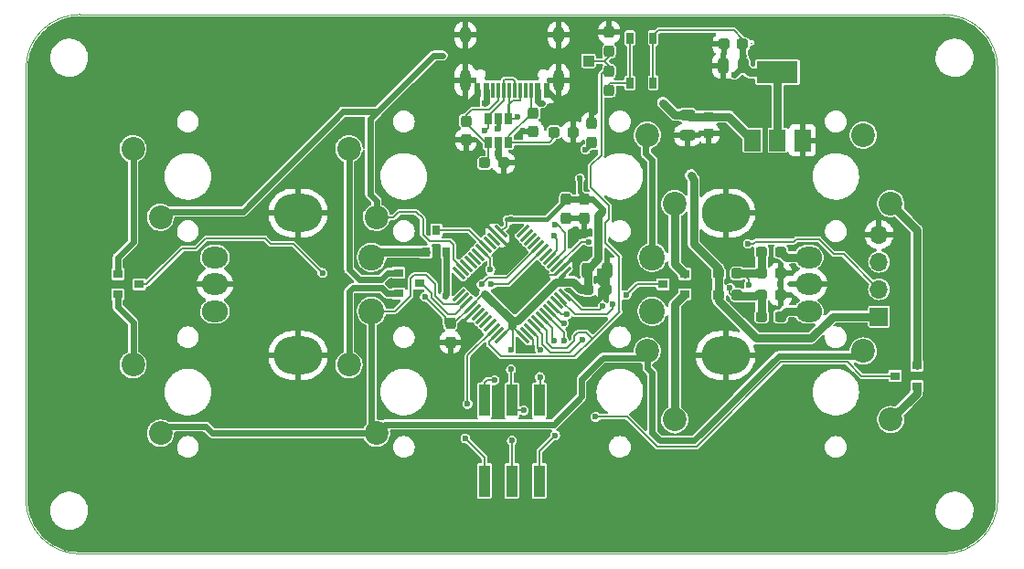
<source format=gbl>
G04 #@! TF.GenerationSoftware,KiCad,Pcbnew,(5.99.0-4013-gfd874d834)*
G04 #@! TF.CreationDate,2020-10-14T12:43:31+02:00*
G04 #@! TF.ProjectId,OtterPill,4f747465-7250-4696-9c6c-2e6b69636164,rev?*
G04 #@! TF.SameCoordinates,Original*
G04 #@! TF.FileFunction,Copper,L2,Bot*
G04 #@! TF.FilePolarity,Positive*
%FSLAX46Y46*%
G04 Gerber Fmt 4.6, Leading zero omitted, Abs format (unit mm)*
G04 Created by KiCad (PCBNEW (5.99.0-4013-gfd874d834)) date 2020-10-14 12:43:31*
%MOMM*%
%LPD*%
G01*
G04 APERTURE LIST*
G04 Aperture macros list*
%AMRoundRect*
0 Rectangle with rounded corners*
0 $1 Rounding radius*
0 $2 $3 $4 $5 $6 $7 $8 $9 X,Y pos of 4 corners*
0 Add a 4 corners polygon primitive as box body*
4,1,4,$2,$3,$4,$5,$6,$7,$8,$9,$2,$3,0*
0 Add four circle primitives for the rounded corners*
1,1,$1+$1,$2,$3,0*
1,1,$1+$1,$4,$5,0*
1,1,$1+$1,$6,$7,0*
1,1,$1+$1,$8,$9,0*
0 Add four rect primitives between the rounded corners*
20,1,$1+$1,$2,$3,$4,$5,0*
20,1,$1+$1,$4,$5,$6,$7,0*
20,1,$1+$1,$6,$7,$8,$9,0*
20,1,$1+$1,$8,$9,$2,$3,0*%
G04 Aperture macros list end*
G04 #@! TA.AperFunction,Profile*
%ADD10C,0.050000*%
G04 #@! TD*
G04 #@! TA.AperFunction,ComponentPad*
%ADD11O,2.400000X2.000000*%
G04 #@! TD*
G04 #@! TA.AperFunction,ComponentPad*
%ADD12C,2.400000*%
G04 #@! TD*
G04 #@! TA.AperFunction,ComponentPad*
%ADD13O,4.500000X3.500000*%
G04 #@! TD*
G04 #@! TA.AperFunction,ComponentPad*
%ADD14C,2.200000*%
G04 #@! TD*
G04 #@! TA.AperFunction,SMDPad,CuDef*
%ADD15RoundRect,0.237500X-0.287500X-0.237500X0.287500X-0.237500X0.287500X0.237500X-0.287500X0.237500X0*%
G04 #@! TD*
G04 #@! TA.AperFunction,SMDPad,CuDef*
%ADD16R,1.500000X2.000000*%
G04 #@! TD*
G04 #@! TA.AperFunction,SMDPad,CuDef*
%ADD17R,3.800000X2.000000*%
G04 #@! TD*
G04 #@! TA.AperFunction,SMDPad,CuDef*
%ADD18RoundRect,0.237500X0.237500X-0.287500X0.237500X0.287500X-0.237500X0.287500X-0.237500X-0.287500X0*%
G04 #@! TD*
G04 #@! TA.AperFunction,SMDPad,CuDef*
%ADD19RoundRect,0.243750X-0.243750X-0.456250X0.243750X-0.456250X0.243750X0.456250X-0.243750X0.456250X0*%
G04 #@! TD*
G04 #@! TA.AperFunction,SMDPad,CuDef*
%ADD20R,0.650000X1.050000*%
G04 #@! TD*
G04 #@! TA.AperFunction,SMDPad,CuDef*
%ADD21RoundRect,0.243750X-0.456250X0.243750X-0.456250X-0.243750X0.456250X-0.243750X0.456250X0.243750X0*%
G04 #@! TD*
G04 #@! TA.AperFunction,SMDPad,CuDef*
%ADD22R,1.000000X1.000000*%
G04 #@! TD*
G04 #@! TA.AperFunction,SMDPad,CuDef*
%ADD23RoundRect,0.237500X-0.237500X0.287500X-0.237500X-0.287500X0.237500X-0.287500X0.237500X0.287500X0*%
G04 #@! TD*
G04 #@! TA.AperFunction,SMDPad,CuDef*
%ADD24RoundRect,0.237500X0.287500X0.237500X-0.287500X0.237500X-0.287500X-0.237500X0.287500X-0.237500X0*%
G04 #@! TD*
G04 #@! TA.AperFunction,SMDPad,CuDef*
%ADD25RoundRect,0.243750X0.243750X0.456250X-0.243750X0.456250X-0.243750X-0.456250X0.243750X-0.456250X0*%
G04 #@! TD*
G04 #@! TA.AperFunction,ComponentPad*
%ADD26R,1.700000X1.700000*%
G04 #@! TD*
G04 #@! TA.AperFunction,ComponentPad*
%ADD27O,1.700000X1.700000*%
G04 #@! TD*
G04 #@! TA.AperFunction,SMDPad,CuDef*
%ADD28RoundRect,0.218750X-0.256250X0.218750X-0.256250X-0.218750X0.256250X-0.218750X0.256250X0.218750X0*%
G04 #@! TD*
G04 #@! TA.AperFunction,SMDPad,CuDef*
%ADD29R,0.800000X0.900000*%
G04 #@! TD*
G04 #@! TA.AperFunction,SMDPad,CuDef*
%ADD30R,0.900000X0.800000*%
G04 #@! TD*
G04 #@! TA.AperFunction,SMDPad,CuDef*
%ADD31R,0.600000X1.450000*%
G04 #@! TD*
G04 #@! TA.AperFunction,SMDPad,CuDef*
%ADD32R,0.300000X1.450000*%
G04 #@! TD*
G04 #@! TA.AperFunction,ComponentPad*
%ADD33O,1.000000X2.100000*%
G04 #@! TD*
G04 #@! TA.AperFunction,ComponentPad*
%ADD34O,1.000000X1.600000*%
G04 #@! TD*
G04 #@! TA.AperFunction,SMDPad,CuDef*
%ADD35R,0.650000X1.060000*%
G04 #@! TD*
G04 #@! TA.AperFunction,SMDPad,CuDef*
%ADD36RoundRect,0.075000X-0.415425X-0.521491X0.521491X0.415425X0.415425X0.521491X-0.521491X-0.415425X0*%
G04 #@! TD*
G04 #@! TA.AperFunction,SMDPad,CuDef*
%ADD37RoundRect,0.075000X0.415425X-0.521491X0.521491X-0.415425X-0.415425X0.521491X-0.521491X0.415425X0*%
G04 #@! TD*
G04 #@! TA.AperFunction,SMDPad,CuDef*
%ADD38R,1.000000X3.000000*%
G04 #@! TD*
G04 #@! TA.AperFunction,ViaPad*
%ADD39C,0.600000*%
G04 #@! TD*
G04 #@! TA.AperFunction,Conductor*
%ADD40C,0.200000*%
G04 #@! TD*
G04 #@! TA.AperFunction,Conductor*
%ADD41C,0.600000*%
G04 #@! TD*
G04 #@! TA.AperFunction,Conductor*
%ADD42C,0.800000*%
G04 #@! TD*
G04 #@! TA.AperFunction,Conductor*
%ADD43C,0.400000*%
G04 #@! TD*
G04 APERTURE END LIST*
D10*
X225200000Y-48500000D02*
X225200000Y-88500000D01*
X140200000Y-93500000D02*
G75*
G02*
X135200000Y-88500000I0J5000000D01*
G01*
X220200000Y-43500000D02*
G75*
G02*
X225200000Y-48500000I0J-5000000D01*
G01*
X225200000Y-88500000D02*
G75*
G02*
X220200000Y-93500000I-5000000J0D01*
G01*
X140200000Y-43500000D02*
X220200000Y-43500000D01*
X135200000Y-48500000D02*
G75*
G02*
X140200000Y-43500000I5000000J0D01*
G01*
X135200000Y-88500000D02*
X135200000Y-48500000D01*
X220200000Y-93500000D02*
X140200000Y-93500000D01*
D11*
X152700000Y-66000000D03*
X152700000Y-68500000D03*
X152700000Y-71000000D03*
D12*
X167200000Y-66000000D03*
X167200000Y-71000000D03*
D13*
X160400000Y-75100000D03*
X160400000Y-61900000D03*
D14*
X145120000Y-75960000D03*
X147660000Y-82310000D03*
D11*
X207700000Y-71000000D03*
X207700000Y-68500000D03*
X207700000Y-66000000D03*
D12*
X193200000Y-71000000D03*
X193200000Y-66000000D03*
D13*
X200000000Y-61900000D03*
X200000000Y-75100000D03*
D14*
X215280000Y-61040000D03*
X212740000Y-54690000D03*
X145120000Y-55960000D03*
X147660000Y-62310000D03*
X195280000Y-61040000D03*
X192740000Y-54690000D03*
X165120000Y-55960000D03*
X167660000Y-62310000D03*
X195280000Y-81040000D03*
X192740000Y-74690000D03*
X215280000Y-81040000D03*
X212740000Y-74690000D03*
X165120000Y-75960000D03*
X167660000Y-82310000D03*
D15*
X187225000Y-69000000D03*
X188975000Y-69000000D03*
D16*
X207100000Y-55150000D03*
X204800000Y-55150000D03*
D17*
X204800000Y-48850000D03*
D16*
X202500000Y-55150000D03*
D18*
X189200000Y-46875000D03*
X189200000Y-45125000D03*
D19*
X187162500Y-67200000D03*
X189037500Y-67200000D03*
D20*
X191125000Y-45675000D03*
X191125000Y-49825000D03*
X193275000Y-45675000D03*
X193275000Y-49825000D03*
D21*
X196450000Y-52812500D03*
X196450000Y-54687500D03*
D22*
X187300000Y-47800000D03*
D23*
X174500000Y-72125000D03*
X174500000Y-73875000D03*
D18*
X189200000Y-50500000D03*
X189200000Y-48750000D03*
D24*
X201575000Y-46250000D03*
X199825000Y-46250000D03*
D25*
X201637500Y-48250000D03*
X199762500Y-48250000D03*
D26*
X214200000Y-71500000D03*
D27*
X214200000Y-68960000D03*
X214200000Y-66420000D03*
X214200000Y-63880000D03*
D28*
X198450000Y-52962500D03*
X198450000Y-54537500D03*
D15*
X203325000Y-67500000D03*
X205075000Y-67500000D03*
D24*
X205075000Y-69500000D03*
X203325000Y-69500000D03*
X205075000Y-65500000D03*
X203325000Y-65500000D03*
D15*
X203325000Y-71500000D03*
X205075000Y-71500000D03*
D24*
X201075000Y-69500000D03*
X199325000Y-69500000D03*
D29*
X174150000Y-65500000D03*
X172250000Y-65500000D03*
X173200000Y-63500000D03*
D30*
X217700000Y-76050000D03*
X217700000Y-77950000D03*
X215700000Y-77000000D03*
X143700000Y-69450000D03*
X143700000Y-67550000D03*
X145700000Y-68500000D03*
X169700000Y-69350000D03*
X169700000Y-67450000D03*
X171700000Y-68400000D03*
X196200000Y-67550000D03*
X196200000Y-69450000D03*
X194200000Y-68500000D03*
D18*
X182200000Y-54375000D03*
X182200000Y-52625000D03*
D15*
X177700000Y-57250000D03*
X179450000Y-57250000D03*
D18*
X175950000Y-55125000D03*
X175950000Y-53375000D03*
D15*
X184125000Y-54400000D03*
X185875000Y-54400000D03*
D18*
X187600000Y-55375000D03*
X187600000Y-53625000D03*
D23*
X186900000Y-60625000D03*
X186900000Y-62375000D03*
X185200000Y-60625000D03*
X185200000Y-62375000D03*
D31*
X177000000Y-50500000D03*
X177800000Y-50500000D03*
D32*
X178950000Y-50500000D03*
X179950000Y-50500000D03*
X180450000Y-50500000D03*
X181450000Y-50500000D03*
D31*
X183400000Y-50500000D03*
X182600000Y-50500000D03*
D32*
X181950000Y-50500000D03*
X180950000Y-50500000D03*
X179450000Y-50500000D03*
X178450000Y-50500000D03*
D33*
X184520000Y-49585000D03*
X175880000Y-49585000D03*
D34*
X184520000Y-45405000D03*
X175880000Y-45405000D03*
D35*
X179900000Y-55350000D03*
X178950000Y-55350000D03*
X178000000Y-55350000D03*
X178000000Y-53150000D03*
X178950000Y-53150000D03*
X179900000Y-53150000D03*
D36*
X179201212Y-73387876D03*
X178847658Y-73034322D03*
X178494105Y-72680769D03*
X178140551Y-72327215D03*
X177786998Y-71973662D03*
X177433445Y-71620109D03*
X177079891Y-71266555D03*
X176726338Y-70913002D03*
X176372785Y-70559449D03*
X176019231Y-70205895D03*
X175665678Y-69852342D03*
X175312124Y-69498788D03*
D37*
X175312124Y-67501212D03*
X175665678Y-67147658D03*
X176019231Y-66794105D03*
X176372785Y-66440551D03*
X176726338Y-66086998D03*
X177079891Y-65733445D03*
X177433445Y-65379891D03*
X177786998Y-65026338D03*
X178140551Y-64672785D03*
X178494105Y-64319231D03*
X178847658Y-63965678D03*
X179201212Y-63612124D03*
D36*
X181198788Y-63612124D03*
X181552342Y-63965678D03*
X181905895Y-64319231D03*
X182259449Y-64672785D03*
X182613002Y-65026338D03*
X182966555Y-65379891D03*
X183320109Y-65733445D03*
X183673662Y-66086998D03*
X184027215Y-66440551D03*
X184380769Y-66794105D03*
X184734322Y-67147658D03*
X185087876Y-67501212D03*
D37*
X185087876Y-69498788D03*
X184734322Y-69852342D03*
X184380769Y-70205895D03*
X184027215Y-70559449D03*
X183673662Y-70913002D03*
X183320109Y-71266555D03*
X182966555Y-71620109D03*
X182613002Y-71973662D03*
X182259449Y-72327215D03*
X181905895Y-72680769D03*
X181552342Y-73034322D03*
X181198788Y-73387876D03*
D15*
X199325000Y-67500000D03*
X201075000Y-67500000D03*
D38*
X177660000Y-79250000D03*
X182740000Y-86750000D03*
X182740000Y-79250000D03*
X177660000Y-86750000D03*
X180200000Y-79250000D03*
X180200000Y-86750000D03*
D39*
X185800000Y-64200000D03*
X186100000Y-63400000D03*
X188300000Y-68150000D03*
X187450000Y-70100000D03*
X181200000Y-54300000D03*
X198500000Y-48700000D03*
X175620000Y-64500000D03*
X166140000Y-60780000D03*
X176200000Y-72600000D03*
X202160000Y-70800000D03*
X188112019Y-69980226D03*
X207300000Y-57000000D03*
X180800000Y-56400000D03*
X187720000Y-72680000D03*
X198500000Y-48000000D03*
X198500000Y-46600000D03*
X182750000Y-67260000D03*
X198800000Y-55700000D03*
X198500000Y-47300000D03*
X206300000Y-57000000D03*
X205000000Y-68500000D03*
X174500000Y-55100000D03*
X184500000Y-52600000D03*
X182000000Y-74500000D03*
X177250000Y-67280000D03*
X183200000Y-53500000D03*
X175700000Y-72100000D03*
X187800000Y-52600000D03*
X188300000Y-67300000D03*
X181600000Y-56400000D03*
X196500000Y-56100000D03*
X206600000Y-53300000D03*
X195000000Y-54700000D03*
X187200000Y-65900000D03*
X179900000Y-65000000D03*
X187800000Y-45100000D03*
X200830000Y-57620000D03*
X179200000Y-65600000D03*
X149600000Y-68500000D03*
X183385000Y-67815000D03*
X199400000Y-54500000D03*
X186100000Y-52600000D03*
X186400000Y-65900000D03*
X178900000Y-56400000D03*
X181000000Y-74500000D03*
X209000000Y-55400000D03*
X198500000Y-49400000D03*
X198500000Y-45900000D03*
X207700000Y-53200000D03*
X175900000Y-56500000D03*
X185300000Y-52600000D03*
X198240000Y-59660000D03*
X180200000Y-83000000D03*
X180100000Y-74600000D03*
X172150000Y-69650000D03*
X180100000Y-76400000D03*
X178900000Y-54100000D03*
X200800000Y-49100000D03*
X180100000Y-62500000D03*
X188600000Y-61800000D03*
X196800000Y-58400000D03*
X181300000Y-80200000D03*
X186500000Y-58700000D03*
X176100000Y-79600000D03*
X175900000Y-82800000D03*
X188600000Y-70558968D03*
X187350000Y-64550000D03*
X202050000Y-64750000D03*
X184200000Y-63000000D03*
X180700000Y-53000000D03*
X177700000Y-54300000D03*
X184100000Y-64000000D03*
X177700000Y-51700000D03*
X187000000Y-56000000D03*
X194200000Y-51700000D03*
X183000000Y-51700000D03*
X178300000Y-68500000D03*
X178600000Y-77400000D03*
X182800000Y-74600000D03*
X173800000Y-47300000D03*
X185000000Y-72100000D03*
X202150000Y-68550000D03*
X185300000Y-71300000D03*
X200400000Y-68850000D03*
X185000000Y-73700000D03*
X184200000Y-82500000D03*
X184100000Y-73700000D03*
X182800000Y-77100000D03*
X190800000Y-69500000D03*
X189530539Y-70380529D03*
X186710280Y-73610280D03*
X187950000Y-80800000D03*
X178200000Y-67150000D03*
X162650000Y-67450000D03*
X177400000Y-68507010D03*
X174000000Y-69550000D03*
D40*
X202400000Y-46100000D02*
X202357010Y-46100000D01*
X183385000Y-67815000D02*
X183100000Y-68100000D01*
D41*
X177000000Y-50925000D02*
X175925000Y-52000000D01*
X188975000Y-69000000D02*
X188975000Y-68825000D01*
X188300000Y-67300000D02*
X188937500Y-67300000D01*
X188412018Y-69680227D02*
X188112019Y-69980226D01*
D40*
X182200000Y-73681980D02*
X182200000Y-74300000D01*
D41*
X183400000Y-50500000D02*
X184500000Y-51600000D01*
X177000000Y-50500000D02*
X177000000Y-50925000D01*
X189037500Y-67200000D02*
X189037500Y-67412500D01*
X179450000Y-57250000D02*
X178950000Y-56750000D01*
D40*
X184102870Y-67647606D02*
X183552394Y-67647606D01*
X183100000Y-68100000D02*
X183100000Y-68200000D01*
D41*
X184500000Y-51600000D02*
X184500000Y-52600000D01*
D40*
X181552342Y-73034322D02*
X182200000Y-73681980D01*
D41*
X188412018Y-69037982D02*
X188412018Y-69680227D01*
X178950000Y-56750000D02*
X178950000Y-55350000D01*
X175925000Y-52000000D02*
X175600000Y-52000000D01*
D40*
X184734322Y-67147658D02*
X184602818Y-67147658D01*
D41*
X188450000Y-69000000D02*
X188412018Y-69037982D01*
X188937500Y-67300000D02*
X189037500Y-67200000D01*
X188300000Y-67300000D02*
X188300000Y-68150000D01*
D40*
X183552394Y-67647606D02*
X183385000Y-67815000D01*
D41*
X188975000Y-69000000D02*
X188450000Y-69000000D01*
X189037500Y-67412500D02*
X188300000Y-68150000D01*
X188975000Y-68825000D02*
X188300000Y-68150000D01*
D40*
X184602818Y-67147658D02*
X184102870Y-67647606D01*
X182200000Y-74300000D02*
X182000000Y-74500000D01*
D42*
X180700000Y-71900000D02*
X180200000Y-71900000D01*
D40*
X180100000Y-79150000D02*
X180200000Y-79250000D01*
D42*
X184298841Y-68301159D02*
X180700000Y-71900000D01*
D41*
X187675000Y-60625000D02*
X188600000Y-61550000D01*
D42*
X180200000Y-71900000D02*
X180200000Y-72400000D01*
D40*
X174025000Y-72125000D02*
X174500000Y-72125000D01*
D42*
X204800000Y-48850000D02*
X204800000Y-55150000D01*
D41*
X187200000Y-60625000D02*
X187675000Y-60625000D01*
D42*
X185901159Y-68301159D02*
X184298841Y-68301159D01*
D40*
X172150000Y-69670000D02*
X174025000Y-71545000D01*
X176372785Y-70559449D02*
X177532234Y-69400000D01*
X193275000Y-45475000D02*
X193275000Y-45675000D01*
X172150000Y-69650000D02*
X172150000Y-69670000D01*
D42*
X207900972Y-73500000D02*
X202850000Y-73500000D01*
D41*
X201575000Y-48187500D02*
X201637500Y-48250000D01*
D42*
X188212989Y-66149511D02*
X188212989Y-62130001D01*
D43*
X183400000Y-62500000D02*
X180100000Y-62500000D01*
X180100000Y-62500000D02*
X179700000Y-62500000D01*
D40*
X184500061Y-68301159D02*
X184298841Y-68301159D01*
D42*
X199325000Y-67500000D02*
X199325000Y-67025000D01*
D40*
X180200000Y-86750000D02*
X180200000Y-83000000D01*
D42*
X187162500Y-67200000D02*
X188212989Y-66149511D01*
D40*
X180289088Y-72489088D02*
X180289088Y-74410912D01*
X185087876Y-67713344D02*
X184500061Y-68301159D01*
D42*
X187225000Y-67262500D02*
X187162500Y-67200000D01*
D40*
X193275000Y-49100000D02*
X193275000Y-45675000D01*
X174025000Y-71545000D02*
X174025000Y-72125000D01*
D42*
X199325000Y-69500000D02*
X199325000Y-67500000D01*
X202850000Y-73500000D02*
X199325000Y-69975000D01*
X199325000Y-67025000D02*
X197050000Y-64750000D01*
D41*
X201575000Y-46250000D02*
X201575000Y-48187500D01*
D40*
X180200000Y-80100000D02*
X180200000Y-79250000D01*
X180100000Y-72489088D02*
X179201212Y-73387876D01*
X180200000Y-72400000D02*
X180100000Y-72489088D01*
D43*
X185200000Y-60700000D02*
X183400000Y-62500000D01*
D40*
X180289088Y-72489088D02*
X180200000Y-72400000D01*
D42*
X199325000Y-69975000D02*
X199325000Y-69500000D01*
D41*
X188600000Y-61550000D02*
X188600000Y-61800000D01*
D42*
X197050000Y-64750000D02*
X197050000Y-58800000D01*
D40*
X179700000Y-63113336D02*
X179201212Y-63612124D01*
X174807234Y-72125000D02*
X174500000Y-72125000D01*
X176372785Y-70559449D02*
X174807234Y-72125000D01*
D42*
X214200000Y-71500000D02*
X209900972Y-71500000D01*
D43*
X185200000Y-60625000D02*
X185200000Y-60700000D01*
D40*
X180100000Y-76400000D02*
X180100000Y-79150000D01*
X201575000Y-46250000D02*
X201575000Y-45775000D01*
D42*
X197050000Y-58800000D02*
X196800000Y-58400000D01*
D40*
X181187876Y-73387876D02*
X180289088Y-72489088D01*
D43*
X186500000Y-59925000D02*
X187200000Y-60625000D01*
D40*
X193275000Y-49825000D02*
X193275000Y-49100000D01*
X180289088Y-74410912D02*
X180100000Y-74600000D01*
D42*
X187225000Y-69000000D02*
X187225000Y-67262500D01*
D40*
X179700000Y-62500000D02*
X179700000Y-63113336D01*
X200750000Y-44950000D02*
X193800000Y-44950000D01*
D42*
X187225000Y-69000000D02*
X186600000Y-69000000D01*
D41*
X201650000Y-47350000D02*
X201575000Y-47275000D01*
X201637500Y-48262500D02*
X200800000Y-49100000D01*
D42*
X209900972Y-71500000D02*
X207900972Y-73500000D01*
D43*
X186500000Y-58700000D02*
X186500000Y-59925000D01*
D40*
X181198788Y-73387876D02*
X181187876Y-73387876D01*
X180300000Y-80200000D02*
X180200000Y-80100000D01*
D42*
X186600000Y-69000000D02*
X185901159Y-68301159D01*
D40*
X185087876Y-67501212D02*
X185087876Y-67713344D01*
D42*
X188212989Y-62130001D02*
X188542990Y-61800000D01*
D41*
X201637500Y-48250000D02*
X201637500Y-48262500D01*
X187200000Y-60625000D02*
X185200000Y-60625000D01*
D43*
X178950000Y-54050000D02*
X178900000Y-54100000D01*
D42*
X202237500Y-48850000D02*
X201637500Y-48250000D01*
D43*
X178950000Y-53150000D02*
X178950000Y-54050000D01*
D40*
X193800000Y-44950000D02*
X193275000Y-45475000D01*
D42*
X180200000Y-71900000D02*
X177700000Y-69400000D01*
D40*
X177532234Y-69400000D02*
X177700000Y-69400000D01*
X181300000Y-80200000D02*
X180300000Y-80200000D01*
D42*
X204800000Y-48850000D02*
X202237500Y-48850000D01*
D40*
X201575000Y-45775000D02*
X200750000Y-44950000D01*
D41*
X201575000Y-47275000D02*
X201575000Y-46250000D01*
D40*
X177660000Y-84560000D02*
X175900000Y-82800000D01*
X177660000Y-86750000D02*
X177660000Y-84560000D01*
X176100000Y-79600000D02*
X176100000Y-75074874D01*
X176100000Y-75074874D02*
X178494105Y-72680769D01*
X186660187Y-70858967D02*
X188300001Y-70858967D01*
X188300001Y-70858967D02*
X188600000Y-70558968D01*
X185300008Y-69498788D02*
X186660187Y-70858967D01*
X185087876Y-69498788D02*
X185300008Y-69498788D01*
X214200000Y-68960000D02*
X210940000Y-65700000D01*
X202750000Y-64550000D02*
X202550000Y-64750000D01*
X206300000Y-64550000D02*
X202750000Y-64550000D01*
X202550000Y-64750000D02*
X202050000Y-64750000D01*
X206550000Y-64300000D02*
X206300000Y-64550000D01*
X184380769Y-66794105D02*
X186624874Y-64550000D01*
X186624874Y-64550000D02*
X186925736Y-64550000D01*
X186925736Y-64550000D02*
X187350000Y-64550000D01*
X210050000Y-65700000D02*
X208650000Y-64300000D01*
X210940000Y-65700000D02*
X210050000Y-65700000D01*
X208650000Y-64300000D02*
X206550000Y-64300000D01*
X182200000Y-52625000D02*
X182075000Y-52625000D01*
X179900000Y-54800000D02*
X179900000Y-55350000D01*
X182075000Y-52625000D02*
X179900000Y-54800000D01*
X183650000Y-55350000D02*
X180425000Y-55350000D01*
X181950000Y-50500000D02*
X181950000Y-52375000D01*
X184125000Y-54400000D02*
X184125000Y-54875000D01*
X184125000Y-54875000D02*
X183650000Y-55350000D01*
X180425000Y-55350000D02*
X179900000Y-55350000D01*
X181950000Y-52375000D02*
X182200000Y-52625000D01*
X178000000Y-55350000D02*
X177750000Y-55350000D01*
X175950000Y-52850000D02*
X175950000Y-53375000D01*
X177750000Y-55350000D02*
X175950000Y-53550000D01*
X175950000Y-53550000D02*
X175950000Y-53375000D01*
X178950000Y-50500000D02*
X178950000Y-51425000D01*
X178000000Y-55350000D02*
X178000000Y-56950000D01*
X178075000Y-52300000D02*
X176500000Y-52300000D01*
X176500000Y-52300000D02*
X175950000Y-52850000D01*
X178000000Y-56950000D02*
X177700000Y-57250000D01*
X178950000Y-51425000D02*
X178075000Y-52300000D01*
X184027215Y-66440551D02*
X185157002Y-65310764D01*
X179900000Y-51900000D02*
X179900000Y-53150000D01*
X179950000Y-53100000D02*
X179900000Y-53150000D01*
X180950000Y-51425000D02*
X180875000Y-51500000D01*
X180550000Y-53150000D02*
X180700000Y-53000000D01*
X179950000Y-50500000D02*
X179950000Y-53100000D01*
X180875000Y-51500000D02*
X180300000Y-51500000D01*
X185157002Y-63732638D02*
X184424364Y-63000000D01*
X185157002Y-65310764D02*
X185157002Y-63732638D01*
X184424364Y-63000000D02*
X184200000Y-63000000D01*
X180950000Y-50500000D02*
X180950000Y-51425000D01*
X179900000Y-53150000D02*
X180550000Y-53150000D01*
X180300000Y-51500000D02*
X179900000Y-51900000D01*
X183673662Y-66086998D02*
X184399999Y-65360661D01*
X179450000Y-49575000D02*
X179450000Y-50500000D01*
X178000000Y-52879889D02*
X178000000Y-53150000D01*
X184399999Y-65360661D02*
X184399999Y-64299999D01*
X178000000Y-54000000D02*
X177700000Y-54300000D01*
X184399999Y-64299999D02*
X184100000Y-64000000D01*
X179450000Y-50500000D02*
X179450000Y-51429889D01*
X179507001Y-49517999D02*
X179450000Y-49575000D01*
X180305601Y-49517999D02*
X179507001Y-49517999D01*
X178000000Y-53150000D02*
X178000000Y-54000000D01*
X180450000Y-49662398D02*
X180305601Y-49517999D01*
X180450000Y-50500000D02*
X180450000Y-49662398D01*
X179450000Y-51429889D02*
X178000000Y-52879889D01*
D42*
X196450000Y-52812500D02*
X195312500Y-52812500D01*
X198450000Y-52962500D02*
X196600000Y-52962500D01*
D40*
X187600000Y-55400000D02*
X187260000Y-55740000D01*
D41*
X177800000Y-50500000D02*
X177800000Y-51600000D01*
X182600000Y-51547602D02*
X182752398Y-51700000D01*
D43*
X182600000Y-50500000D02*
X182700000Y-50500000D01*
D41*
X177800000Y-51600000D02*
X177700000Y-51700000D01*
D42*
X196600000Y-52962500D02*
X196450000Y-52812500D01*
X195312500Y-52812500D02*
X194200000Y-51700000D01*
X202500000Y-55150000D02*
X200312500Y-52962500D01*
D41*
X182600000Y-50500000D02*
X182600000Y-51547602D01*
D42*
X200312500Y-52962500D02*
X198450000Y-52962500D01*
D41*
X182752398Y-51700000D02*
X183000000Y-51700000D01*
D43*
X187600000Y-55400000D02*
X187000000Y-56000000D01*
D40*
X183400000Y-73900000D02*
X183900000Y-74400000D01*
X190157010Y-71048790D02*
X190157010Y-65957010D01*
X189200000Y-62490000D02*
X189200000Y-61230000D01*
X187510000Y-59540000D02*
X187510000Y-57500000D01*
X187510000Y-57500000D02*
X188467990Y-56542010D01*
X188870000Y-64670000D02*
X188870000Y-62820000D01*
X190157010Y-65957010D02*
X188870000Y-64670000D01*
X178847658Y-73052342D02*
X178100000Y-73800000D01*
X189200000Y-61230000D02*
X187510000Y-59540000D01*
X189200000Y-48225000D02*
X188800000Y-47825000D01*
X187666652Y-73556652D02*
X187110000Y-73000000D01*
X186000000Y-75200000D02*
X186005800Y-75200000D01*
X188870000Y-62820000D02*
X189200000Y-62490000D01*
X188800000Y-47825000D02*
X188800000Y-47800000D01*
X187110000Y-73000000D02*
X186300000Y-73000000D01*
X179200000Y-75200000D02*
X186000000Y-75200000D01*
X188725000Y-48750000D02*
X189200000Y-48750000D01*
X178847658Y-73034322D02*
X178847658Y-73052342D01*
X188800000Y-47800000D02*
X189200000Y-47400000D01*
X190200000Y-71050000D02*
X190157010Y-71048790D01*
X178100000Y-74100000D02*
X179200000Y-75200000D01*
X183400000Y-72760660D02*
X183400000Y-73900000D01*
X185300000Y-74400000D02*
X186000000Y-73700000D01*
X187300000Y-47800000D02*
X188800000Y-47800000D01*
X182613002Y-71973662D02*
X183400000Y-72760660D01*
X187666652Y-73556652D02*
X190200000Y-71050000D01*
X183900000Y-74400000D02*
X185300000Y-74400000D01*
X186000000Y-73700000D02*
X186000000Y-73300000D01*
X186005800Y-75200000D02*
X187666652Y-73556652D01*
X188467990Y-56542010D02*
X188467990Y-49007010D01*
X178100000Y-73800000D02*
X178100000Y-74100000D01*
X188467990Y-49007010D02*
X188725000Y-48750000D01*
X186300000Y-73000000D02*
X186000000Y-73300000D01*
X189200000Y-48750000D02*
X189200000Y-48225000D01*
X189200000Y-47400000D02*
X189200000Y-46875000D01*
X189350000Y-49825000D02*
X189200000Y-49975000D01*
X191125000Y-49825000D02*
X189350000Y-49825000D01*
X189200000Y-49975000D02*
X189200000Y-50500000D01*
X191125000Y-45675000D02*
X191125000Y-49825000D01*
X178724264Y-68500000D02*
X178300000Y-68500000D01*
X179846446Y-68500000D02*
X178724264Y-68500000D01*
X182966555Y-65379891D02*
X179846446Y-68500000D01*
X178600000Y-77400000D02*
X177900000Y-77400000D01*
X182600000Y-73374874D02*
X182600000Y-74400000D01*
X177900000Y-77400000D02*
X177660000Y-77640000D01*
X181905895Y-72680769D02*
X182600000Y-73374874D01*
X182600000Y-74400000D02*
X182800000Y-74600000D01*
X177660000Y-77640000D02*
X177660000Y-79250000D01*
D41*
X168470000Y-81500000D02*
X167660000Y-82310000D01*
X167200000Y-81850000D02*
X167660000Y-82310000D01*
X212280000Y-75150000D02*
X204910000Y-75150000D01*
X192120000Y-75310000D02*
X188640000Y-75310000D01*
X184070000Y-81500000D02*
X168470000Y-81500000D01*
D40*
X175165731Y-70352289D02*
X173902289Y-70352289D01*
X171137398Y-67650000D02*
X170800000Y-67987398D01*
D41*
X193890000Y-83000000D02*
X193180000Y-82290000D01*
X186650000Y-78920000D02*
X184070000Y-81500000D01*
D40*
X169362602Y-71000000D02*
X168897056Y-71000000D01*
D41*
X188640000Y-75310000D02*
X186650000Y-77300000D01*
X147700000Y-82350000D02*
X147660000Y-82310000D01*
X193180000Y-82290000D02*
X193180000Y-76685634D01*
X193180000Y-76685634D02*
X192740000Y-76245634D01*
D40*
X175665678Y-69852342D02*
X175165731Y-70352289D01*
D41*
X167200000Y-71000000D02*
X167200000Y-81850000D01*
X148350000Y-81700000D02*
X147700000Y-82350000D01*
D40*
X170800000Y-69562602D02*
X169362602Y-71000000D01*
D41*
X167660000Y-82310000D02*
X152470000Y-82310000D01*
X197060000Y-83000000D02*
X193890000Y-83000000D01*
X192740000Y-76245634D02*
X192740000Y-74690000D01*
X186650000Y-77300000D02*
X186650000Y-78920000D01*
X152470000Y-82310000D02*
X151860000Y-81700000D01*
X151860000Y-81700000D02*
X148350000Y-81700000D01*
D40*
X173107010Y-69557010D02*
X173107010Y-68494408D01*
D41*
X204910000Y-75150000D02*
X197060000Y-83000000D01*
D40*
X172262602Y-67650000D02*
X171137398Y-67650000D01*
X173107010Y-68494408D02*
X172262602Y-67650000D01*
X170800000Y-67987398D02*
X170800000Y-69562602D01*
D41*
X192740000Y-74690000D02*
X192120000Y-75310000D01*
X212740000Y-74690000D02*
X212280000Y-75150000D01*
D40*
X168897056Y-71000000D02*
X167200000Y-71000000D01*
X173902289Y-70352289D02*
X173107010Y-69557010D01*
D41*
X193200000Y-57000000D02*
X192600000Y-56400000D01*
X193200000Y-66000000D02*
X193200000Y-57000000D01*
X155280000Y-61770000D02*
X164550000Y-52500000D01*
D40*
X169215634Y-62310000D02*
X167660000Y-62310000D01*
X175665678Y-67147658D02*
X175665678Y-67016154D01*
X171960000Y-63890000D02*
X171960000Y-62430000D01*
D41*
X167660000Y-60754366D02*
X167660000Y-62310000D01*
X167770360Y-52500000D02*
X172970360Y-47300000D01*
D40*
X175665678Y-67016154D02*
X174807001Y-66157477D01*
X171340000Y-61810000D02*
X169715634Y-61810000D01*
D41*
X172970360Y-47300000D02*
X173800000Y-47300000D01*
X147660000Y-62310000D02*
X148200000Y-61770000D01*
D40*
X172600000Y-64530000D02*
X171960000Y-63890000D01*
D41*
X192600000Y-56400000D02*
X192600000Y-54830000D01*
D40*
X174807001Y-64844399D02*
X174492602Y-64530000D01*
D41*
X148200000Y-61770000D02*
X155280000Y-61770000D01*
X192600000Y-54830000D02*
X192740000Y-54690000D01*
X167750000Y-52500000D02*
X167080000Y-53170000D01*
D40*
X169715634Y-61810000D02*
X169215634Y-62310000D01*
D41*
X167080000Y-53170000D02*
X167080000Y-60174366D01*
X164550000Y-52500000D02*
X167770360Y-52500000D01*
D40*
X174492602Y-64530000D02*
X172600000Y-64530000D01*
D41*
X167080000Y-60174366D02*
X167660000Y-60754366D01*
D40*
X174807001Y-66157477D02*
X174807001Y-64844399D01*
X171960000Y-62430000D02*
X171340000Y-61810000D01*
X183713002Y-70913002D02*
X184900000Y-72100000D01*
X201075000Y-67500000D02*
X201600000Y-67500000D01*
X183673662Y-70913002D02*
X183713002Y-70913002D01*
X201600000Y-67500000D02*
X202150000Y-68050000D01*
X202150000Y-68050000D02*
X202150000Y-68550000D01*
D42*
X201075000Y-67500000D02*
X203325000Y-67500000D01*
D40*
X184900000Y-72100000D02*
X185000000Y-72100000D01*
D42*
X203325000Y-65500000D02*
X203325000Y-67500000D01*
D40*
X201075000Y-69500000D02*
X200550000Y-69500000D01*
D42*
X201075000Y-69500000D02*
X201182002Y-69607002D01*
X202800000Y-69500000D02*
X203325000Y-69500000D01*
D40*
X184027215Y-70559449D02*
X184767766Y-71300000D01*
X184767766Y-71300000D02*
X185300000Y-71300000D01*
D42*
X202692998Y-69607002D02*
X202800000Y-69500000D01*
D40*
X200550000Y-69500000D02*
X200400000Y-69350000D01*
D42*
X203325000Y-71500000D02*
X203325000Y-69500000D01*
X201182002Y-69607002D02*
X202692998Y-69607002D01*
D40*
X200400000Y-69350000D02*
X200400000Y-68850000D01*
X185000000Y-72946446D02*
X185000000Y-73700000D01*
X183320109Y-71266555D02*
X185000000Y-72946446D01*
X182740000Y-86750000D02*
X182740000Y-83960000D01*
X182740000Y-83960000D02*
X184200000Y-82500000D01*
X182800000Y-79190000D02*
X182740000Y-79250000D01*
X183900000Y-72553554D02*
X183900000Y-73500000D01*
X182800000Y-77100000D02*
X182800000Y-79190000D01*
X183900000Y-73500000D02*
X184100000Y-73700000D01*
X182966555Y-71620109D02*
X183900000Y-72553554D01*
X177786998Y-65026338D02*
X176260660Y-63500000D01*
X176260660Y-63500000D02*
X173200000Y-63500000D01*
X190800000Y-69500000D02*
X191800000Y-68500000D01*
X189035332Y-71300000D02*
X189530539Y-70804793D01*
X191800000Y-68500000D02*
X194200000Y-68500000D01*
X186050476Y-71300000D02*
X189035332Y-71300000D01*
X184734322Y-69983846D02*
X186050476Y-71300000D01*
X189530539Y-70804793D02*
X189530539Y-70380529D01*
X184734322Y-69852342D02*
X184734322Y-69983846D01*
X193659278Y-83557010D02*
X190902268Y-80800000D01*
X183042991Y-73110757D02*
X183042991Y-74047879D01*
X197290721Y-83557011D02*
X193659278Y-83557010D01*
X183042991Y-74047879D02*
X183795112Y-74800000D01*
X185520560Y-74800000D02*
X186710280Y-73610280D01*
X205140721Y-75707011D02*
X197290721Y-83557011D01*
X215700000Y-77000000D02*
X212590000Y-77000000D01*
X182259449Y-72327215D02*
X183042991Y-73110757D01*
X188374264Y-80800000D02*
X187950000Y-80800000D01*
X190902268Y-80800000D02*
X188374264Y-80800000D01*
X212590000Y-77000000D02*
X211297011Y-75707011D01*
X211297011Y-75707011D02*
X205140721Y-75707011D01*
X183795112Y-74800000D02*
X185520560Y-74800000D01*
X177433445Y-65379891D02*
X177564949Y-65379891D01*
X157860000Y-64760000D02*
X159960000Y-64760000D01*
X149630000Y-65220000D02*
X150880000Y-65220000D01*
X150880000Y-65220000D02*
X151860000Y-64240000D01*
X151860000Y-64240000D02*
X157340000Y-64240000D01*
X159960000Y-64760000D02*
X162650000Y-67450000D01*
X145700000Y-68500000D02*
X146350000Y-68500000D01*
X178200000Y-66146446D02*
X177433445Y-65379891D01*
X157340000Y-64240000D02*
X157860000Y-64760000D01*
X178200000Y-67150000D02*
X178200000Y-66146446D01*
X146350000Y-68500000D02*
X149630000Y-65220000D01*
X177699999Y-68207011D02*
X177400000Y-68507010D01*
X179732329Y-67907011D02*
X177999999Y-67907011D01*
X182613002Y-65026338D02*
X179732329Y-67907011D01*
X177999999Y-67907011D02*
X177699999Y-68207011D01*
X172750000Y-69760000D02*
X174247001Y-71257001D01*
X171850000Y-68400000D02*
X172750000Y-69300000D01*
X172750000Y-69300000D02*
X172750000Y-69760000D01*
X174247001Y-71257001D02*
X174968125Y-71257001D01*
X174968125Y-71257001D02*
X176019231Y-70205895D01*
X171700000Y-68400000D02*
X171850000Y-68400000D01*
D41*
X174150000Y-65500000D02*
X174150000Y-69400000D01*
X174150000Y-69400000D02*
X174000000Y-69550000D01*
D42*
X217700000Y-76050000D02*
X217700000Y-63460000D01*
X217700000Y-63460000D02*
X215280000Y-61040000D01*
D41*
X145120000Y-72020000D02*
X143700000Y-70600000D01*
X143700000Y-70600000D02*
X143700000Y-69450000D01*
X145120000Y-75960000D02*
X145120000Y-72020000D01*
D42*
X196200000Y-67550000D02*
X195280000Y-66630000D01*
X195280000Y-66630000D02*
X195280000Y-61040000D01*
D41*
X165457010Y-68857010D02*
X165120000Y-69194020D01*
X165120000Y-69194020D02*
X165120000Y-75960000D01*
X169700000Y-69350000D02*
X168650000Y-69350000D01*
X168650000Y-69350000D02*
X168157010Y-68857010D01*
X168157010Y-68857010D02*
X165457010Y-68857010D01*
D42*
X205575000Y-66000000D02*
X205075000Y-65500000D01*
X207700000Y-66000000D02*
X205575000Y-66000000D01*
X205575000Y-71000000D02*
X205075000Y-71500000D01*
X207700000Y-71000000D02*
X205575000Y-71000000D01*
X167700000Y-65500000D02*
X167200000Y-66000000D01*
X172250000Y-65500000D02*
X167700000Y-65500000D01*
X217700000Y-78620000D02*
X215280000Y-81040000D01*
X217700000Y-77950000D02*
X217700000Y-78620000D01*
D41*
X145120000Y-64580000D02*
X145120000Y-55960000D01*
X143700000Y-67550000D02*
X143700000Y-66000000D01*
X143700000Y-66000000D02*
X145120000Y-64580000D01*
D42*
X196200000Y-69450000D02*
X195280000Y-70370000D01*
X195280000Y-70370000D02*
X195280000Y-81040000D01*
D41*
X165120000Y-67120000D02*
X165120000Y-57515634D01*
X168725000Y-67450000D02*
X168075000Y-68100000D01*
X165120000Y-57515634D02*
X165120000Y-55960000D01*
X169700000Y-67450000D02*
X168725000Y-67450000D01*
X166100000Y-68100000D02*
X165120000Y-67120000D01*
X168075000Y-68100000D02*
X166100000Y-68100000D01*
G04 #@! TA.AperFunction,Conductor*
G36*
X220199320Y-43657125D02*
G01*
X220485450Y-43669868D01*
X220624888Y-43676078D01*
X220636055Y-43677074D01*
X221052037Y-43732947D01*
X221063072Y-43734933D01*
X221472427Y-43827562D01*
X221483241Y-43830520D01*
X221554565Y-43853488D01*
X221882760Y-43959175D01*
X221893256Y-43963079D01*
X222195423Y-44091032D01*
X222279726Y-44126730D01*
X222289845Y-44131556D01*
X222327223Y-44151472D01*
X222640394Y-44318338D01*
X222660263Y-44328925D01*
X222669913Y-44334632D01*
X222983794Y-44539640D01*
X223021305Y-44564140D01*
X223030406Y-44570679D01*
X223316878Y-44796516D01*
X223360010Y-44830519D01*
X223368492Y-44837841D01*
X223673702Y-45125958D01*
X223681493Y-45133998D01*
X223842138Y-45315255D01*
X223959882Y-45448107D01*
X223966937Y-45456820D01*
X224216283Y-45794409D01*
X224222537Y-45803715D01*
X224440901Y-46162158D01*
X224446302Y-46171983D01*
X224631932Y-46548404D01*
X224636438Y-46558670D01*
X224699750Y-46722320D01*
X224786071Y-46945444D01*
X224787869Y-46950092D01*
X224791443Y-46960711D01*
X224906113Y-47359297D01*
X224907486Y-47364069D01*
X224910101Y-47374963D01*
X224981843Y-47745765D01*
X224989827Y-47787033D01*
X224991465Y-47798123D01*
X225021068Y-48087054D01*
X225034469Y-48217854D01*
X225035073Y-48227068D01*
X225042948Y-48500435D01*
X225043000Y-48504063D01*
X225043001Y-88493691D01*
X225042876Y-88499297D01*
X225023922Y-88924887D01*
X225022926Y-88936054D01*
X224967053Y-89352036D01*
X224965067Y-89363071D01*
X224872442Y-89772415D01*
X224869484Y-89783229D01*
X224810533Y-89966294D01*
X224768076Y-90098138D01*
X224740831Y-90182742D01*
X224736924Y-90193244D01*
X224688016Y-90308746D01*
X224573273Y-90579719D01*
X224568447Y-90589838D01*
X224371085Y-90960244D01*
X224365378Y-90969895D01*
X224135867Y-91321296D01*
X224129324Y-91330401D01*
X223869490Y-91660001D01*
X223862168Y-91668483D01*
X223660078Y-91882562D01*
X223574051Y-91973692D01*
X223566006Y-91981488D01*
X223251896Y-92259880D01*
X223243202Y-92266920D01*
X222905590Y-92516285D01*
X222896308Y-92522523D01*
X222573253Y-92719330D01*
X222537857Y-92740893D01*
X222528033Y-92746294D01*
X222151601Y-92931931D01*
X222141335Y-92936437D01*
X221749906Y-93087870D01*
X221739301Y-93091440D01*
X221335915Y-93207491D01*
X221325029Y-93210104D01*
X220912961Y-93289827D01*
X220901884Y-93291463D01*
X220594806Y-93322926D01*
X220482145Y-93334469D01*
X220472931Y-93335073D01*
X220199565Y-93342948D01*
X220195937Y-93343000D01*
X140206286Y-93343000D01*
X140200680Y-93342875D01*
X140097011Y-93338258D01*
X139775113Y-93323922D01*
X139763946Y-93322926D01*
X139347964Y-93267053D01*
X139336929Y-93265067D01*
X138927585Y-93172442D01*
X138916771Y-93169484D01*
X138663315Y-93087865D01*
X138517252Y-93040829D01*
X138506756Y-93036924D01*
X138120281Y-92873273D01*
X138110162Y-92868447D01*
X137739756Y-92671085D01*
X137730105Y-92665378D01*
X137378704Y-92435867D01*
X137369599Y-92429324D01*
X137073310Y-92195750D01*
X137039994Y-92169486D01*
X137031512Y-92162164D01*
X136945450Y-92080921D01*
X136726303Y-91874045D01*
X136718506Y-91866000D01*
X136603972Y-91736771D01*
X136440120Y-91551896D01*
X136433080Y-91543202D01*
X136183715Y-91205590D01*
X136177477Y-91196308D01*
X135959107Y-90837857D01*
X135953706Y-90828033D01*
X135768069Y-90451601D01*
X135763563Y-90441335D01*
X135724651Y-90340754D01*
X135612130Y-90049906D01*
X135608558Y-90039294D01*
X135492509Y-89635915D01*
X135489894Y-89625021D01*
X135484153Y-89595346D01*
X135456783Y-89453876D01*
X137438604Y-89453876D01*
X137438828Y-89458542D01*
X137438828Y-89458547D01*
X137440971Y-89503160D01*
X137451134Y-89714734D01*
X137502083Y-89970874D01*
X137590333Y-90216670D01*
X137592549Y-90220794D01*
X137657006Y-90340754D01*
X137713944Y-90446722D01*
X137716739Y-90450465D01*
X137716741Y-90450468D01*
X137867410Y-90652238D01*
X137867415Y-90652244D01*
X137870202Y-90655976D01*
X137873511Y-90659256D01*
X137873516Y-90659262D01*
X138052356Y-90836547D01*
X138055673Y-90839835D01*
X138266282Y-90994261D01*
X138270425Y-90996441D01*
X138270427Y-90996442D01*
X138493254Y-91113677D01*
X138493259Y-91113679D01*
X138497404Y-91115860D01*
X138501827Y-91117405D01*
X138501828Y-91117405D01*
X138727739Y-91196296D01*
X138743961Y-91201961D01*
X139000536Y-91250674D01*
X139124612Y-91255549D01*
X139256825Y-91260744D01*
X139256830Y-91260744D01*
X139261493Y-91260927D01*
X139368659Y-91249190D01*
X139516446Y-91233005D01*
X139516451Y-91233004D01*
X139521099Y-91232495D01*
X139525623Y-91231304D01*
X139769128Y-91167195D01*
X139769130Y-91167194D01*
X139773651Y-91166004D01*
X139890364Y-91115860D01*
X140009307Y-91064758D01*
X140009309Y-91064757D01*
X140013601Y-91062913D01*
X140235678Y-90925488D01*
X140435002Y-90756747D01*
X140481230Y-90704034D01*
X140604114Y-90563913D01*
X140604118Y-90563908D01*
X140607196Y-90560398D01*
X140748476Y-90340754D01*
X140855738Y-90102639D01*
X140926627Y-89851286D01*
X140959585Y-89592216D01*
X140962000Y-89500000D01*
X140958573Y-89453876D01*
X219438604Y-89453876D01*
X219438828Y-89458542D01*
X219438828Y-89458547D01*
X219440971Y-89503160D01*
X219451134Y-89714734D01*
X219502083Y-89970874D01*
X219590333Y-90216670D01*
X219592549Y-90220794D01*
X219657006Y-90340754D01*
X219713944Y-90446722D01*
X219716739Y-90450465D01*
X219716741Y-90450468D01*
X219867410Y-90652238D01*
X219867415Y-90652244D01*
X219870202Y-90655976D01*
X219873511Y-90659256D01*
X219873516Y-90659262D01*
X220052356Y-90836547D01*
X220055673Y-90839835D01*
X220266282Y-90994261D01*
X220270425Y-90996441D01*
X220270427Y-90996442D01*
X220493254Y-91113677D01*
X220493259Y-91113679D01*
X220497404Y-91115860D01*
X220501827Y-91117405D01*
X220501828Y-91117405D01*
X220727739Y-91196296D01*
X220743961Y-91201961D01*
X221000536Y-91250674D01*
X221124612Y-91255549D01*
X221256825Y-91260744D01*
X221256830Y-91260744D01*
X221261493Y-91260927D01*
X221368659Y-91249190D01*
X221516446Y-91233005D01*
X221516451Y-91233004D01*
X221521099Y-91232495D01*
X221525623Y-91231304D01*
X221769128Y-91167195D01*
X221769130Y-91167194D01*
X221773651Y-91166004D01*
X221890364Y-91115860D01*
X222009307Y-91064758D01*
X222009309Y-91064757D01*
X222013601Y-91062913D01*
X222235678Y-90925488D01*
X222435002Y-90756747D01*
X222481230Y-90704034D01*
X222604114Y-90563913D01*
X222604118Y-90563908D01*
X222607196Y-90560398D01*
X222748476Y-90340754D01*
X222855738Y-90102639D01*
X222926627Y-89851286D01*
X222959585Y-89592216D01*
X222962000Y-89500000D01*
X222954260Y-89395841D01*
X222942992Y-89244212D01*
X222942991Y-89244208D01*
X222942646Y-89239560D01*
X222885009Y-88984841D01*
X222881513Y-88975851D01*
X222792048Y-88745792D01*
X222792047Y-88745790D01*
X222790355Y-88741439D01*
X222660764Y-88514702D01*
X222499083Y-88309610D01*
X222308863Y-88130669D01*
X222094283Y-87981809D01*
X222090093Y-87979743D01*
X222090090Y-87979741D01*
X221864245Y-87868367D01*
X221864242Y-87868366D01*
X221860057Y-87866302D01*
X221611331Y-87786684D01*
X221526364Y-87772846D01*
X221358181Y-87745456D01*
X221358177Y-87745456D01*
X221353568Y-87744705D01*
X221223000Y-87742995D01*
X221097109Y-87741347D01*
X221097106Y-87741347D01*
X221092432Y-87741286D01*
X220897590Y-87767803D01*
X220838288Y-87775874D01*
X220838286Y-87775874D01*
X220833660Y-87776504D01*
X220829178Y-87777810D01*
X220829175Y-87777811D01*
X220801307Y-87785934D01*
X220582935Y-87849584D01*
X220578688Y-87851542D01*
X220578685Y-87851543D01*
X220542191Y-87868367D01*
X220345765Y-87958920D01*
X220341856Y-87961483D01*
X220131275Y-88099545D01*
X220131270Y-88099549D01*
X220127362Y-88102111D01*
X219932523Y-88276012D01*
X219765528Y-88476801D01*
X219763104Y-88480795D01*
X219763103Y-88480797D01*
X219740067Y-88518760D01*
X219630047Y-88700069D01*
X219628238Y-88704383D01*
X219628237Y-88704385D01*
X219531090Y-88936054D01*
X219529054Y-88940909D01*
X219464769Y-89194032D01*
X219438604Y-89453876D01*
X140958573Y-89453876D01*
X140954260Y-89395841D01*
X140942992Y-89244212D01*
X140942991Y-89244208D01*
X140942646Y-89239560D01*
X140885009Y-88984841D01*
X140881513Y-88975851D01*
X140792048Y-88745792D01*
X140792047Y-88745790D01*
X140790355Y-88741439D01*
X140660764Y-88514702D01*
X140499083Y-88309610D01*
X140308863Y-88130669D01*
X140094283Y-87981809D01*
X140090093Y-87979743D01*
X140090090Y-87979741D01*
X139864245Y-87868367D01*
X139864242Y-87868366D01*
X139860057Y-87866302D01*
X139611331Y-87786684D01*
X139526364Y-87772846D01*
X139358181Y-87745456D01*
X139358177Y-87745456D01*
X139353568Y-87744705D01*
X139223000Y-87742995D01*
X139097109Y-87741347D01*
X139097106Y-87741347D01*
X139092432Y-87741286D01*
X138897590Y-87767803D01*
X138838288Y-87775874D01*
X138838286Y-87775874D01*
X138833660Y-87776504D01*
X138829178Y-87777810D01*
X138829175Y-87777811D01*
X138801307Y-87785934D01*
X138582935Y-87849584D01*
X138578688Y-87851542D01*
X138578685Y-87851543D01*
X138542191Y-87868367D01*
X138345765Y-87958920D01*
X138341856Y-87961483D01*
X138131275Y-88099545D01*
X138131270Y-88099549D01*
X138127362Y-88102111D01*
X137932523Y-88276012D01*
X137765528Y-88476801D01*
X137763104Y-88480795D01*
X137763103Y-88480797D01*
X137740067Y-88518760D01*
X137630047Y-88700069D01*
X137628238Y-88704383D01*
X137628237Y-88704385D01*
X137531090Y-88936054D01*
X137529054Y-88940909D01*
X137464769Y-89194032D01*
X137438604Y-89453876D01*
X135456783Y-89453876D01*
X135410173Y-89212961D01*
X135408536Y-89201878D01*
X135408210Y-89198690D01*
X135365531Y-88782145D01*
X135364927Y-88772931D01*
X135357052Y-88499565D01*
X135357000Y-88495937D01*
X135357000Y-78477360D01*
X148038119Y-78477360D01*
X148055048Y-78770970D01*
X148055873Y-78775175D01*
X148055874Y-78775183D01*
X148078036Y-78888144D01*
X148111668Y-79059567D01*
X148113055Y-79063617D01*
X148113056Y-79063622D01*
X148190955Y-79291144D01*
X148206932Y-79337809D01*
X148339076Y-79600548D01*
X148341502Y-79604077D01*
X148341505Y-79604083D01*
X148503224Y-79839385D01*
X148505655Y-79842922D01*
X148508542Y-79846095D01*
X148508543Y-79846096D01*
X148588621Y-79934101D01*
X148703586Y-80060446D01*
X148758880Y-80106679D01*
X148925916Y-80246343D01*
X148925921Y-80246347D01*
X148929208Y-80249095D01*
X149025921Y-80309763D01*
X149174705Y-80403095D01*
X149174709Y-80403097D01*
X149178345Y-80405378D01*
X149255095Y-80440032D01*
X149442475Y-80524638D01*
X149442479Y-80524640D01*
X149446387Y-80526404D01*
X149450507Y-80527624D01*
X149450506Y-80527624D01*
X149724261Y-80608714D01*
X149724265Y-80608715D01*
X149728374Y-80609932D01*
X149732608Y-80610580D01*
X149732613Y-80610581D01*
X149961052Y-80645537D01*
X150019089Y-80654418D01*
X150168859Y-80656771D01*
X150308859Y-80658970D01*
X150308865Y-80658970D01*
X150313150Y-80659037D01*
X150605118Y-80623705D01*
X150760447Y-80582955D01*
X150885447Y-80550162D01*
X150885448Y-80550162D01*
X150889590Y-80549075D01*
X151161301Y-80436529D01*
X151415224Y-80288148D01*
X151646660Y-80106679D01*
X151851327Y-79895480D01*
X151853860Y-79892032D01*
X151853864Y-79892027D01*
X152022899Y-79661913D01*
X152025437Y-79658458D01*
X152050581Y-79612149D01*
X152163718Y-79403775D01*
X152163719Y-79403773D01*
X152165768Y-79399999D01*
X152247258Y-79184344D01*
X152268207Y-79128905D01*
X152268208Y-79128901D01*
X152269725Y-79124887D01*
X152314841Y-78927899D01*
X152334424Y-78842395D01*
X152334425Y-78842391D01*
X152335382Y-78838211D01*
X152338220Y-78806418D01*
X152361306Y-78547742D01*
X152361526Y-78545278D01*
X152362000Y-78500000D01*
X152361831Y-78497519D01*
X152342289Y-78210860D01*
X152342288Y-78210854D01*
X152341997Y-78206583D01*
X152282357Y-77918595D01*
X152184186Y-77641366D01*
X152099705Y-77477688D01*
X152051263Y-77383833D01*
X152051263Y-77383832D01*
X152049298Y-77380026D01*
X152044190Y-77372757D01*
X151958862Y-77251348D01*
X151880190Y-77139409D01*
X151749024Y-76998258D01*
X151682912Y-76927113D01*
X151682909Y-76927111D01*
X151679991Y-76923970D01*
X151452406Y-76737694D01*
X151201646Y-76584028D01*
X151197729Y-76582309D01*
X151197726Y-76582307D01*
X151069345Y-76525952D01*
X150932351Y-76465816D01*
X150928223Y-76464640D01*
X150928220Y-76464639D01*
X150834702Y-76438000D01*
X150649505Y-76385245D01*
X150645263Y-76384641D01*
X150645257Y-76384640D01*
X150362592Y-76344411D01*
X150358341Y-76343806D01*
X150203328Y-76342994D01*
X150068533Y-76342288D01*
X150068526Y-76342288D01*
X150064247Y-76342266D01*
X150060002Y-76342825D01*
X150060000Y-76342825D01*
X149994726Y-76351419D01*
X149772665Y-76380654D01*
X149488990Y-76458258D01*
X149485042Y-76459942D01*
X149222425Y-76571958D01*
X149222421Y-76571960D01*
X149218473Y-76573644D01*
X149109394Y-76638926D01*
X148969799Y-76722471D01*
X148969795Y-76722474D01*
X148966117Y-76724675D01*
X148962774Y-76727353D01*
X148962770Y-76727356D01*
X148915225Y-76765447D01*
X148736594Y-76908558D01*
X148733650Y-76911660D01*
X148733646Y-76911664D01*
X148543393Y-77112149D01*
X148534150Y-77121889D01*
X148531651Y-77125367D01*
X148531650Y-77125368D01*
X148496566Y-77174193D01*
X148362532Y-77360722D01*
X148224915Y-77620635D01*
X148223440Y-77624666D01*
X148146606Y-77834625D01*
X148123845Y-77896821D01*
X148061193Y-78184168D01*
X148060857Y-78188438D01*
X148041633Y-78432715D01*
X148038119Y-78477360D01*
X135357000Y-78477360D01*
X135357000Y-69050000D01*
X143088000Y-69050000D01*
X143088000Y-69850000D01*
X143091073Y-69865447D01*
X143097567Y-69898093D01*
X143100332Y-69911995D01*
X143107224Y-69922309D01*
X143107225Y-69922312D01*
X143124652Y-69948392D01*
X143135449Y-69964551D01*
X143186504Y-69998665D01*
X143232030Y-70053142D01*
X143242500Y-70103429D01*
X143242500Y-70566782D01*
X143241627Y-70581591D01*
X143237729Y-70614527D01*
X143239421Y-70623791D01*
X143239421Y-70623792D01*
X143248432Y-70673133D01*
X143249082Y-70677037D01*
X143253376Y-70705595D01*
X143257946Y-70735993D01*
X143261119Y-70742601D01*
X143262436Y-70749811D01*
X143266777Y-70758168D01*
X143266779Y-70758174D01*
X143289912Y-70802707D01*
X143291681Y-70806247D01*
X143313397Y-70851472D01*
X143313399Y-70851475D01*
X143317475Y-70859963D01*
X143322380Y-70865269D01*
X143322518Y-70865474D01*
X143325830Y-70871850D01*
X143331575Y-70878576D01*
X143370880Y-70917881D01*
X143374309Y-70921446D01*
X143410825Y-70960949D01*
X143416906Y-70964481D01*
X143422412Y-70969413D01*
X144625597Y-72172600D01*
X144662501Y-72261695D01*
X144662500Y-74704811D01*
X144642498Y-74772932D01*
X144594290Y-74816777D01*
X144448770Y-74891886D01*
X144443787Y-74894458D01*
X144265783Y-75031045D01*
X144262010Y-75035191D01*
X144262005Y-75035196D01*
X144166695Y-75139941D01*
X144114779Y-75196996D01*
X144042049Y-75312938D01*
X144003031Y-75375139D01*
X143995550Y-75387064D01*
X143911863Y-75595242D01*
X143866364Y-75814949D01*
X143860490Y-76039242D01*
X143861339Y-76044788D01*
X143892463Y-76248179D01*
X143894429Y-76261029D01*
X143914197Y-76318767D01*
X143965134Y-76467541D01*
X143967106Y-76473302D01*
X144076224Y-76669349D01*
X144079776Y-76673689D01*
X144079779Y-76673693D01*
X144169571Y-76783397D01*
X144218335Y-76842975D01*
X144222603Y-76846620D01*
X144384682Y-76985049D01*
X144384686Y-76985052D01*
X144388947Y-76988691D01*
X144582667Y-77101892D01*
X144587933Y-77103819D01*
X144587937Y-77103821D01*
X144788106Y-77177072D01*
X144788109Y-77177073D01*
X144793370Y-77178998D01*
X144798886Y-77179961D01*
X144798891Y-77179962D01*
X144956632Y-77207492D01*
X145014399Y-77217574D01*
X145020005Y-77217545D01*
X145020009Y-77217545D01*
X145123025Y-77217005D01*
X145238765Y-77216399D01*
X145268727Y-77210846D01*
X145349071Y-77195955D01*
X145459377Y-77175511D01*
X145464626Y-77173528D01*
X145464628Y-77173527D01*
X145609511Y-77118780D01*
X145669262Y-77096202D01*
X145675632Y-77092390D01*
X145768064Y-77037070D01*
X145861785Y-76980979D01*
X145866005Y-76977297D01*
X145866010Y-76977294D01*
X146026631Y-76837175D01*
X146030861Y-76833485D01*
X146095893Y-76752312D01*
X146167641Y-76662757D01*
X146167644Y-76662752D01*
X146171147Y-76658380D01*
X146259439Y-76495765D01*
X146275531Y-76466128D01*
X146275532Y-76466127D01*
X146278206Y-76461201D01*
X146348657Y-76248179D01*
X146380270Y-76026048D01*
X146382000Y-75960000D01*
X146380926Y-75947960D01*
X146374846Y-75879839D01*
X146362055Y-75736519D01*
X146312856Y-75556678D01*
X146304332Y-75525518D01*
X146304331Y-75525514D01*
X146302850Y-75520102D01*
X146231384Y-75370271D01*
X157656996Y-75370271D01*
X157663275Y-75442049D01*
X157664549Y-75450280D01*
X157728160Y-75734860D01*
X157730516Y-75742864D01*
X157831205Y-76016525D01*
X157834595Y-76024141D01*
X157970589Y-76282076D01*
X157974967Y-76289192D01*
X158143880Y-76526875D01*
X158149151Y-76533338D01*
X158348020Y-76746600D01*
X158354104Y-76752312D01*
X158579425Y-76937393D01*
X158586206Y-76942248D01*
X158834038Y-77095910D01*
X158841398Y-77099823D01*
X159107364Y-77219353D01*
X159115187Y-77222263D01*
X159394637Y-77305571D01*
X159402758Y-77307416D01*
X159691433Y-77353137D01*
X159698408Y-77353845D01*
X159788477Y-77357936D01*
X159791310Y-77358000D01*
X160127885Y-77358000D01*
X160143124Y-77353525D01*
X160144329Y-77352135D01*
X160146000Y-77344452D01*
X160146000Y-77339885D01*
X160653999Y-77339885D01*
X160658474Y-77355124D01*
X160659864Y-77356329D01*
X160667547Y-77358000D01*
X160973181Y-77358000D01*
X160977373Y-77357861D01*
X161195125Y-77343398D01*
X161203394Y-77342295D01*
X161489231Y-77284659D01*
X161497292Y-77282469D01*
X161772998Y-77187536D01*
X161780685Y-77184305D01*
X162041410Y-77053743D01*
X162048619Y-77049513D01*
X162289783Y-76885619D01*
X162296358Y-76880482D01*
X162513735Y-76686125D01*
X162519575Y-76680161D01*
X162709336Y-76458762D01*
X162714329Y-76452088D01*
X162873144Y-76207536D01*
X162877218Y-76200246D01*
X163002288Y-75936848D01*
X163005364Y-75929080D01*
X163094501Y-75651449D01*
X163096518Y-75643360D01*
X163145375Y-75371830D01*
X163143943Y-75358571D01*
X163129333Y-75354000D01*
X160672115Y-75353999D01*
X160656876Y-75358474D01*
X160655671Y-75359864D01*
X160654000Y-75367547D01*
X160653999Y-77339885D01*
X160146000Y-77339885D01*
X160146001Y-75372115D01*
X160141526Y-75356876D01*
X160140136Y-75355671D01*
X160132453Y-75354000D01*
X157673687Y-75353999D01*
X157659059Y-75358294D01*
X157656996Y-75370271D01*
X146231384Y-75370271D01*
X146206256Y-75317590D01*
X146145992Y-75233723D01*
X146078604Y-75139941D01*
X146078599Y-75139936D01*
X146075328Y-75135383D01*
X145914202Y-74979242D01*
X145753298Y-74871119D01*
X145732634Y-74857233D01*
X145732633Y-74857233D01*
X145727973Y-74854101D01*
X145668901Y-74828170D01*
X157654625Y-74828170D01*
X157656057Y-74841429D01*
X157670667Y-74846000D01*
X160127885Y-74846001D01*
X160143124Y-74841526D01*
X160144329Y-74840136D01*
X160146000Y-74832453D01*
X160146000Y-74827885D01*
X160653999Y-74827885D01*
X160658474Y-74843124D01*
X160659864Y-74844329D01*
X160667547Y-74846000D01*
X163126313Y-74846001D01*
X163140941Y-74841706D01*
X163143004Y-74829729D01*
X163136725Y-74757951D01*
X163135451Y-74749720D01*
X163071840Y-74465140D01*
X163069484Y-74457136D01*
X162968795Y-74183475D01*
X162965405Y-74175859D01*
X162829411Y-73917924D01*
X162825033Y-73910808D01*
X162656120Y-73673125D01*
X162650849Y-73666662D01*
X162451980Y-73453400D01*
X162445896Y-73447688D01*
X162220575Y-73262607D01*
X162213794Y-73257752D01*
X161965962Y-73104090D01*
X161958602Y-73100177D01*
X161692636Y-72980647D01*
X161684813Y-72977737D01*
X161405363Y-72894429D01*
X161397242Y-72892584D01*
X161108567Y-72846863D01*
X161101592Y-72846155D01*
X161011523Y-72842064D01*
X161008690Y-72842000D01*
X160672115Y-72842000D01*
X160656876Y-72846475D01*
X160655671Y-72847865D01*
X160654000Y-72855548D01*
X160653999Y-74827885D01*
X160146000Y-74827885D01*
X160146001Y-72860115D01*
X160141526Y-72844876D01*
X160140136Y-72843671D01*
X160132453Y-72842000D01*
X159826819Y-72842000D01*
X159822627Y-72842139D01*
X159604875Y-72856602D01*
X159596606Y-72857705D01*
X159310769Y-72915341D01*
X159302708Y-72917531D01*
X159027002Y-73012464D01*
X159019315Y-73015695D01*
X158758590Y-73146257D01*
X158751381Y-73150487D01*
X158510217Y-73314381D01*
X158503642Y-73319518D01*
X158286265Y-73513875D01*
X158280425Y-73519839D01*
X158090664Y-73741238D01*
X158085671Y-73747912D01*
X157926856Y-73992464D01*
X157922782Y-73999754D01*
X157797712Y-74263152D01*
X157794636Y-74270920D01*
X157705499Y-74548551D01*
X157703482Y-74556640D01*
X157654625Y-74828170D01*
X145668901Y-74828170D01*
X145652851Y-74821125D01*
X145598519Y-74775432D01*
X145577500Y-74705754D01*
X145577500Y-73405870D01*
X149188099Y-73405870D01*
X149188615Y-73412014D01*
X149202160Y-73573315D01*
X149204626Y-73602685D01*
X149211848Y-73627871D01*
X149251225Y-73765196D01*
X149259066Y-73792542D01*
X149261885Y-73798027D01*
X149346529Y-73962727D01*
X149346532Y-73962732D01*
X149349347Y-73968209D01*
X149353176Y-73973040D01*
X149368571Y-73992464D01*
X149472028Y-74122994D01*
X149476722Y-74126988D01*
X149476722Y-74126989D01*
X149592583Y-74225594D01*
X149622438Y-74251003D01*
X149627816Y-74254009D01*
X149627818Y-74254010D01*
X149644176Y-74263152D01*
X149794847Y-74347359D01*
X149982688Y-74408392D01*
X150178806Y-74431778D01*
X150184941Y-74431306D01*
X150184943Y-74431306D01*
X150369589Y-74417098D01*
X150369592Y-74417097D01*
X150375732Y-74416625D01*
X150565964Y-74363512D01*
X150742257Y-74274460D01*
X150777392Y-74247010D01*
X150893039Y-74156656D01*
X150897895Y-74152862D01*
X150903527Y-74146338D01*
X150940600Y-74103388D01*
X151026951Y-74003350D01*
X151034503Y-73990057D01*
X151121465Y-73836974D01*
X151121466Y-73836973D01*
X151124508Y-73831617D01*
X151133928Y-73803301D01*
X151184904Y-73650059D01*
X151186851Y-73644207D01*
X151211605Y-73448257D01*
X151211875Y-73428946D01*
X151211951Y-73423522D01*
X151211951Y-73423518D01*
X151212000Y-73420000D01*
X151192727Y-73223435D01*
X151135641Y-73034357D01*
X151107083Y-72980647D01*
X151045810Y-72865410D01*
X151045808Y-72865407D01*
X151042916Y-72859968D01*
X150918086Y-72706910D01*
X150765903Y-72581014D01*
X150592166Y-72487074D01*
X150403491Y-72428670D01*
X150397366Y-72428026D01*
X150397365Y-72428026D01*
X150213193Y-72408669D01*
X150213192Y-72408669D01*
X150207065Y-72408025D01*
X150086743Y-72418975D01*
X150016511Y-72425366D01*
X150016510Y-72425366D01*
X150010370Y-72425925D01*
X149986576Y-72432928D01*
X149826809Y-72479950D01*
X149826806Y-72479951D01*
X149820898Y-72481690D01*
X149645866Y-72573195D01*
X149641068Y-72577053D01*
X149641066Y-72577054D01*
X149636141Y-72581014D01*
X149491941Y-72696954D01*
X149487982Y-72701672D01*
X149487981Y-72701673D01*
X149387713Y-72821167D01*
X149364985Y-72848253D01*
X149362022Y-72853642D01*
X149362019Y-72853647D01*
X149293801Y-72977737D01*
X149269835Y-73021331D01*
X149210115Y-73209593D01*
X149209429Y-73215710D01*
X149209428Y-73215714D01*
X149197154Y-73325139D01*
X149188099Y-73405870D01*
X145577500Y-73405870D01*
X145577500Y-72053216D01*
X145578373Y-72038406D01*
X145581164Y-72014825D01*
X145582271Y-72005472D01*
X145571564Y-71946843D01*
X145570919Y-71942969D01*
X145570521Y-71940319D01*
X145562054Y-71884006D01*
X145558881Y-71877398D01*
X145557564Y-71870187D01*
X145538383Y-71833263D01*
X145530097Y-71817311D01*
X145528327Y-71813770D01*
X145526890Y-71810777D01*
X145502525Y-71760036D01*
X145497620Y-71754730D01*
X145497482Y-71754525D01*
X145494170Y-71748149D01*
X145488425Y-71741423D01*
X145449100Y-71702098D01*
X145445671Y-71698532D01*
X145415570Y-71665969D01*
X145409175Y-71659051D01*
X145403095Y-71655520D01*
X145397592Y-71650590D01*
X144194405Y-70447403D01*
X144157500Y-70358308D01*
X144157500Y-70103429D01*
X144177502Y-70035308D01*
X144213496Y-69998665D01*
X144264551Y-69964551D01*
X144275348Y-69948392D01*
X144292775Y-69922312D01*
X144292776Y-69922309D01*
X144299668Y-69911995D01*
X144302434Y-69898093D01*
X144308927Y-69865447D01*
X144312000Y-69850000D01*
X144312000Y-69050000D01*
X144306180Y-69020743D01*
X144302089Y-69000174D01*
X144302088Y-69000172D01*
X144299668Y-68988005D01*
X144292776Y-68977691D01*
X144292775Y-68977688D01*
X144271444Y-68945765D01*
X144264551Y-68935449D01*
X144253467Y-68928043D01*
X144222312Y-68907225D01*
X144222309Y-68907224D01*
X144211995Y-68900332D01*
X144199828Y-68897912D01*
X144199826Y-68897911D01*
X144169568Y-68891892D01*
X144150000Y-68888000D01*
X143250000Y-68888000D01*
X143230432Y-68891892D01*
X143200174Y-68897911D01*
X143200172Y-68897912D01*
X143188005Y-68900332D01*
X143177691Y-68907224D01*
X143177688Y-68907225D01*
X143146533Y-68928043D01*
X143135449Y-68935449D01*
X143128556Y-68945765D01*
X143107225Y-68977688D01*
X143107224Y-68977691D01*
X143100332Y-68988005D01*
X143097912Y-69000172D01*
X143097911Y-69000174D01*
X143093820Y-69020743D01*
X143088000Y-69050000D01*
X135357000Y-69050000D01*
X135357000Y-67150000D01*
X143088000Y-67150000D01*
X143088000Y-67950000D01*
X143091057Y-67965366D01*
X143097104Y-67995766D01*
X143100332Y-68011995D01*
X143107224Y-68022309D01*
X143107225Y-68022312D01*
X143128556Y-68054235D01*
X143135449Y-68064551D01*
X143145765Y-68071444D01*
X143177688Y-68092775D01*
X143177691Y-68092776D01*
X143188005Y-68099668D01*
X143200172Y-68102088D01*
X143200174Y-68102089D01*
X143220777Y-68106187D01*
X143250000Y-68112000D01*
X144150000Y-68112000D01*
X144179223Y-68106187D01*
X144199826Y-68102089D01*
X144199828Y-68102088D01*
X144210325Y-68100000D01*
X145088000Y-68100000D01*
X145088000Y-68900000D01*
X145091017Y-68915167D01*
X145097567Y-68948093D01*
X145100332Y-68961995D01*
X145107224Y-68972309D01*
X145107225Y-68972312D01*
X145128117Y-69003578D01*
X145135449Y-69014551D01*
X145145765Y-69021444D01*
X145177688Y-69042775D01*
X145177691Y-69042776D01*
X145188005Y-69049668D01*
X145200172Y-69052088D01*
X145200174Y-69052089D01*
X145220777Y-69056187D01*
X145250000Y-69062000D01*
X146150000Y-69062000D01*
X146179223Y-69056187D01*
X146199826Y-69052089D01*
X146199828Y-69052088D01*
X146211995Y-69049668D01*
X146222309Y-69042776D01*
X146222312Y-69042775D01*
X146254235Y-69021444D01*
X146264551Y-69014551D01*
X146271883Y-69003578D01*
X146292775Y-68972312D01*
X146292776Y-68972309D01*
X146299668Y-68961995D01*
X146302434Y-68948093D01*
X146308983Y-68915167D01*
X146312000Y-68900000D01*
X146312000Y-68873464D01*
X146332002Y-68805343D01*
X146382253Y-68771113D01*
X151013181Y-68771113D01*
X151015233Y-68788850D01*
X151017192Y-68798744D01*
X151080516Y-69022527D01*
X151084028Y-69031971D01*
X151182317Y-69242751D01*
X151187296Y-69251516D01*
X151318014Y-69443861D01*
X151324346Y-69451736D01*
X151484123Y-69620696D01*
X151491632Y-69627457D01*
X151676375Y-69768704D01*
X151684854Y-69774168D01*
X151814675Y-69843777D01*
X151865258Y-69893595D01*
X151880878Y-69962852D01*
X151856574Y-70029559D01*
X151830523Y-70055779D01*
X151722470Y-70136466D01*
X151697063Y-70163951D01*
X151620849Y-70246399D01*
X151578123Y-70292619D01*
X151575042Y-70297502D01*
X151575039Y-70297506D01*
X151483555Y-70442500D01*
X151464650Y-70472463D01*
X151385851Y-70669974D01*
X151371795Y-70740640D01*
X151346747Y-70866570D01*
X151344366Y-70878538D01*
X151344290Y-70884313D01*
X151344290Y-70884317D01*
X151343353Y-70955883D01*
X151341582Y-71091169D01*
X151342561Y-71096866D01*
X151342561Y-71096867D01*
X151365573Y-71230791D01*
X151377594Y-71300748D01*
X151451196Y-71500254D01*
X151454148Y-71505215D01*
X151454148Y-71505216D01*
X151553061Y-71671473D01*
X151559922Y-71683006D01*
X151700132Y-71842885D01*
X151704667Y-71846460D01*
X151704668Y-71846461D01*
X151832044Y-71946876D01*
X151867129Y-71974535D01*
X151872245Y-71977226D01*
X151872247Y-71977228D01*
X152050203Y-72070855D01*
X152055322Y-72073548D01*
X152100087Y-72087448D01*
X152252892Y-72134896D01*
X152252897Y-72134897D01*
X152258407Y-72136608D01*
X152287746Y-72140081D01*
X152427013Y-72156564D01*
X152427019Y-72156564D01*
X152430700Y-72157000D01*
X152954414Y-72157000D01*
X153040497Y-72149090D01*
X153106004Y-72143071D01*
X153106007Y-72143070D01*
X153111758Y-72142542D01*
X153117315Y-72140975D01*
X153117319Y-72140974D01*
X153310865Y-72086388D01*
X153310867Y-72086387D01*
X153316424Y-72084820D01*
X153321600Y-72082268D01*
X153321604Y-72082266D01*
X153501962Y-71993323D01*
X153507143Y-71990768D01*
X153677530Y-71863534D01*
X153787836Y-71744206D01*
X153817953Y-71711626D01*
X153821877Y-71707381D01*
X153824958Y-71702498D01*
X153824961Y-71702494D01*
X153932269Y-71532420D01*
X153935350Y-71527537D01*
X154014149Y-71330026D01*
X154037974Y-71210246D01*
X154054507Y-71127130D01*
X154054507Y-71127126D01*
X154055634Y-71121462D01*
X154055720Y-71114942D01*
X154057727Y-70961633D01*
X154058418Y-70908831D01*
X154052977Y-70877163D01*
X154023385Y-70704949D01*
X154023385Y-70704948D01*
X154022406Y-70699252D01*
X153948804Y-70499746D01*
X153941816Y-70488000D01*
X153843034Y-70321962D01*
X153843032Y-70321959D01*
X153840078Y-70316994D01*
X153699868Y-70157115D01*
X153694983Y-70153264D01*
X153571613Y-70056006D01*
X153530500Y-69998124D01*
X153527206Y-69927204D01*
X153562778Y-69865762D01*
X153592423Y-69846306D01*
X153591819Y-69845151D01*
X153605251Y-69838128D01*
X153802037Y-69714206D01*
X153810118Y-69708161D01*
X153984565Y-69554365D01*
X153991576Y-69547104D01*
X154139188Y-69367400D01*
X154144941Y-69359122D01*
X154261931Y-69158114D01*
X154266286Y-69149023D01*
X154349629Y-68931907D01*
X154352477Y-68922230D01*
X154383917Y-68771736D01*
X154382905Y-68759066D01*
X154367472Y-68754000D01*
X152954002Y-68753999D01*
X152953996Y-68754000D01*
X151029316Y-68753999D01*
X151015230Y-68758135D01*
X151013181Y-68771113D01*
X146382253Y-68771113D01*
X146413418Y-68749885D01*
X146438283Y-68744939D01*
X146450454Y-68742518D01*
X146535616Y-68685616D01*
X146542508Y-68675301D01*
X146542510Y-68675299D01*
X146542967Y-68674615D01*
X146558637Y-68655522D01*
X146985895Y-68228264D01*
X151016083Y-68228264D01*
X151017095Y-68240934D01*
X151032528Y-68246000D01*
X152445998Y-68246001D01*
X152446004Y-68246000D01*
X154370684Y-68246001D01*
X154384770Y-68241865D01*
X154386819Y-68228887D01*
X154384767Y-68211150D01*
X154382808Y-68201256D01*
X154319484Y-67977473D01*
X154315972Y-67968029D01*
X154217683Y-67757249D01*
X154212704Y-67748484D01*
X154081986Y-67556139D01*
X154075654Y-67548264D01*
X153915877Y-67379304D01*
X153908368Y-67372543D01*
X153723625Y-67231296D01*
X153715146Y-67225832D01*
X153585325Y-67156223D01*
X153534742Y-67106405D01*
X153519122Y-67037148D01*
X153543426Y-66970441D01*
X153569477Y-66944221D01*
X153614513Y-66910591D01*
X153677530Y-66863534D01*
X153821877Y-66707381D01*
X153824958Y-66702498D01*
X153824961Y-66702494D01*
X153932269Y-66532420D01*
X153935350Y-66527537D01*
X154008936Y-66343093D01*
X154012009Y-66335390D01*
X154014149Y-66330026D01*
X154043196Y-66183993D01*
X154054507Y-66127130D01*
X154054507Y-66127126D01*
X154055634Y-66121462D01*
X154055819Y-66107393D01*
X154057787Y-65957010D01*
X154058418Y-65908831D01*
X154055107Y-65889559D01*
X154023385Y-65704949D01*
X154023385Y-65704948D01*
X154022406Y-65699252D01*
X153948804Y-65499746D01*
X153943008Y-65490004D01*
X153843034Y-65321962D01*
X153843032Y-65321959D01*
X153840078Y-65316994D01*
X153699868Y-65157115D01*
X153692910Y-65151630D01*
X153537410Y-65029043D01*
X153537408Y-65029042D01*
X153532871Y-65025465D01*
X153527755Y-65022774D01*
X153527753Y-65022772D01*
X153349797Y-64929145D01*
X153349795Y-64929144D01*
X153344678Y-64926452D01*
X153263566Y-64901266D01*
X153147108Y-64865104D01*
X153147103Y-64865103D01*
X153141593Y-64863392D01*
X153112254Y-64859919D01*
X152972987Y-64843436D01*
X152972981Y-64843436D01*
X152969300Y-64843000D01*
X152445586Y-64843000D01*
X152359503Y-64850910D01*
X152293996Y-64856929D01*
X152293993Y-64856930D01*
X152288242Y-64857458D01*
X152282685Y-64859025D01*
X152282681Y-64859026D01*
X152089135Y-64913612D01*
X152089133Y-64913613D01*
X152083576Y-64915180D01*
X152078400Y-64917732D01*
X152078396Y-64917734D01*
X151953024Y-64979561D01*
X151892857Y-65009232D01*
X151888231Y-65012686D01*
X151888230Y-65012687D01*
X151859174Y-65034384D01*
X151722470Y-65136466D01*
X151578123Y-65292619D01*
X151575042Y-65297502D01*
X151575039Y-65297506D01*
X151494013Y-65425925D01*
X151464650Y-65472463D01*
X151385851Y-65669974D01*
X151369640Y-65751476D01*
X151346747Y-65866570D01*
X151344366Y-65878538D01*
X151344290Y-65884313D01*
X151344290Y-65884317D01*
X151343267Y-65962500D01*
X151341582Y-66091169D01*
X151342561Y-66096866D01*
X151342561Y-66096867D01*
X151367081Y-66239566D01*
X151377594Y-66300748D01*
X151451196Y-66500254D01*
X151454148Y-66505215D01*
X151454148Y-66505216D01*
X151556524Y-66677294D01*
X151559922Y-66683006D01*
X151700132Y-66842885D01*
X151704667Y-66846460D01*
X151704668Y-66846461D01*
X151828387Y-66943994D01*
X151869500Y-67001876D01*
X151872794Y-67072796D01*
X151837222Y-67134238D01*
X151807577Y-67153694D01*
X151808181Y-67154849D01*
X151794749Y-67161872D01*
X151597963Y-67285794D01*
X151589882Y-67291839D01*
X151415435Y-67445635D01*
X151408424Y-67452896D01*
X151260812Y-67632600D01*
X151255059Y-67640878D01*
X151138069Y-67841886D01*
X151133714Y-67850977D01*
X151050371Y-68068093D01*
X151047523Y-68077770D01*
X151016083Y-68228264D01*
X146985895Y-68228264D01*
X149699755Y-65514405D01*
X149788850Y-65477500D01*
X150842452Y-65477500D01*
X150867034Y-65479921D01*
X150867828Y-65480079D01*
X150867830Y-65480079D01*
X150880000Y-65482500D01*
X150892170Y-65480079D01*
X150892799Y-65479954D01*
X150905135Y-65477500D01*
X150905136Y-65477500D01*
X150980454Y-65462518D01*
X150991615Y-65455061D01*
X151028113Y-65430674D01*
X151065616Y-65405616D01*
X151072508Y-65395301D01*
X151072511Y-65395298D01*
X151072968Y-65394614D01*
X151088635Y-65375526D01*
X151929756Y-64534405D01*
X152018851Y-64497500D01*
X157181150Y-64497500D01*
X157270246Y-64534405D01*
X157461136Y-64725296D01*
X157651368Y-64915528D01*
X157667037Y-64934621D01*
X157667490Y-64935299D01*
X157667492Y-64935301D01*
X157674384Y-64945616D01*
X157695952Y-64960027D01*
X157744580Y-64992518D01*
X157759546Y-65002518D01*
X157771717Y-65004939D01*
X157834863Y-65017500D01*
X157847828Y-65020079D01*
X157847829Y-65020079D01*
X157859999Y-65022500D01*
X157872169Y-65020079D01*
X157872171Y-65020079D01*
X157872965Y-65019921D01*
X157897547Y-65017500D01*
X159801151Y-65017500D01*
X159890246Y-65054405D01*
X162156037Y-67320197D01*
X162192938Y-67410281D01*
X162192114Y-67515167D01*
X162194813Y-67524191D01*
X162194813Y-67524193D01*
X162217887Y-67601348D01*
X162231517Y-67646923D01*
X162256924Y-67684946D01*
X162301383Y-67751483D01*
X162307921Y-67761268D01*
X162315222Y-67767212D01*
X162315223Y-67767213D01*
X162404839Y-67840172D01*
X162414568Y-67848093D01*
X162423299Y-67851629D01*
X162423300Y-67851630D01*
X162463087Y-67867745D01*
X162542032Y-67899721D01*
X162551417Y-67900534D01*
X162551418Y-67900534D01*
X162669661Y-67910775D01*
X162669664Y-67910775D01*
X162679041Y-67911587D01*
X162688242Y-67909606D01*
X162688244Y-67909606D01*
X162804278Y-67884625D01*
X162804281Y-67884624D01*
X162813482Y-67882643D01*
X162821694Y-67878044D01*
X162821697Y-67878043D01*
X162925254Y-67820048D01*
X162933470Y-67815447D01*
X163028394Y-67715940D01*
X163070037Y-67632600D01*
X163085653Y-67601348D01*
X163085653Y-67601347D01*
X163089864Y-67592920D01*
X163093014Y-67573998D01*
X163111630Y-67462149D01*
X163112443Y-67457265D01*
X163112500Y-67450000D01*
X163099100Y-67360869D01*
X163093454Y-67323316D01*
X163093453Y-67323314D01*
X163092054Y-67314006D01*
X163041362Y-67208439D01*
X163036600Y-67198522D01*
X163036600Y-67198521D01*
X163032525Y-67190036D01*
X162939175Y-67089051D01*
X162931031Y-67084320D01*
X162931029Y-67084319D01*
X162828399Y-67024706D01*
X162828395Y-67024704D01*
X162820258Y-67019978D01*
X162765396Y-67007262D01*
X162695465Y-66991053D01*
X162695463Y-66991053D01*
X162686287Y-66988926D01*
X162676891Y-66989591D01*
X162676888Y-66989591D01*
X162619236Y-66993673D01*
X162521243Y-66957083D01*
X160168637Y-64604478D01*
X160152967Y-64585385D01*
X160152510Y-64584701D01*
X160152508Y-64584699D01*
X160145616Y-64574384D01*
X160071957Y-64525168D01*
X160070772Y-64524376D01*
X160060454Y-64517482D01*
X159985136Y-64502500D01*
X159985135Y-64502500D01*
X159960000Y-64497500D01*
X159947830Y-64499921D01*
X159947828Y-64499921D01*
X159947034Y-64500079D01*
X159922452Y-64502500D01*
X158018851Y-64502500D01*
X157929756Y-64465596D01*
X157548632Y-64084473D01*
X157532961Y-64065377D01*
X157532511Y-64064704D01*
X157525616Y-64054384D01*
X157503670Y-64039720D01*
X157450772Y-64004376D01*
X157440454Y-63997482D01*
X157365136Y-63982500D01*
X157365135Y-63982500D01*
X157340000Y-63977500D01*
X157327830Y-63979921D01*
X157327828Y-63979921D01*
X157327034Y-63980079D01*
X157302452Y-63982500D01*
X151897547Y-63982500D01*
X151872965Y-63980079D01*
X151872171Y-63979921D01*
X151872169Y-63979921D01*
X151859999Y-63977500D01*
X151834864Y-63982500D01*
X151771716Y-63995061D01*
X151771715Y-63995061D01*
X151759546Y-63997482D01*
X151674384Y-64054384D01*
X151667492Y-64064699D01*
X151667490Y-64064701D01*
X151667037Y-64065379D01*
X151651368Y-64084472D01*
X151216764Y-64519077D01*
X150810246Y-64925595D01*
X150721150Y-64962500D01*
X149667547Y-64962500D01*
X149642965Y-64960079D01*
X149642171Y-64959921D01*
X149642169Y-64959921D01*
X149629999Y-64957500D01*
X149616009Y-64960283D01*
X149604864Y-64962500D01*
X149541716Y-64975061D01*
X149541715Y-64975061D01*
X149529546Y-64977482D01*
X149519228Y-64984376D01*
X149502654Y-64995450D01*
X149444384Y-65034384D01*
X149437492Y-65044699D01*
X149437490Y-65044701D01*
X149437035Y-65045382D01*
X149421365Y-65064475D01*
X147875864Y-66609977D01*
X146467579Y-68018262D01*
X146405267Y-68052288D01*
X146334452Y-68047223D01*
X146280348Y-68004415D01*
X146280221Y-68004542D01*
X146279133Y-68003454D01*
X146273721Y-67999172D01*
X146271445Y-67995766D01*
X146271444Y-67995765D01*
X146264551Y-67985449D01*
X146244055Y-67971754D01*
X146222312Y-67957225D01*
X146222309Y-67957224D01*
X146211995Y-67950332D01*
X146199828Y-67947912D01*
X146199826Y-67947911D01*
X146169568Y-67941892D01*
X146150000Y-67938000D01*
X145250000Y-67938000D01*
X145230432Y-67941892D01*
X145200174Y-67947911D01*
X145200172Y-67947912D01*
X145188005Y-67950332D01*
X145177691Y-67957224D01*
X145177688Y-67957225D01*
X145155945Y-67971754D01*
X145135449Y-67985449D01*
X145128556Y-67995765D01*
X145107225Y-68027688D01*
X145107224Y-68027691D01*
X145100332Y-68038005D01*
X145097912Y-68050172D01*
X145097911Y-68050174D01*
X145092433Y-68077713D01*
X145088000Y-68100000D01*
X144210325Y-68100000D01*
X144211995Y-68099668D01*
X144222309Y-68092776D01*
X144222312Y-68092775D01*
X144254235Y-68071444D01*
X144264551Y-68064551D01*
X144271444Y-68054235D01*
X144292775Y-68022312D01*
X144292776Y-68022309D01*
X144299668Y-68011995D01*
X144302897Y-67995766D01*
X144308943Y-67965366D01*
X144312000Y-67950000D01*
X144312000Y-67150000D01*
X144303328Y-67106405D01*
X144302089Y-67100174D01*
X144302088Y-67100172D01*
X144299668Y-67088005D01*
X144292776Y-67077691D01*
X144292775Y-67077688D01*
X144271444Y-67045765D01*
X144264551Y-67035449D01*
X144213496Y-67001335D01*
X144167970Y-66946858D01*
X144157500Y-66896571D01*
X144157500Y-66241692D01*
X144194405Y-66152596D01*
X144475178Y-65871824D01*
X145420014Y-64926989D01*
X145431104Y-64917135D01*
X145449750Y-64902436D01*
X145449753Y-64902432D01*
X145457148Y-64896603D01*
X145462501Y-64888858D01*
X145462503Y-64888856D01*
X145491043Y-64847562D01*
X145493343Y-64844344D01*
X145496529Y-64840030D01*
X145528741Y-64796418D01*
X145531169Y-64789504D01*
X145535338Y-64783472D01*
X145547450Y-64745175D01*
X145553307Y-64726654D01*
X145554560Y-64722898D01*
X145571188Y-64675549D01*
X145571188Y-64675547D01*
X145574308Y-64666664D01*
X145574592Y-64659450D01*
X145574641Y-64659199D01*
X145576806Y-64652351D01*
X145577500Y-64643533D01*
X145577500Y-64587883D01*
X145577597Y-64582937D01*
X145578656Y-64555982D01*
X145579706Y-64529249D01*
X145577906Y-64522458D01*
X145577500Y-64515091D01*
X145577500Y-62389242D01*
X146400490Y-62389242D01*
X146410009Y-62451449D01*
X146432475Y-62598258D01*
X146434429Y-62611029D01*
X146456542Y-62675616D01*
X146504786Y-62816525D01*
X146507106Y-62823302D01*
X146616224Y-63019349D01*
X146619776Y-63023689D01*
X146619779Y-63023693D01*
X146703113Y-63125507D01*
X146758335Y-63192975D01*
X146792169Y-63221872D01*
X146924682Y-63335049D01*
X146924686Y-63335052D01*
X146928947Y-63338691D01*
X147122667Y-63451892D01*
X147127933Y-63453819D01*
X147127937Y-63453821D01*
X147328106Y-63527072D01*
X147328109Y-63527073D01*
X147333370Y-63528998D01*
X147338886Y-63529961D01*
X147338891Y-63529962D01*
X147509541Y-63559745D01*
X147554399Y-63567574D01*
X147560005Y-63567545D01*
X147560009Y-63567545D01*
X147663025Y-63567005D01*
X147778765Y-63566399D01*
X147781619Y-63565870D01*
X149188099Y-63565870D01*
X149188615Y-63572014D01*
X149203192Y-63745603D01*
X149204626Y-63762685D01*
X149213909Y-63795059D01*
X149254630Y-63937070D01*
X149259066Y-63952542D01*
X149261885Y-63958027D01*
X149346529Y-64122727D01*
X149346532Y-64122732D01*
X149349347Y-64128209D01*
X149472028Y-64282994D01*
X149476722Y-64286988D01*
X149476722Y-64286989D01*
X149603018Y-64394475D01*
X149622438Y-64411003D01*
X149627816Y-64414009D01*
X149627818Y-64414010D01*
X149662507Y-64433397D01*
X149794847Y-64507359D01*
X149982688Y-64568392D01*
X150178806Y-64591778D01*
X150184941Y-64591306D01*
X150184943Y-64591306D01*
X150369589Y-64577098D01*
X150369592Y-64577097D01*
X150375732Y-64576625D01*
X150383759Y-64574384D01*
X150412039Y-64566488D01*
X150565964Y-64523512D01*
X150742257Y-64434460D01*
X150757169Y-64422810D01*
X150893039Y-64316656D01*
X150897895Y-64312862D01*
X150921179Y-64285888D01*
X150995709Y-64199544D01*
X151026951Y-64163350D01*
X151030070Y-64157861D01*
X151121465Y-63996974D01*
X151121466Y-63996973D01*
X151124508Y-63991617D01*
X151126941Y-63984305D01*
X151160474Y-63883500D01*
X151186851Y-63804207D01*
X151194958Y-63740036D01*
X151211163Y-63611758D01*
X151211163Y-63611753D01*
X151211605Y-63608257D01*
X151212000Y-63580000D01*
X151192727Y-63383435D01*
X151135641Y-63194357D01*
X151127531Y-63179105D01*
X151045810Y-63025410D01*
X151045808Y-63025407D01*
X151042916Y-63019968D01*
X150918086Y-62866910D01*
X150765903Y-62741014D01*
X150592166Y-62647074D01*
X150403491Y-62588670D01*
X150397366Y-62588026D01*
X150397365Y-62588026D01*
X150213193Y-62568669D01*
X150213192Y-62568669D01*
X150207065Y-62568025D01*
X150086743Y-62578975D01*
X150016511Y-62585366D01*
X150016510Y-62585366D01*
X150010370Y-62585925D01*
X150000425Y-62588852D01*
X149826809Y-62639950D01*
X149826806Y-62639951D01*
X149820898Y-62641690D01*
X149645866Y-62733195D01*
X149641068Y-62737053D01*
X149641066Y-62737054D01*
X149570724Y-62793611D01*
X149491941Y-62856954D01*
X149487982Y-62861672D01*
X149487981Y-62861673D01*
X149369014Y-63003451D01*
X149364985Y-63008253D01*
X149362022Y-63013642D01*
X149362019Y-63013647D01*
X149303369Y-63120332D01*
X149269835Y-63181331D01*
X149267972Y-63187204D01*
X149215558Y-63352436D01*
X149210115Y-63369593D01*
X149209429Y-63375710D01*
X149209428Y-63375714D01*
X149192626Y-63525511D01*
X149188099Y-63565870D01*
X147781619Y-63565870D01*
X147795249Y-63563344D01*
X147907621Y-63542517D01*
X147999377Y-63525511D01*
X148004626Y-63523528D01*
X148004628Y-63523527D01*
X148103609Y-63486125D01*
X148209262Y-63446202D01*
X148231918Y-63432643D01*
X148309513Y-63386203D01*
X148401785Y-63330979D01*
X148406005Y-63327297D01*
X148406010Y-63327294D01*
X148566631Y-63187175D01*
X148570861Y-63183485D01*
X148621456Y-63120332D01*
X148707641Y-63012757D01*
X148707644Y-63012752D01*
X148711147Y-63008380D01*
X148786368Y-62869839D01*
X148815531Y-62816128D01*
X148815532Y-62816127D01*
X148818206Y-62811201D01*
X148888657Y-62598179D01*
X148889757Y-62590454D01*
X148910690Y-62443360D01*
X148920270Y-62376048D01*
X148920947Y-62350201D01*
X148942726Y-62282627D01*
X148997581Y-62237555D01*
X149046904Y-62227500D01*
X155246782Y-62227500D01*
X155261592Y-62228373D01*
X155294527Y-62232271D01*
X155303791Y-62230579D01*
X155303794Y-62230579D01*
X155353130Y-62221569D01*
X155357032Y-62220919D01*
X155406684Y-62213454D01*
X155406686Y-62213453D01*
X155415994Y-62212054D01*
X155422603Y-62208880D01*
X155429811Y-62207564D01*
X155482707Y-62180087D01*
X155486209Y-62178338D01*
X155503008Y-62170271D01*
X157656996Y-62170271D01*
X157663275Y-62242049D01*
X157664549Y-62250280D01*
X157728160Y-62534860D01*
X157730516Y-62542864D01*
X157831205Y-62816525D01*
X157834595Y-62824141D01*
X157970589Y-63082076D01*
X157974967Y-63089192D01*
X158143880Y-63326875D01*
X158149151Y-63333338D01*
X158348020Y-63546600D01*
X158354104Y-63552312D01*
X158579425Y-63737393D01*
X158586206Y-63742248D01*
X158834038Y-63895910D01*
X158841398Y-63899823D01*
X159107364Y-64019353D01*
X159115187Y-64022263D01*
X159394637Y-64105571D01*
X159402758Y-64107416D01*
X159691433Y-64153137D01*
X159698408Y-64153845D01*
X159788477Y-64157936D01*
X159791310Y-64158000D01*
X160127885Y-64158000D01*
X160143124Y-64153525D01*
X160144329Y-64152135D01*
X160146000Y-64144452D01*
X160146000Y-64139885D01*
X160653999Y-64139885D01*
X160658474Y-64155124D01*
X160659864Y-64156329D01*
X160667547Y-64158000D01*
X160973181Y-64158000D01*
X160977373Y-64157861D01*
X161195125Y-64143398D01*
X161203394Y-64142295D01*
X161489231Y-64084659D01*
X161497292Y-64082469D01*
X161772998Y-63987536D01*
X161780685Y-63984305D01*
X162041410Y-63853743D01*
X162048619Y-63849513D01*
X162289783Y-63685619D01*
X162296358Y-63680482D01*
X162513735Y-63486125D01*
X162519575Y-63480161D01*
X162709336Y-63258762D01*
X162714329Y-63252088D01*
X162873144Y-63007536D01*
X162877218Y-63000246D01*
X163002288Y-62736848D01*
X163005364Y-62729080D01*
X163094501Y-62451449D01*
X163096518Y-62443360D01*
X163145375Y-62171830D01*
X163143943Y-62158571D01*
X163129333Y-62154000D01*
X160672115Y-62153999D01*
X160656876Y-62158474D01*
X160655671Y-62159864D01*
X160654000Y-62167547D01*
X160653999Y-64139885D01*
X160146000Y-64139885D01*
X160146001Y-62172115D01*
X160141526Y-62156876D01*
X160140136Y-62155671D01*
X160132453Y-62154000D01*
X157673687Y-62153999D01*
X157659059Y-62158294D01*
X157656996Y-62170271D01*
X155503008Y-62170271D01*
X155520253Y-62161990D01*
X155539964Y-62152525D01*
X155545274Y-62147617D01*
X155545471Y-62147484D01*
X155551850Y-62144170D01*
X155558576Y-62138425D01*
X155597888Y-62099113D01*
X155601454Y-62095684D01*
X155634032Y-62065569D01*
X155640949Y-62059175D01*
X155644481Y-62053094D01*
X155649415Y-62047586D01*
X156068831Y-61628170D01*
X157654625Y-61628170D01*
X157656057Y-61641429D01*
X157670667Y-61646000D01*
X160127885Y-61646001D01*
X160143124Y-61641526D01*
X160144329Y-61640136D01*
X160146000Y-61632453D01*
X160146000Y-61627885D01*
X160653999Y-61627885D01*
X160658474Y-61643124D01*
X160659864Y-61644329D01*
X160667547Y-61646000D01*
X163126313Y-61646001D01*
X163140941Y-61641706D01*
X163143004Y-61629729D01*
X163136725Y-61557951D01*
X163135451Y-61549720D01*
X163071840Y-61265140D01*
X163069484Y-61257136D01*
X162968795Y-60983475D01*
X162965405Y-60975859D01*
X162829411Y-60717924D01*
X162825033Y-60710808D01*
X162656120Y-60473125D01*
X162650849Y-60466662D01*
X162451980Y-60253400D01*
X162445896Y-60247688D01*
X162220575Y-60062607D01*
X162213794Y-60057752D01*
X161965962Y-59904090D01*
X161958602Y-59900177D01*
X161692636Y-59780647D01*
X161684813Y-59777737D01*
X161405363Y-59694429D01*
X161397242Y-59692584D01*
X161108567Y-59646863D01*
X161101592Y-59646155D01*
X161011523Y-59642064D01*
X161008690Y-59642000D01*
X160672115Y-59642000D01*
X160656876Y-59646475D01*
X160655671Y-59647865D01*
X160654000Y-59655548D01*
X160653999Y-61627885D01*
X160146000Y-61627885D01*
X160146001Y-59660115D01*
X160141526Y-59644876D01*
X160140136Y-59643671D01*
X160132453Y-59642000D01*
X159826819Y-59642000D01*
X159822627Y-59642139D01*
X159604875Y-59656602D01*
X159596606Y-59657705D01*
X159310769Y-59715341D01*
X159302708Y-59717531D01*
X159027002Y-59812464D01*
X159019315Y-59815695D01*
X158758590Y-59946257D01*
X158751381Y-59950487D01*
X158510217Y-60114381D01*
X158503642Y-60119518D01*
X158286265Y-60313875D01*
X158280425Y-60319839D01*
X158090664Y-60541238D01*
X158085671Y-60547912D01*
X157926856Y-60792464D01*
X157922782Y-60799754D01*
X157797712Y-61063152D01*
X157794636Y-61070920D01*
X157705499Y-61348551D01*
X157703482Y-61356640D01*
X157654625Y-61628170D01*
X156068831Y-61628170D01*
X164702597Y-52994405D01*
X164791692Y-52957500D01*
X166498413Y-52957500D01*
X166566534Y-52977502D01*
X166613027Y-53031158D01*
X166620885Y-53097468D01*
X166623194Y-53097650D01*
X166622500Y-53106468D01*
X166622500Y-53162101D01*
X166622403Y-53167048D01*
X166620293Y-53220751D01*
X166622094Y-53227545D01*
X166622500Y-53234917D01*
X166622500Y-55825539D01*
X166602498Y-55893660D01*
X166548842Y-55940153D01*
X166478568Y-55950257D01*
X166413988Y-55920763D01*
X166370999Y-55836739D01*
X166370739Y-55833821D01*
X166362055Y-55736519D01*
X166318312Y-55576620D01*
X166304332Y-55525518D01*
X166304331Y-55525514D01*
X166302850Y-55520102D01*
X166206256Y-55317590D01*
X166202984Y-55313036D01*
X166078604Y-55139941D01*
X166078599Y-55139936D01*
X166075328Y-55135383D01*
X165914202Y-54979242D01*
X165727973Y-54854101D01*
X165585365Y-54791500D01*
X165527669Y-54766173D01*
X165527667Y-54766172D01*
X165522527Y-54763916D01*
X165362838Y-54725578D01*
X165309814Y-54712848D01*
X165309813Y-54712848D01*
X165304357Y-54711538D01*
X165219591Y-54706651D01*
X165085967Y-54698946D01*
X165085964Y-54698946D01*
X165080360Y-54698623D01*
X164857615Y-54725578D01*
X164643165Y-54791551D01*
X164638185Y-54794121D01*
X164638181Y-54794123D01*
X164448770Y-54891886D01*
X164443787Y-54894458D01*
X164265783Y-55031045D01*
X164262010Y-55035191D01*
X164262005Y-55035196D01*
X164166695Y-55139941D01*
X164114779Y-55196996D01*
X164058578Y-55286589D01*
X164000609Y-55379000D01*
X163995550Y-55387064D01*
X163911863Y-55595242D01*
X163866364Y-55814949D01*
X163860490Y-56039242D01*
X163869474Y-56097949D01*
X163892463Y-56248179D01*
X163894429Y-56261029D01*
X163911467Y-56310793D01*
X163965134Y-56467541D01*
X163967106Y-56473302D01*
X164076224Y-56669349D01*
X164079776Y-56673689D01*
X164079779Y-56673693D01*
X164179524Y-56795557D01*
X164218335Y-56842975D01*
X164253861Y-56873317D01*
X164384682Y-56985049D01*
X164384686Y-56985052D01*
X164388947Y-56988691D01*
X164401455Y-56996000D01*
X164577825Y-57099063D01*
X164577829Y-57099065D01*
X164582667Y-57101892D01*
X164587936Y-57103820D01*
X164590144Y-57104859D01*
X164643267Y-57151960D01*
X164662500Y-57218869D01*
X164662500Y-57548876D01*
X164662501Y-57548904D01*
X164662500Y-67086782D01*
X164661627Y-67101591D01*
X164657729Y-67134527D01*
X164659421Y-67143791D01*
X164659421Y-67143792D01*
X164668432Y-67193133D01*
X164669082Y-67197037D01*
X164676546Y-67246682D01*
X164677946Y-67255993D01*
X164681119Y-67262601D01*
X164682436Y-67269811D01*
X164686777Y-67278168D01*
X164686779Y-67278174D01*
X164709912Y-67322707D01*
X164711681Y-67326247D01*
X164733397Y-67371472D01*
X164733399Y-67371475D01*
X164737475Y-67379963D01*
X164742380Y-67385269D01*
X164742518Y-67385474D01*
X164745830Y-67391850D01*
X164751575Y-67398576D01*
X164790880Y-67437881D01*
X164794309Y-67441446D01*
X164830825Y-67480949D01*
X164836903Y-67484480D01*
X164842408Y-67489411D01*
X165533906Y-68180909D01*
X165567932Y-68243221D01*
X165562867Y-68314036D01*
X165520320Y-68370872D01*
X165449749Y-68395599D01*
X165442482Y-68394739D01*
X165433218Y-68396431D01*
X165433217Y-68396431D01*
X165383876Y-68405442D01*
X165379972Y-68406092D01*
X165330327Y-68413556D01*
X165330326Y-68413556D01*
X165321016Y-68414956D01*
X165314408Y-68418129D01*
X165307198Y-68419446D01*
X165298841Y-68423787D01*
X165298835Y-68423789D01*
X165254302Y-68446922D01*
X165250775Y-68448685D01*
X165241049Y-68453355D01*
X165205537Y-68470407D01*
X165205534Y-68470409D01*
X165197046Y-68474485D01*
X165191740Y-68479390D01*
X165191535Y-68479528D01*
X165185159Y-68482840D01*
X165178433Y-68488585D01*
X165139108Y-68527910D01*
X165135542Y-68531339D01*
X165107496Y-68557265D01*
X165096061Y-68567835D01*
X165092530Y-68573915D01*
X165087600Y-68579418D01*
X164819997Y-68847021D01*
X164808908Y-68856876D01*
X164782852Y-68877417D01*
X164777498Y-68885164D01*
X164777496Y-68885166D01*
X164772064Y-68893026D01*
X164750746Y-68923872D01*
X164748955Y-68926463D01*
X164746684Y-68929642D01*
X164711259Y-68977603D01*
X164708831Y-68984517D01*
X164704662Y-68990549D01*
X164701820Y-68999536D01*
X164686693Y-69047367D01*
X164685440Y-69051123D01*
X164668887Y-69098258D01*
X164665692Y-69107357D01*
X164665408Y-69114571D01*
X164665359Y-69114822D01*
X164663194Y-69121670D01*
X164662500Y-69130488D01*
X164662500Y-69186121D01*
X164662403Y-69191068D01*
X164660293Y-69244771D01*
X164662094Y-69251565D01*
X164662500Y-69258937D01*
X164662501Y-72014825D01*
X164662501Y-74704811D01*
X164642499Y-74772932D01*
X164594291Y-74816777D01*
X164515909Y-74857233D01*
X164451919Y-74890261D01*
X164443787Y-74894458D01*
X164265783Y-75031045D01*
X164262010Y-75035191D01*
X164262005Y-75035196D01*
X164166695Y-75139941D01*
X164114779Y-75196996D01*
X164042049Y-75312938D01*
X164003031Y-75375139D01*
X163995550Y-75387064D01*
X163911863Y-75595242D01*
X163866364Y-75814949D01*
X163860490Y-76039242D01*
X163861339Y-76044788D01*
X163892463Y-76248179D01*
X163894429Y-76261029D01*
X163914197Y-76318767D01*
X163965134Y-76467541D01*
X163967106Y-76473302D01*
X164076224Y-76669349D01*
X164079776Y-76673689D01*
X164079779Y-76673693D01*
X164169571Y-76783397D01*
X164218335Y-76842975D01*
X164222603Y-76846620D01*
X164384682Y-76985049D01*
X164384686Y-76985052D01*
X164388947Y-76988691D01*
X164582667Y-77101892D01*
X164587933Y-77103819D01*
X164587937Y-77103821D01*
X164788106Y-77177072D01*
X164788109Y-77177073D01*
X164793370Y-77178998D01*
X164798886Y-77179961D01*
X164798891Y-77179962D01*
X164956632Y-77207492D01*
X165014399Y-77217574D01*
X165020005Y-77217545D01*
X165020009Y-77217545D01*
X165123025Y-77217005D01*
X165238765Y-77216399D01*
X165268727Y-77210846D01*
X165349071Y-77195955D01*
X165459377Y-77175511D01*
X165464626Y-77173528D01*
X165464628Y-77173527D01*
X165609511Y-77118780D01*
X165669262Y-77096202D01*
X165675632Y-77092390D01*
X165768064Y-77037070D01*
X165861785Y-76980979D01*
X165866005Y-76977297D01*
X165866010Y-76977294D01*
X166026631Y-76837175D01*
X166030861Y-76833485D01*
X166095893Y-76752312D01*
X166167641Y-76662757D01*
X166167644Y-76662752D01*
X166171147Y-76658380D01*
X166259439Y-76495765D01*
X166275531Y-76466128D01*
X166275532Y-76466127D01*
X166278206Y-76461201D01*
X166348657Y-76248179D01*
X166380270Y-76026048D01*
X166382000Y-75960000D01*
X166380926Y-75947960D01*
X166374846Y-75879839D01*
X166362055Y-75736519D01*
X166312856Y-75556678D01*
X166304332Y-75525518D01*
X166304331Y-75525514D01*
X166302850Y-75520102D01*
X166206256Y-75317590D01*
X166145992Y-75233723D01*
X166078604Y-75139941D01*
X166078599Y-75139936D01*
X166075328Y-75135383D01*
X165914202Y-74979242D01*
X165753298Y-74871119D01*
X165732634Y-74857233D01*
X165732633Y-74857233D01*
X165727973Y-74854101D01*
X165652851Y-74821125D01*
X165598519Y-74775432D01*
X165577500Y-74705754D01*
X165577500Y-69440510D01*
X165597502Y-69372389D01*
X165651158Y-69325896D01*
X165703500Y-69314510D01*
X167915317Y-69314510D01*
X168004413Y-69351415D01*
X168155724Y-69502727D01*
X168303009Y-69650012D01*
X168312863Y-69661101D01*
X168333397Y-69687148D01*
X168341142Y-69692501D01*
X168341144Y-69692503D01*
X168382438Y-69721043D01*
X168385655Y-69723343D01*
X168433582Y-69758741D01*
X168440496Y-69761169D01*
X168446528Y-69765338D01*
X168465181Y-69771237D01*
X168503346Y-69783307D01*
X168507102Y-69784560D01*
X168554451Y-69801188D01*
X168554453Y-69801188D01*
X168563336Y-69804308D01*
X168570550Y-69804592D01*
X168570801Y-69804641D01*
X168577649Y-69806806D01*
X168586467Y-69807500D01*
X168642117Y-69807500D01*
X168647064Y-69807597D01*
X168700751Y-69809706D01*
X168707542Y-69807906D01*
X168714909Y-69807500D01*
X169029980Y-69807500D01*
X169098101Y-69827502D01*
X169118097Y-69847140D01*
X169119779Y-69845458D01*
X169128556Y-69854235D01*
X169135449Y-69864551D01*
X169145765Y-69871444D01*
X169177688Y-69892775D01*
X169177691Y-69892776D01*
X169188005Y-69899668D01*
X169200172Y-69902088D01*
X169200174Y-69902089D01*
X169215654Y-69905168D01*
X169250000Y-69912000D01*
X169782251Y-69912000D01*
X169850372Y-69932002D01*
X169896865Y-69985658D01*
X169906969Y-70055932D01*
X169871347Y-70127095D01*
X169292848Y-70705595D01*
X169203752Y-70742500D01*
X168632728Y-70742500D01*
X168564607Y-70722498D01*
X168510769Y-70648155D01*
X168486010Y-70552763D01*
X168486009Y-70552761D01*
X168484669Y-70547597D01*
X168474528Y-70525083D01*
X168399401Y-70358308D01*
X168390078Y-70337611D01*
X168261458Y-70146566D01*
X168251594Y-70136225D01*
X168106175Y-69983786D01*
X168102489Y-69979922D01*
X168095138Y-69974452D01*
X167947424Y-69864551D01*
X167917714Y-69842446D01*
X167712417Y-69738068D01*
X167492470Y-69669772D01*
X167487181Y-69669071D01*
X167269444Y-69640212D01*
X167269439Y-69640212D01*
X167264159Y-69639512D01*
X167258830Y-69639712D01*
X167258828Y-69639712D01*
X167149087Y-69643832D01*
X167034014Y-69648152D01*
X166808615Y-69695446D01*
X166803659Y-69697403D01*
X166803653Y-69697405D01*
X166674988Y-69748218D01*
X166594407Y-69780041D01*
X166397515Y-69899518D01*
X166393485Y-69903015D01*
X166247656Y-70029559D01*
X166223568Y-70050461D01*
X166212122Y-70064420D01*
X166080924Y-70224427D01*
X166080920Y-70224433D01*
X166077540Y-70228555D01*
X166074901Y-70233191D01*
X166074899Y-70233194D01*
X165988460Y-70385045D01*
X165963607Y-70428706D01*
X165885026Y-70645193D01*
X165884077Y-70650442D01*
X165884076Y-70650445D01*
X165845641Y-70863000D01*
X165844045Y-70871824D01*
X165843281Y-70951427D01*
X165841995Y-71085387D01*
X165841834Y-71102121D01*
X165842683Y-71107391D01*
X165842683Y-71107393D01*
X165875752Y-71312702D01*
X165878457Y-71329498D01*
X165880182Y-71334550D01*
X165880182Y-71334551D01*
X165888100Y-71357744D01*
X165952868Y-71547453D01*
X166062937Y-71749755D01*
X166066235Y-71753939D01*
X166066238Y-71753943D01*
X166202216Y-71926430D01*
X166202220Y-71926434D01*
X166205519Y-71930619D01*
X166209479Y-71934191D01*
X166209480Y-71934192D01*
X166233248Y-71955630D01*
X166376536Y-72084874D01*
X166571098Y-72208109D01*
X166576028Y-72210166D01*
X166576032Y-72210168D01*
X166665022Y-72247302D01*
X166720187Y-72291994D01*
X166742500Y-72363584D01*
X166742501Y-81401845D01*
X166709695Y-81486644D01*
X166654779Y-81546996D01*
X166535550Y-81737064D01*
X166520904Y-81773498D01*
X166476936Y-81829242D01*
X166403997Y-81852500D01*
X152711692Y-81852500D01*
X152622597Y-81815595D01*
X152206999Y-81399997D01*
X152197144Y-81388908D01*
X152182434Y-81370249D01*
X152176603Y-81362852D01*
X152168856Y-81357497D01*
X152168854Y-81357496D01*
X152127566Y-81328961D01*
X152124344Y-81326659D01*
X152083995Y-81296856D01*
X152083994Y-81296855D01*
X152076417Y-81291259D01*
X152069505Y-81288832D01*
X152063472Y-81284662D01*
X152054494Y-81281823D01*
X152054493Y-81281822D01*
X152031105Y-81274425D01*
X152006618Y-81266681D01*
X152002878Y-81265433D01*
X151955548Y-81248812D01*
X151955547Y-81248812D01*
X151946663Y-81245692D01*
X151939452Y-81245408D01*
X151939196Y-81245358D01*
X151932351Y-81243194D01*
X151923533Y-81242500D01*
X151867899Y-81242500D01*
X151862952Y-81242403D01*
X151809249Y-81240293D01*
X151802455Y-81242094D01*
X151795083Y-81242500D01*
X148383217Y-81242500D01*
X148368408Y-81241627D01*
X148344497Y-81238797D01*
X148289032Y-81218252D01*
X148267973Y-81204101D01*
X148125481Y-81141551D01*
X148067669Y-81116173D01*
X148067667Y-81116172D01*
X148062527Y-81113916D01*
X147902838Y-81075578D01*
X147849814Y-81062848D01*
X147849813Y-81062848D01*
X147844357Y-81061538D01*
X147757776Y-81056546D01*
X147625967Y-81048946D01*
X147625964Y-81048946D01*
X147620360Y-81048623D01*
X147397615Y-81075578D01*
X147183165Y-81141551D01*
X147178185Y-81144121D01*
X147178181Y-81144123D01*
X146991140Y-81240663D01*
X146983787Y-81244458D01*
X146805783Y-81381045D01*
X146802010Y-81385191D01*
X146802005Y-81385196D01*
X146709695Y-81486644D01*
X146654779Y-81546996D01*
X146535550Y-81737064D01*
X146499252Y-81827358D01*
X146454421Y-81938880D01*
X146451863Y-81945242D01*
X146406364Y-82164949D01*
X146400490Y-82389242D01*
X146404993Y-82418666D01*
X146432475Y-82598258D01*
X146434429Y-82611029D01*
X146447773Y-82650004D01*
X146503289Y-82812152D01*
X146507106Y-82823302D01*
X146616224Y-83019349D01*
X146619776Y-83023689D01*
X146619779Y-83023693D01*
X146724264Y-83151348D01*
X146758335Y-83192975D01*
X146801895Y-83230179D01*
X146924682Y-83335049D01*
X146924686Y-83335052D01*
X146928947Y-83338691D01*
X147122667Y-83451892D01*
X147127933Y-83453819D01*
X147127937Y-83453821D01*
X147328106Y-83527072D01*
X147328109Y-83527073D01*
X147333370Y-83528998D01*
X147338886Y-83529961D01*
X147338891Y-83529962D01*
X147509541Y-83559745D01*
X147554399Y-83567574D01*
X147560005Y-83567545D01*
X147560009Y-83567545D01*
X147663025Y-83567005D01*
X147778765Y-83566399D01*
X147781619Y-83565870D01*
X149188099Y-83565870D01*
X149188615Y-83572014D01*
X149202942Y-83742627D01*
X149204626Y-83762685D01*
X149259066Y-83952542D01*
X149269565Y-83972971D01*
X149346529Y-84122727D01*
X149346532Y-84122732D01*
X149349347Y-84128209D01*
X149472028Y-84282994D01*
X149476722Y-84286988D01*
X149476722Y-84286989D01*
X149552364Y-84351365D01*
X149622438Y-84411003D01*
X149794847Y-84507359D01*
X149982688Y-84568392D01*
X150178806Y-84591778D01*
X150184941Y-84591306D01*
X150184943Y-84591306D01*
X150369589Y-84577098D01*
X150369592Y-84577097D01*
X150375732Y-84576625D01*
X150565964Y-84523512D01*
X150742257Y-84434460D01*
X150777392Y-84407010D01*
X150893039Y-84316656D01*
X150897895Y-84312862D01*
X151026951Y-84163350D01*
X151044170Y-84133040D01*
X151121465Y-83996974D01*
X151121466Y-83996973D01*
X151124508Y-83991617D01*
X151130977Y-83972172D01*
X151182565Y-83817090D01*
X151186851Y-83804207D01*
X151211605Y-83608257D01*
X151212000Y-83580000D01*
X151192727Y-83383435D01*
X151135641Y-83194357D01*
X151103350Y-83133626D01*
X151045810Y-83025410D01*
X151045808Y-83025407D01*
X151042916Y-83019968D01*
X150918086Y-82866910D01*
X150765903Y-82741014D01*
X150592166Y-82647074D01*
X150403491Y-82588670D01*
X150397366Y-82588026D01*
X150397365Y-82588026D01*
X150213193Y-82568669D01*
X150213192Y-82568669D01*
X150207065Y-82568025D01*
X150086743Y-82578975D01*
X150016511Y-82585366D01*
X150016510Y-82585366D01*
X150010370Y-82585925D01*
X149974344Y-82596528D01*
X149826809Y-82639950D01*
X149826806Y-82639951D01*
X149820898Y-82641690D01*
X149645866Y-82733195D01*
X149641068Y-82737053D01*
X149641066Y-82737054D01*
X149578322Y-82787502D01*
X149491941Y-82856954D01*
X149487982Y-82861672D01*
X149487981Y-82861673D01*
X149468159Y-82885296D01*
X149364985Y-83008253D01*
X149362022Y-83013642D01*
X149362019Y-83013647D01*
X149286318Y-83151348D01*
X149269835Y-83181331D01*
X149210115Y-83369593D01*
X149209429Y-83375710D01*
X149209428Y-83375714D01*
X149192626Y-83525511D01*
X149188099Y-83565870D01*
X147781619Y-83565870D01*
X147999377Y-83525511D01*
X148004626Y-83523528D01*
X148004628Y-83523527D01*
X148081769Y-83494378D01*
X148209262Y-83446202D01*
X148219587Y-83440023D01*
X148303890Y-83389568D01*
X148401785Y-83330979D01*
X148406005Y-83327297D01*
X148406010Y-83327294D01*
X148566631Y-83187175D01*
X148570861Y-83183485D01*
X148628718Y-83111268D01*
X148707641Y-83012757D01*
X148707644Y-83012752D01*
X148711147Y-83008380D01*
X148786255Y-82870048D01*
X148815531Y-82816128D01*
X148815532Y-82816127D01*
X148818206Y-82811201D01*
X148888657Y-82598179D01*
X148889995Y-82588782D01*
X148910319Y-82445971D01*
X148920270Y-82376048D01*
X148922000Y-82310000D01*
X148920634Y-82294696D01*
X148934504Y-82225068D01*
X148983816Y-82173991D01*
X149046136Y-82157500D01*
X151618307Y-82157500D01*
X151707403Y-82194405D01*
X151917088Y-82404091D01*
X152123009Y-82610012D01*
X152132863Y-82621101D01*
X152153397Y-82647148D01*
X152161142Y-82652501D01*
X152161144Y-82652503D01*
X152202438Y-82681043D01*
X152205655Y-82683343D01*
X152253582Y-82718741D01*
X152260496Y-82721169D01*
X152266528Y-82725338D01*
X152275516Y-82728180D01*
X152275515Y-82728180D01*
X152323346Y-82743307D01*
X152327102Y-82744560D01*
X152374451Y-82761188D01*
X152374453Y-82761188D01*
X152383336Y-82764308D01*
X152390550Y-82764592D01*
X152390801Y-82764641D01*
X152397649Y-82766806D01*
X152406467Y-82767500D01*
X152462117Y-82767500D01*
X152467064Y-82767597D01*
X152520751Y-82769706D01*
X152527542Y-82767906D01*
X152534909Y-82767500D01*
X166401976Y-82767500D01*
X166470097Y-82787502D01*
X166512070Y-82832221D01*
X166616224Y-83019349D01*
X166619776Y-83023689D01*
X166619779Y-83023693D01*
X166724264Y-83151348D01*
X166758335Y-83192975D01*
X166801895Y-83230179D01*
X166924682Y-83335049D01*
X166924686Y-83335052D01*
X166928947Y-83338691D01*
X167122667Y-83451892D01*
X167127933Y-83453819D01*
X167127937Y-83453821D01*
X167328106Y-83527072D01*
X167328109Y-83527073D01*
X167333370Y-83528998D01*
X167338886Y-83529961D01*
X167338891Y-83529962D01*
X167509541Y-83559745D01*
X167554399Y-83567574D01*
X167560005Y-83567545D01*
X167560009Y-83567545D01*
X167663025Y-83567005D01*
X167778765Y-83566399D01*
X167781619Y-83565870D01*
X169188099Y-83565870D01*
X169188615Y-83572014D01*
X169202942Y-83742627D01*
X169204626Y-83762685D01*
X169259066Y-83952542D01*
X169269565Y-83972971D01*
X169346529Y-84122727D01*
X169346532Y-84122732D01*
X169349347Y-84128209D01*
X169472028Y-84282994D01*
X169476722Y-84286988D01*
X169476722Y-84286989D01*
X169552364Y-84351365D01*
X169622438Y-84411003D01*
X169794847Y-84507359D01*
X169982688Y-84568392D01*
X170178806Y-84591778D01*
X170184941Y-84591306D01*
X170184943Y-84591306D01*
X170369589Y-84577098D01*
X170369592Y-84577097D01*
X170375732Y-84576625D01*
X170565964Y-84523512D01*
X170742257Y-84434460D01*
X170777392Y-84407010D01*
X170893039Y-84316656D01*
X170897895Y-84312862D01*
X171026951Y-84163350D01*
X171044170Y-84133040D01*
X171121465Y-83996974D01*
X171121466Y-83996973D01*
X171124508Y-83991617D01*
X171130977Y-83972172D01*
X171182565Y-83817090D01*
X171186851Y-83804207D01*
X171211605Y-83608257D01*
X171212000Y-83580000D01*
X171192727Y-83383435D01*
X171135641Y-83194357D01*
X171103350Y-83133626D01*
X171045810Y-83025410D01*
X171045808Y-83025407D01*
X171042916Y-83019968D01*
X170918086Y-82866910D01*
X170915980Y-82865167D01*
X175442114Y-82865167D01*
X175481517Y-82996923D01*
X175500552Y-83025410D01*
X175520823Y-83055747D01*
X175557921Y-83111268D01*
X175565222Y-83117212D01*
X175565223Y-83117213D01*
X175653296Y-83188916D01*
X175664568Y-83198093D01*
X175792032Y-83249721D01*
X175801417Y-83250534D01*
X175801418Y-83250534D01*
X175860536Y-83255654D01*
X175929041Y-83261587D01*
X175936046Y-83260079D01*
X176032289Y-83296448D01*
X176708012Y-83972172D01*
X177365596Y-84629756D01*
X177402501Y-84718851D01*
X177402501Y-84962000D01*
X177382499Y-85030121D01*
X177328843Y-85076614D01*
X177276501Y-85088000D01*
X177160000Y-85088000D01*
X177140432Y-85091892D01*
X177110174Y-85097911D01*
X177110172Y-85097912D01*
X177098005Y-85100332D01*
X177087691Y-85107224D01*
X177087688Y-85107225D01*
X177055765Y-85128556D01*
X177045449Y-85135449D01*
X177038556Y-85145765D01*
X177017225Y-85177688D01*
X177017224Y-85177691D01*
X177010332Y-85188005D01*
X176998000Y-85250000D01*
X176998000Y-88250000D01*
X177010332Y-88311995D01*
X177017224Y-88322309D01*
X177017225Y-88322312D01*
X177038556Y-88354235D01*
X177045449Y-88364551D01*
X177055765Y-88371444D01*
X177087688Y-88392775D01*
X177087691Y-88392776D01*
X177098005Y-88399668D01*
X177110172Y-88402088D01*
X177110174Y-88402089D01*
X177140432Y-88408108D01*
X177160000Y-88412000D01*
X178160000Y-88412000D01*
X178179568Y-88408108D01*
X178209826Y-88402089D01*
X178209828Y-88402088D01*
X178221995Y-88399668D01*
X178232309Y-88392776D01*
X178232312Y-88392775D01*
X178264235Y-88371444D01*
X178274551Y-88364551D01*
X178281444Y-88354235D01*
X178302775Y-88322312D01*
X178302776Y-88322309D01*
X178309668Y-88311995D01*
X178322000Y-88250000D01*
X178322000Y-85250000D01*
X179538000Y-85250000D01*
X179538000Y-88250000D01*
X179550332Y-88311995D01*
X179557224Y-88322309D01*
X179557225Y-88322312D01*
X179578556Y-88354235D01*
X179585449Y-88364551D01*
X179595765Y-88371444D01*
X179627688Y-88392775D01*
X179627691Y-88392776D01*
X179638005Y-88399668D01*
X179650172Y-88402088D01*
X179650174Y-88402089D01*
X179680432Y-88408108D01*
X179700000Y-88412000D01*
X180700000Y-88412000D01*
X180719568Y-88408108D01*
X180749826Y-88402089D01*
X180749828Y-88402088D01*
X180761995Y-88399668D01*
X180772309Y-88392776D01*
X180772312Y-88392775D01*
X180804235Y-88371444D01*
X180814551Y-88364551D01*
X180821444Y-88354235D01*
X180842775Y-88322312D01*
X180842776Y-88322309D01*
X180849668Y-88311995D01*
X180862000Y-88250000D01*
X180862000Y-85250000D01*
X180849668Y-85188005D01*
X180842776Y-85177691D01*
X180842775Y-85177688D01*
X180821444Y-85145765D01*
X180814551Y-85135449D01*
X180804235Y-85128556D01*
X180772312Y-85107225D01*
X180772309Y-85107224D01*
X180761995Y-85100332D01*
X180749828Y-85097912D01*
X180749826Y-85097911D01*
X180719568Y-85091892D01*
X180700000Y-85088000D01*
X180583500Y-85088000D01*
X180515379Y-85067998D01*
X180468886Y-85014342D01*
X180457500Y-84962000D01*
X180457500Y-83443130D01*
X180492330Y-83356159D01*
X180516351Y-83330979D01*
X180578394Y-83265940D01*
X180639864Y-83142920D01*
X180662443Y-83007265D01*
X180662500Y-83000000D01*
X180642054Y-82864006D01*
X180596078Y-82768261D01*
X180586600Y-82748522D01*
X180586600Y-82748521D01*
X180582525Y-82740036D01*
X180496660Y-82647148D01*
X180495572Y-82645971D01*
X180495571Y-82645970D01*
X180489175Y-82639051D01*
X180481031Y-82634320D01*
X180481029Y-82634319D01*
X180378399Y-82574706D01*
X180378395Y-82574704D01*
X180370258Y-82569978D01*
X180278189Y-82548638D01*
X180245465Y-82541053D01*
X180245463Y-82541053D01*
X180236287Y-82538926D01*
X180226891Y-82539591D01*
X180226888Y-82539591D01*
X180108511Y-82547972D01*
X180108509Y-82547973D01*
X180099109Y-82548638D01*
X179970850Y-82598258D01*
X179862852Y-82683397D01*
X179784662Y-82796528D01*
X179781823Y-82805505D01*
X179781822Y-82805507D01*
X179762954Y-82865167D01*
X179743194Y-82927649D01*
X179742114Y-83065167D01*
X179781517Y-83196923D01*
X179857921Y-83311268D01*
X179896053Y-83342312D01*
X179936251Y-83400831D01*
X179942501Y-83440023D01*
X179942500Y-84962000D01*
X179922498Y-85030121D01*
X179868842Y-85076614D01*
X179816500Y-85088000D01*
X179700000Y-85088000D01*
X179680432Y-85091892D01*
X179650174Y-85097911D01*
X179650172Y-85097912D01*
X179638005Y-85100332D01*
X179627691Y-85107224D01*
X179627688Y-85107225D01*
X179595765Y-85128556D01*
X179585449Y-85135449D01*
X179578556Y-85145765D01*
X179557225Y-85177688D01*
X179557224Y-85177691D01*
X179550332Y-85188005D01*
X179538000Y-85250000D01*
X178322000Y-85250000D01*
X178309668Y-85188005D01*
X178302776Y-85177691D01*
X178302775Y-85177688D01*
X178281444Y-85145765D01*
X178274551Y-85135449D01*
X178264235Y-85128556D01*
X178232312Y-85107225D01*
X178232309Y-85107224D01*
X178221995Y-85100332D01*
X178209828Y-85097912D01*
X178209826Y-85097911D01*
X178179568Y-85091892D01*
X178160000Y-85088000D01*
X178043500Y-85088000D01*
X177975379Y-85067998D01*
X177928886Y-85014342D01*
X177917500Y-84962000D01*
X177917500Y-84597548D01*
X177919921Y-84572966D01*
X177920079Y-84572172D01*
X177920079Y-84572170D01*
X177922500Y-84560000D01*
X177915242Y-84523512D01*
X177902518Y-84459546D01*
X177885757Y-84434460D01*
X177852508Y-84384699D01*
X177845616Y-84374384D01*
X177835301Y-84367492D01*
X177835299Y-84367490D01*
X177834618Y-84367035D01*
X177815525Y-84351365D01*
X176395293Y-82931134D01*
X176361268Y-82868822D01*
X176360099Y-82821348D01*
X176361630Y-82812152D01*
X176361630Y-82812147D01*
X176362443Y-82807265D01*
X176362500Y-82800000D01*
X176346134Y-82691144D01*
X176343454Y-82673316D01*
X176343453Y-82673314D01*
X176342054Y-82664006D01*
X176305932Y-82588782D01*
X176286600Y-82548522D01*
X176286600Y-82548521D01*
X176282525Y-82540036D01*
X176189175Y-82439051D01*
X176181031Y-82434320D01*
X176181029Y-82434319D01*
X176078399Y-82374706D01*
X176078395Y-82374704D01*
X176070258Y-82369978D01*
X176025023Y-82359493D01*
X175945465Y-82341053D01*
X175945463Y-82341053D01*
X175936287Y-82338926D01*
X175926891Y-82339591D01*
X175926888Y-82339591D01*
X175808511Y-82347972D01*
X175808509Y-82347973D01*
X175799109Y-82348638D01*
X175670850Y-82398258D01*
X175562852Y-82483397D01*
X175484662Y-82596528D01*
X175481823Y-82605505D01*
X175481822Y-82605507D01*
X175460377Y-82673316D01*
X175443194Y-82727649D01*
X175442114Y-82865167D01*
X170915980Y-82865167D01*
X170765903Y-82741014D01*
X170592166Y-82647074D01*
X170403491Y-82588670D01*
X170397366Y-82588026D01*
X170397365Y-82588026D01*
X170213193Y-82568669D01*
X170213192Y-82568669D01*
X170207065Y-82568025D01*
X170086743Y-82578975D01*
X170016511Y-82585366D01*
X170016510Y-82585366D01*
X170010370Y-82585925D01*
X169974344Y-82596528D01*
X169826809Y-82639950D01*
X169826806Y-82639951D01*
X169820898Y-82641690D01*
X169645866Y-82733195D01*
X169641068Y-82737053D01*
X169641066Y-82737054D01*
X169578322Y-82787502D01*
X169491941Y-82856954D01*
X169487982Y-82861672D01*
X169487981Y-82861673D01*
X169468159Y-82885296D01*
X169364985Y-83008253D01*
X169362022Y-83013642D01*
X169362019Y-83013647D01*
X169286318Y-83151348D01*
X169269835Y-83181331D01*
X169210115Y-83369593D01*
X169209429Y-83375710D01*
X169209428Y-83375714D01*
X169192626Y-83525511D01*
X169188099Y-83565870D01*
X167781619Y-83565870D01*
X167999377Y-83525511D01*
X168004626Y-83523528D01*
X168004628Y-83523527D01*
X168081769Y-83494378D01*
X168209262Y-83446202D01*
X168219587Y-83440023D01*
X168303890Y-83389568D01*
X168401785Y-83330979D01*
X168406005Y-83327297D01*
X168406010Y-83327294D01*
X168566631Y-83187175D01*
X168570861Y-83183485D01*
X168628718Y-83111268D01*
X168707641Y-83012757D01*
X168707644Y-83012752D01*
X168711147Y-83008380D01*
X168786255Y-82870048D01*
X168815531Y-82816128D01*
X168815532Y-82816127D01*
X168818206Y-82811201D01*
X168888657Y-82598179D01*
X168889995Y-82588782D01*
X168910319Y-82445971D01*
X168920270Y-82376048D01*
X168922000Y-82310000D01*
X168920889Y-82297545D01*
X168903386Y-82101432D01*
X168902785Y-82094700D01*
X168916652Y-82025072D01*
X168965962Y-81973993D01*
X169028286Y-81957500D01*
X183786047Y-81957500D01*
X183854168Y-81977502D01*
X183900661Y-82031158D01*
X183910765Y-82101432D01*
X183872892Y-82167128D01*
X183876696Y-82170700D01*
X183870248Y-82177566D01*
X183862852Y-82183397D01*
X183784662Y-82296528D01*
X183781823Y-82305505D01*
X183781822Y-82305507D01*
X183753587Y-82394788D01*
X183743194Y-82427649D01*
X183743120Y-82437070D01*
X183742293Y-82542343D01*
X183705392Y-82630448D01*
X182584476Y-83751365D01*
X182565383Y-83767035D01*
X182564702Y-83767490D01*
X182564700Y-83767492D01*
X182554385Y-83774384D01*
X182527575Y-83814509D01*
X182497483Y-83859546D01*
X182477500Y-83960000D01*
X182479921Y-83972170D01*
X182479921Y-83972172D01*
X182480080Y-83972971D01*
X182482501Y-83997553D01*
X182482501Y-84962000D01*
X182462499Y-85030121D01*
X182408843Y-85076614D01*
X182356501Y-85088000D01*
X182240000Y-85088000D01*
X182220432Y-85091892D01*
X182190174Y-85097911D01*
X182190172Y-85097912D01*
X182178005Y-85100332D01*
X182167691Y-85107224D01*
X182167688Y-85107225D01*
X182135765Y-85128556D01*
X182125449Y-85135449D01*
X182118556Y-85145765D01*
X182097225Y-85177688D01*
X182097224Y-85177691D01*
X182090332Y-85188005D01*
X182078000Y-85250000D01*
X182078000Y-88250000D01*
X182090332Y-88311995D01*
X182097224Y-88322309D01*
X182097225Y-88322312D01*
X182118556Y-88354235D01*
X182125449Y-88364551D01*
X182135765Y-88371444D01*
X182167688Y-88392775D01*
X182167691Y-88392776D01*
X182178005Y-88399668D01*
X182190172Y-88402088D01*
X182190174Y-88402089D01*
X182220432Y-88408108D01*
X182240000Y-88412000D01*
X183240000Y-88412000D01*
X183259568Y-88408108D01*
X183289826Y-88402089D01*
X183289828Y-88402088D01*
X183301995Y-88399668D01*
X183312309Y-88392776D01*
X183312312Y-88392775D01*
X183344235Y-88371444D01*
X183354551Y-88364551D01*
X183361444Y-88354235D01*
X183382775Y-88322312D01*
X183382776Y-88322309D01*
X183389668Y-88311995D01*
X183402000Y-88250000D01*
X183402000Y-85250000D01*
X183389668Y-85188005D01*
X183382776Y-85177691D01*
X183382775Y-85177688D01*
X183361444Y-85145765D01*
X183354551Y-85135449D01*
X183344235Y-85128556D01*
X183312312Y-85107225D01*
X183312309Y-85107224D01*
X183301995Y-85100332D01*
X183289828Y-85097912D01*
X183289826Y-85097911D01*
X183259568Y-85091892D01*
X183240000Y-85088000D01*
X183123500Y-85088000D01*
X183055379Y-85067998D01*
X183008886Y-85014342D01*
X182997500Y-84962000D01*
X182997500Y-84118849D01*
X183034405Y-84029754D01*
X183498289Y-83565870D01*
X189188099Y-83565870D01*
X189188615Y-83572014D01*
X189202942Y-83742627D01*
X189204626Y-83762685D01*
X189259066Y-83952542D01*
X189269565Y-83972971D01*
X189346529Y-84122727D01*
X189346532Y-84122732D01*
X189349347Y-84128209D01*
X189472028Y-84282994D01*
X189476722Y-84286988D01*
X189476722Y-84286989D01*
X189552364Y-84351365D01*
X189622438Y-84411003D01*
X189794847Y-84507359D01*
X189982688Y-84568392D01*
X190178806Y-84591778D01*
X190184941Y-84591306D01*
X190184943Y-84591306D01*
X190369589Y-84577098D01*
X190369592Y-84577097D01*
X190375732Y-84576625D01*
X190565964Y-84523512D01*
X190742257Y-84434460D01*
X190777392Y-84407010D01*
X190893039Y-84316656D01*
X190897895Y-84312862D01*
X191026951Y-84163350D01*
X191044170Y-84133040D01*
X191121465Y-83996974D01*
X191121466Y-83996973D01*
X191124508Y-83991617D01*
X191130977Y-83972172D01*
X191182565Y-83817090D01*
X191186851Y-83804207D01*
X191211605Y-83608257D01*
X191212000Y-83580000D01*
X191192727Y-83383435D01*
X191135641Y-83194357D01*
X191103350Y-83133626D01*
X191045810Y-83025410D01*
X191045808Y-83025407D01*
X191042916Y-83019968D01*
X190918086Y-82866910D01*
X190765903Y-82741014D01*
X190592166Y-82647074D01*
X190403491Y-82588670D01*
X190397366Y-82588026D01*
X190397365Y-82588026D01*
X190213193Y-82568669D01*
X190213192Y-82568669D01*
X190207065Y-82568025D01*
X190086743Y-82578975D01*
X190016511Y-82585366D01*
X190016510Y-82585366D01*
X190010370Y-82585925D01*
X189974344Y-82596528D01*
X189826809Y-82639950D01*
X189826806Y-82639951D01*
X189820898Y-82641690D01*
X189645866Y-82733195D01*
X189641068Y-82737053D01*
X189641066Y-82737054D01*
X189578322Y-82787502D01*
X189491941Y-82856954D01*
X189487982Y-82861672D01*
X189487981Y-82861673D01*
X189468159Y-82885296D01*
X189364985Y-83008253D01*
X189362022Y-83013642D01*
X189362019Y-83013647D01*
X189286318Y-83151348D01*
X189269835Y-83181331D01*
X189210115Y-83369593D01*
X189209429Y-83375710D01*
X189209428Y-83375714D01*
X189192626Y-83525511D01*
X189188099Y-83565870D01*
X183498289Y-83565870D01*
X184071154Y-82993006D01*
X184133466Y-82958980D01*
X184171120Y-82956571D01*
X184219660Y-82960775D01*
X184219663Y-82960775D01*
X184229041Y-82961587D01*
X184238242Y-82959606D01*
X184238244Y-82959606D01*
X184354278Y-82934625D01*
X184354281Y-82934624D01*
X184363482Y-82932643D01*
X184371694Y-82928044D01*
X184371697Y-82928043D01*
X184475254Y-82870048D01*
X184483470Y-82865447D01*
X184578394Y-82765940D01*
X184639864Y-82642920D01*
X184662443Y-82507265D01*
X184662500Y-82500000D01*
X184647204Y-82398258D01*
X184643454Y-82373316D01*
X184643453Y-82373314D01*
X184642054Y-82364006D01*
X184591630Y-82258998D01*
X184586600Y-82248522D01*
X184586600Y-82248521D01*
X184582525Y-82240036D01*
X184489175Y-82139051D01*
X184418945Y-82098258D01*
X184370465Y-82070098D01*
X184321607Y-82018587D01*
X184308353Y-81948838D01*
X184348124Y-81868811D01*
X184348576Y-81868425D01*
X184387889Y-81829112D01*
X184391455Y-81825683D01*
X184424032Y-81795569D01*
X184430949Y-81789175D01*
X184434481Y-81783094D01*
X184439415Y-81777586D01*
X186950008Y-79266995D01*
X186961097Y-79257140D01*
X186961427Y-79256880D01*
X186987148Y-79236603D01*
X186992501Y-79228858D01*
X186992503Y-79228856D01*
X187021043Y-79187562D01*
X187023343Y-79184344D01*
X187053145Y-79143994D01*
X187058741Y-79136418D01*
X187061169Y-79129504D01*
X187065338Y-79123472D01*
X187083307Y-79066654D01*
X187084560Y-79062898D01*
X187101188Y-79015549D01*
X187101188Y-79015547D01*
X187104308Y-79006664D01*
X187104592Y-78999450D01*
X187104641Y-78999199D01*
X187106806Y-78992351D01*
X187107500Y-78983533D01*
X187107500Y-78927899D01*
X187107597Y-78922952D01*
X187108382Y-78902974D01*
X187109707Y-78869249D01*
X187107906Y-78862455D01*
X187107500Y-78855083D01*
X187107500Y-77541692D01*
X187144405Y-77452596D01*
X187543259Y-77053743D01*
X188377153Y-76219849D01*
X188792599Y-75804404D01*
X188881694Y-75767500D01*
X192058358Y-75767500D01*
X192121928Y-75784712D01*
X192202667Y-75831892D01*
X192207942Y-75833822D01*
X192210147Y-75834860D01*
X192263268Y-75881962D01*
X192282500Y-75948869D01*
X192282500Y-76212416D01*
X192281627Y-76227225D01*
X192277729Y-76260161D01*
X192279421Y-76269425D01*
X192279421Y-76269426D01*
X192288432Y-76318767D01*
X192289082Y-76322671D01*
X192292260Y-76343806D01*
X192297946Y-76381627D01*
X192301119Y-76388235D01*
X192302436Y-76395445D01*
X192306777Y-76403802D01*
X192306779Y-76403808D01*
X192329912Y-76448341D01*
X192331675Y-76451868D01*
X192334247Y-76457225D01*
X192353397Y-76497106D01*
X192353399Y-76497109D01*
X192357475Y-76505597D01*
X192362380Y-76510903D01*
X192362518Y-76511108D01*
X192365830Y-76517484D01*
X192371575Y-76524210D01*
X192373317Y-76525952D01*
X192410896Y-76563532D01*
X192414323Y-76567096D01*
X192450825Y-76606583D01*
X192456904Y-76610114D01*
X192462410Y-76615045D01*
X192685597Y-76838233D01*
X192722501Y-76927328D01*
X192722500Y-81951882D01*
X192702498Y-82020003D01*
X192648842Y-82066496D01*
X192578568Y-82076599D01*
X192507405Y-82040977D01*
X191111964Y-80645537D01*
X191077939Y-80583225D01*
X191083003Y-80512410D01*
X191152844Y-80440032D01*
X191157335Y-80438172D01*
X191157338Y-80438171D01*
X191161301Y-80436529D01*
X191415224Y-80288148D01*
X191646660Y-80106679D01*
X191851327Y-79895480D01*
X191853860Y-79892032D01*
X191853864Y-79892027D01*
X192022899Y-79661913D01*
X192025437Y-79658458D01*
X192050581Y-79612149D01*
X192163718Y-79403775D01*
X192163719Y-79403773D01*
X192165768Y-79399999D01*
X192247258Y-79184344D01*
X192268207Y-79128905D01*
X192268208Y-79128901D01*
X192269725Y-79124887D01*
X192314841Y-78927899D01*
X192334424Y-78842395D01*
X192334425Y-78842391D01*
X192335382Y-78838211D01*
X192338220Y-78806418D01*
X192361306Y-78547742D01*
X192361526Y-78545278D01*
X192362000Y-78500000D01*
X192361831Y-78497519D01*
X192342289Y-78210860D01*
X192342288Y-78210854D01*
X192341997Y-78206583D01*
X192282357Y-77918595D01*
X192184186Y-77641366D01*
X192099705Y-77477688D01*
X192051263Y-77383833D01*
X192051263Y-77383832D01*
X192049298Y-77380026D01*
X192044190Y-77372757D01*
X191958862Y-77251348D01*
X191880190Y-77139409D01*
X191749024Y-76998258D01*
X191682912Y-76927113D01*
X191682909Y-76927111D01*
X191679991Y-76923970D01*
X191452406Y-76737694D01*
X191201646Y-76584028D01*
X191197729Y-76582309D01*
X191197726Y-76582307D01*
X191069345Y-76525952D01*
X190932351Y-76465816D01*
X190928223Y-76464640D01*
X190928220Y-76464639D01*
X190834702Y-76438000D01*
X190649505Y-76385245D01*
X190645263Y-76384641D01*
X190645257Y-76384640D01*
X190362592Y-76344411D01*
X190358341Y-76343806D01*
X190203328Y-76342994D01*
X190068533Y-76342288D01*
X190068526Y-76342288D01*
X190064247Y-76342266D01*
X190060002Y-76342825D01*
X190060000Y-76342825D01*
X189994726Y-76351419D01*
X189772665Y-76380654D01*
X189488990Y-76458258D01*
X189485042Y-76459942D01*
X189222425Y-76571958D01*
X189222421Y-76571960D01*
X189218473Y-76573644D01*
X189109394Y-76638926D01*
X188969799Y-76722471D01*
X188969795Y-76722474D01*
X188966117Y-76724675D01*
X188962774Y-76727353D01*
X188962770Y-76727356D01*
X188915225Y-76765447D01*
X188736594Y-76908558D01*
X188733650Y-76911660D01*
X188733646Y-76911664D01*
X188543393Y-77112149D01*
X188534150Y-77121889D01*
X188531651Y-77125367D01*
X188531650Y-77125368D01*
X188496566Y-77174193D01*
X188362532Y-77360722D01*
X188224915Y-77620635D01*
X188223440Y-77624666D01*
X188146606Y-77834625D01*
X188123845Y-77896821D01*
X188061193Y-78184168D01*
X188060857Y-78188438D01*
X188041633Y-78432715D01*
X188038119Y-78477360D01*
X188055048Y-78770970D01*
X188055873Y-78775175D01*
X188055874Y-78775183D01*
X188078036Y-78888144D01*
X188111668Y-79059567D01*
X188113055Y-79063617D01*
X188113056Y-79063622D01*
X188190955Y-79291144D01*
X188206932Y-79337809D01*
X188339076Y-79600548D01*
X188341502Y-79604077D01*
X188341505Y-79604083D01*
X188503224Y-79839385D01*
X188505655Y-79842922D01*
X188508542Y-79846095D01*
X188508543Y-79846096D01*
X188588621Y-79934101D01*
X188703586Y-80060446D01*
X188758880Y-80106679D01*
X188925916Y-80246343D01*
X188925921Y-80246347D01*
X188929208Y-80249095D01*
X188991464Y-80288148D01*
X189025921Y-80309763D01*
X189072999Y-80362906D01*
X189083871Y-80433065D01*
X189055087Y-80497965D01*
X188995785Y-80537000D01*
X188958965Y-80542500D01*
X188389916Y-80542500D01*
X188297392Y-80502029D01*
X188245572Y-80445971D01*
X188245571Y-80445970D01*
X188239175Y-80439051D01*
X188231031Y-80434320D01*
X188231029Y-80434319D01*
X188128399Y-80374706D01*
X188128395Y-80374704D01*
X188120258Y-80369978D01*
X188028189Y-80348638D01*
X187995465Y-80341053D01*
X187995463Y-80341053D01*
X187986287Y-80338926D01*
X187976891Y-80339591D01*
X187976888Y-80339591D01*
X187858511Y-80347972D01*
X187858509Y-80347973D01*
X187849109Y-80348638D01*
X187720850Y-80398258D01*
X187612852Y-80483397D01*
X187534662Y-80596528D01*
X187531823Y-80605505D01*
X187531822Y-80605507D01*
X187511417Y-80670028D01*
X187493194Y-80727649D01*
X187492114Y-80865167D01*
X187494813Y-80874191D01*
X187494813Y-80874193D01*
X187506120Y-80912000D01*
X187531517Y-80996923D01*
X187536750Y-81004754D01*
X187602009Y-81102420D01*
X187607921Y-81111268D01*
X187615222Y-81117212D01*
X187615223Y-81117213D01*
X187648277Y-81144123D01*
X187714568Y-81198093D01*
X187723299Y-81201629D01*
X187723300Y-81201630D01*
X187764336Y-81218251D01*
X187842032Y-81249721D01*
X187851417Y-81250534D01*
X187851418Y-81250534D01*
X187969661Y-81260775D01*
X187969664Y-81260775D01*
X187979041Y-81261587D01*
X187988242Y-81259606D01*
X187988244Y-81259606D01*
X188104278Y-81234625D01*
X188104281Y-81234624D01*
X188113482Y-81232643D01*
X188121694Y-81228044D01*
X188121697Y-81228043D01*
X188225254Y-81170048D01*
X188233470Y-81165447D01*
X188279233Y-81117475D01*
X188299214Y-81096529D01*
X188390384Y-81057500D01*
X190743419Y-81057500D01*
X190832514Y-81094405D01*
X192142199Y-82404091D01*
X193450645Y-83712537D01*
X193466315Y-83731630D01*
X193466768Y-83732308D01*
X193466770Y-83732310D01*
X193473662Y-83742625D01*
X193494971Y-83756863D01*
X193558823Y-83799527D01*
X193659278Y-83819510D01*
X193671448Y-83817089D01*
X193671450Y-83817089D01*
X193672249Y-83816930D01*
X193696831Y-83814509D01*
X197253173Y-83814511D01*
X197277755Y-83816932D01*
X197278549Y-83817090D01*
X197278551Y-83817090D01*
X197290721Y-83819511D01*
X197302891Y-83817090D01*
X197303686Y-83816932D01*
X197315856Y-83814511D01*
X197315866Y-83814509D01*
X197379004Y-83801950D01*
X197379005Y-83801950D01*
X197391174Y-83799529D01*
X197476336Y-83742627D01*
X197483228Y-83732312D01*
X197483230Y-83732310D01*
X197483685Y-83731629D01*
X197499355Y-83712536D01*
X197646021Y-83565870D01*
X209188099Y-83565870D01*
X209188615Y-83572014D01*
X209202942Y-83742627D01*
X209204626Y-83762685D01*
X209259066Y-83952542D01*
X209269565Y-83972971D01*
X209346529Y-84122727D01*
X209346532Y-84122732D01*
X209349347Y-84128209D01*
X209472028Y-84282994D01*
X209476722Y-84286988D01*
X209476722Y-84286989D01*
X209552364Y-84351365D01*
X209622438Y-84411003D01*
X209794847Y-84507359D01*
X209982688Y-84568392D01*
X210178806Y-84591778D01*
X210184941Y-84591306D01*
X210184943Y-84591306D01*
X210369589Y-84577098D01*
X210369592Y-84577097D01*
X210375732Y-84576625D01*
X210565964Y-84523512D01*
X210742257Y-84434460D01*
X210777392Y-84407010D01*
X210893039Y-84316656D01*
X210897895Y-84312862D01*
X211026951Y-84163350D01*
X211044170Y-84133040D01*
X211121465Y-83996974D01*
X211121466Y-83996973D01*
X211124508Y-83991617D01*
X211130977Y-83972172D01*
X211182565Y-83817090D01*
X211186851Y-83804207D01*
X211211605Y-83608257D01*
X211212000Y-83580000D01*
X211192727Y-83383435D01*
X211135641Y-83194357D01*
X211103350Y-83133626D01*
X211045810Y-83025410D01*
X211045808Y-83025407D01*
X211042916Y-83019968D01*
X210918086Y-82866910D01*
X210765903Y-82741014D01*
X210592166Y-82647074D01*
X210403491Y-82588670D01*
X210397366Y-82588026D01*
X210397365Y-82588026D01*
X210213193Y-82568669D01*
X210213192Y-82568669D01*
X210207065Y-82568025D01*
X210086743Y-82578975D01*
X210016511Y-82585366D01*
X210016510Y-82585366D01*
X210010370Y-82585925D01*
X209974344Y-82596528D01*
X209826809Y-82639950D01*
X209826806Y-82639951D01*
X209820898Y-82641690D01*
X209645866Y-82733195D01*
X209641068Y-82737053D01*
X209641066Y-82737054D01*
X209578322Y-82787502D01*
X209491941Y-82856954D01*
X209487982Y-82861672D01*
X209487981Y-82861673D01*
X209468159Y-82885296D01*
X209364985Y-83008253D01*
X209362022Y-83013642D01*
X209362019Y-83013647D01*
X209286318Y-83151348D01*
X209269835Y-83181331D01*
X209210115Y-83369593D01*
X209209429Y-83375710D01*
X209209428Y-83375714D01*
X209192626Y-83525511D01*
X209188099Y-83565870D01*
X197646021Y-83565870D01*
X200092649Y-81119242D01*
X214020490Y-81119242D01*
X214033130Y-81201845D01*
X214052463Y-81328179D01*
X214054429Y-81341029D01*
X214127106Y-81553302D01*
X214236224Y-81749349D01*
X214239776Y-81753689D01*
X214239779Y-81753693D01*
X214320652Y-81852500D01*
X214378335Y-81922975D01*
X214398302Y-81940028D01*
X214544682Y-82065049D01*
X214544686Y-82065052D01*
X214548947Y-82068691D01*
X214742667Y-82181892D01*
X214747933Y-82183819D01*
X214747937Y-82183821D01*
X214948106Y-82257072D01*
X214948109Y-82257073D01*
X214953370Y-82258998D01*
X214958886Y-82259961D01*
X214958891Y-82259962D01*
X215124023Y-82288782D01*
X215174399Y-82297574D01*
X215180005Y-82297545D01*
X215180009Y-82297545D01*
X215283025Y-82297005D01*
X215398765Y-82296399D01*
X215407949Y-82294697D01*
X215509071Y-82275955D01*
X215619377Y-82255511D01*
X215624626Y-82253528D01*
X215624628Y-82253527D01*
X215789719Y-82191144D01*
X215829262Y-82176202D01*
X216021785Y-82060979D01*
X216026005Y-82057297D01*
X216026010Y-82057294D01*
X216186631Y-81917175D01*
X216190861Y-81913485D01*
X216228371Y-81866665D01*
X216327641Y-81742757D01*
X216327644Y-81742752D01*
X216331147Y-81738380D01*
X216438206Y-81541201D01*
X216508657Y-81328179D01*
X216513548Y-81293816D01*
X216531162Y-81170048D01*
X216540270Y-81106048D01*
X216541495Y-81059292D01*
X216541905Y-81043631D01*
X216541905Y-81043629D01*
X216542000Y-81040000D01*
X216538930Y-81005595D01*
X216529476Y-80899668D01*
X216522055Y-80816519D01*
X216517489Y-80799826D01*
X216491929Y-80706398D01*
X216493247Y-80635414D01*
X216524368Y-80584055D01*
X217293233Y-79815191D01*
X218087523Y-79020901D01*
X218091332Y-79017247D01*
X218125970Y-78985396D01*
X218133414Y-78978551D01*
X218156674Y-78941036D01*
X218163376Y-78931285D01*
X218190057Y-78896134D01*
X218195713Y-78881850D01*
X218205775Y-78861843D01*
X218213869Y-78848789D01*
X218216266Y-78840538D01*
X218216268Y-78840534D01*
X218226180Y-78806418D01*
X218230024Y-78795191D01*
X218243099Y-78762166D01*
X218243100Y-78762160D01*
X218246262Y-78754175D01*
X218247867Y-78738904D01*
X218252180Y-78716923D01*
X218254623Y-78708514D01*
X218256466Y-78702172D01*
X218257500Y-78688091D01*
X218257500Y-78653863D01*
X218258190Y-78640692D01*
X218261324Y-78610876D01*
X218262222Y-78602332D01*
X218259263Y-78584838D01*
X218257500Y-78563836D01*
X218257500Y-78513325D01*
X218278734Y-78443324D01*
X218299668Y-78411995D01*
X218312000Y-78350000D01*
X218312000Y-77550000D01*
X218302997Y-77504738D01*
X218302089Y-77500174D01*
X218302088Y-77500172D01*
X218299668Y-77488005D01*
X218292776Y-77477691D01*
X218292775Y-77477688D01*
X218271444Y-77445765D01*
X218264551Y-77435449D01*
X218254235Y-77428556D01*
X218222312Y-77407225D01*
X218222309Y-77407224D01*
X218211995Y-77400332D01*
X218199828Y-77397912D01*
X218199826Y-77397911D01*
X218169568Y-77391892D01*
X218150000Y-77388000D01*
X217250000Y-77388000D01*
X217230432Y-77391892D01*
X217200174Y-77397911D01*
X217200172Y-77397912D01*
X217188005Y-77400332D01*
X217177691Y-77407224D01*
X217177688Y-77407225D01*
X217145765Y-77428556D01*
X217135449Y-77435449D01*
X217128556Y-77445765D01*
X217107225Y-77477688D01*
X217107224Y-77477691D01*
X217100332Y-77488005D01*
X217097912Y-77500172D01*
X217097911Y-77500174D01*
X217097003Y-77504738D01*
X217088000Y-77550000D01*
X217088000Y-78350000D01*
X217089207Y-78356067D01*
X217090387Y-78362001D01*
X217084057Y-78432715D01*
X217055902Y-78475674D01*
X215736563Y-79795014D01*
X215674251Y-79829039D01*
X215618053Y-79828437D01*
X215469822Y-79792849D01*
X215469811Y-79792847D01*
X215464357Y-79791538D01*
X215379591Y-79786651D01*
X215245967Y-79778946D01*
X215245964Y-79778946D01*
X215240360Y-79778623D01*
X215017615Y-79805578D01*
X214803165Y-79871551D01*
X214798185Y-79874121D01*
X214798181Y-79874123D01*
X214654037Y-79948522D01*
X214603787Y-79974458D01*
X214425783Y-80111045D01*
X214422010Y-80115191D01*
X214422005Y-80115196D01*
X214326695Y-80219941D01*
X214274779Y-80276996D01*
X214227705Y-80352039D01*
X214168782Y-80445971D01*
X214155550Y-80467064D01*
X214071863Y-80675242D01*
X214026364Y-80894949D01*
X214026217Y-80900559D01*
X214026217Y-80900560D01*
X214025398Y-80931820D01*
X214020490Y-81119242D01*
X200092649Y-81119242D01*
X202734531Y-78477360D01*
X208038119Y-78477360D01*
X208055048Y-78770970D01*
X208055873Y-78775175D01*
X208055874Y-78775183D01*
X208078036Y-78888144D01*
X208111668Y-79059567D01*
X208113055Y-79063617D01*
X208113056Y-79063622D01*
X208190955Y-79291144D01*
X208206932Y-79337809D01*
X208339076Y-79600548D01*
X208341502Y-79604077D01*
X208341505Y-79604083D01*
X208503224Y-79839385D01*
X208505655Y-79842922D01*
X208508542Y-79846095D01*
X208508543Y-79846096D01*
X208588621Y-79934101D01*
X208703586Y-80060446D01*
X208758880Y-80106679D01*
X208925916Y-80246343D01*
X208925921Y-80246347D01*
X208929208Y-80249095D01*
X209025921Y-80309763D01*
X209174705Y-80403095D01*
X209174709Y-80403097D01*
X209178345Y-80405378D01*
X209255095Y-80440032D01*
X209442475Y-80524638D01*
X209442479Y-80524640D01*
X209446387Y-80526404D01*
X209450507Y-80527624D01*
X209450506Y-80527624D01*
X209724261Y-80608714D01*
X209724265Y-80608715D01*
X209728374Y-80609932D01*
X209732608Y-80610580D01*
X209732613Y-80610581D01*
X209961052Y-80645537D01*
X210019089Y-80654418D01*
X210168859Y-80656771D01*
X210308859Y-80658970D01*
X210308865Y-80658970D01*
X210313150Y-80659037D01*
X210605118Y-80623705D01*
X210760447Y-80582955D01*
X210885447Y-80550162D01*
X210885448Y-80550162D01*
X210889590Y-80549075D01*
X211161301Y-80436529D01*
X211415224Y-80288148D01*
X211646660Y-80106679D01*
X211851327Y-79895480D01*
X211853860Y-79892032D01*
X211853864Y-79892027D01*
X212022899Y-79661913D01*
X212025437Y-79658458D01*
X212050581Y-79612149D01*
X212163718Y-79403775D01*
X212163719Y-79403773D01*
X212165768Y-79399999D01*
X212247258Y-79184344D01*
X212268207Y-79128905D01*
X212268208Y-79128901D01*
X212269725Y-79124887D01*
X212314841Y-78927899D01*
X212334424Y-78842395D01*
X212334425Y-78842391D01*
X212335382Y-78838211D01*
X212338220Y-78806418D01*
X212361306Y-78547742D01*
X212361526Y-78545278D01*
X212362000Y-78500000D01*
X212361831Y-78497519D01*
X212342289Y-78210860D01*
X212342288Y-78210854D01*
X212341997Y-78206583D01*
X212282357Y-77918595D01*
X212184186Y-77641366D01*
X212099705Y-77477688D01*
X212051263Y-77383833D01*
X212051263Y-77383832D01*
X212049298Y-77380026D01*
X212044190Y-77372757D01*
X211958862Y-77251348D01*
X211880190Y-77139409D01*
X211749024Y-76998258D01*
X211682912Y-76927113D01*
X211682909Y-76927111D01*
X211679991Y-76923970D01*
X211452406Y-76737694D01*
X211201646Y-76584028D01*
X211197729Y-76582309D01*
X211197726Y-76582307D01*
X211069345Y-76525952D01*
X210932351Y-76465816D01*
X210928223Y-76464640D01*
X210928220Y-76464639D01*
X210834702Y-76438000D01*
X210649505Y-76385245D01*
X210645263Y-76384641D01*
X210645257Y-76384640D01*
X210362592Y-76344411D01*
X210358341Y-76343806D01*
X210203328Y-76342994D01*
X210068533Y-76342288D01*
X210068526Y-76342288D01*
X210064247Y-76342266D01*
X210060002Y-76342825D01*
X210060000Y-76342825D01*
X209994726Y-76351419D01*
X209772665Y-76380654D01*
X209488990Y-76458258D01*
X209485042Y-76459942D01*
X209222425Y-76571958D01*
X209222421Y-76571960D01*
X209218473Y-76573644D01*
X209109394Y-76638926D01*
X208969799Y-76722471D01*
X208969795Y-76722474D01*
X208966117Y-76724675D01*
X208962774Y-76727353D01*
X208962770Y-76727356D01*
X208915225Y-76765447D01*
X208736594Y-76908558D01*
X208733650Y-76911660D01*
X208733646Y-76911664D01*
X208543393Y-77112149D01*
X208534150Y-77121889D01*
X208531651Y-77125367D01*
X208531650Y-77125368D01*
X208496566Y-77174193D01*
X208362532Y-77360722D01*
X208224915Y-77620635D01*
X208223440Y-77624666D01*
X208146606Y-77834625D01*
X208123845Y-77896821D01*
X208061193Y-78184168D01*
X208060857Y-78188438D01*
X208041633Y-78432715D01*
X208038119Y-78477360D01*
X202734531Y-78477360D01*
X205210476Y-76001416D01*
X205299571Y-75964511D01*
X211138162Y-75964511D01*
X211227257Y-76001416D01*
X211808147Y-76582307D01*
X212381365Y-77155525D01*
X212397035Y-77174618D01*
X212397490Y-77175299D01*
X212397492Y-77175301D01*
X212404384Y-77185616D01*
X212414699Y-77192508D01*
X212414701Y-77192510D01*
X212447439Y-77214384D01*
X212447441Y-77214385D01*
X212479228Y-77235625D01*
X212479230Y-77235626D01*
X212489545Y-77242518D01*
X212501712Y-77244938D01*
X212501714Y-77244939D01*
X212577829Y-77260079D01*
X212590000Y-77262500D01*
X212602965Y-77259921D01*
X212627547Y-77257500D01*
X214962000Y-77257500D01*
X215030121Y-77277502D01*
X215076614Y-77331158D01*
X215088000Y-77383500D01*
X215088000Y-77400000D01*
X215090417Y-77412149D01*
X215097447Y-77447490D01*
X215100332Y-77461995D01*
X215107224Y-77472309D01*
X215107225Y-77472312D01*
X215128556Y-77504235D01*
X215135449Y-77514551D01*
X215145765Y-77521444D01*
X215177688Y-77542775D01*
X215177691Y-77542776D01*
X215188005Y-77549668D01*
X215200172Y-77552088D01*
X215200174Y-77552089D01*
X215220777Y-77556187D01*
X215250000Y-77562000D01*
X216150000Y-77562000D01*
X216179223Y-77556187D01*
X216199826Y-77552089D01*
X216199828Y-77552088D01*
X216211995Y-77549668D01*
X216222309Y-77542776D01*
X216222312Y-77542775D01*
X216254235Y-77521444D01*
X216264551Y-77514551D01*
X216271444Y-77504235D01*
X216292775Y-77472312D01*
X216292776Y-77472309D01*
X216299668Y-77461995D01*
X216302554Y-77447490D01*
X216309583Y-77412149D01*
X216312000Y-77400000D01*
X216312000Y-76600000D01*
X216303835Y-76558951D01*
X216302089Y-76550174D01*
X216302088Y-76550172D01*
X216299668Y-76538005D01*
X216292776Y-76527691D01*
X216292775Y-76527688D01*
X216271444Y-76495765D01*
X216264551Y-76485449D01*
X216253717Y-76478210D01*
X216222312Y-76457225D01*
X216222309Y-76457224D01*
X216211995Y-76450332D01*
X216199828Y-76447912D01*
X216199826Y-76447911D01*
X216169568Y-76441892D01*
X216150000Y-76438000D01*
X215250000Y-76438000D01*
X215230432Y-76441892D01*
X215200174Y-76447911D01*
X215200172Y-76447912D01*
X215188005Y-76450332D01*
X215177691Y-76457224D01*
X215177688Y-76457225D01*
X215146283Y-76478210D01*
X215135449Y-76485449D01*
X215128556Y-76495765D01*
X215107225Y-76527688D01*
X215107224Y-76527691D01*
X215100332Y-76538005D01*
X215097912Y-76550172D01*
X215097911Y-76550174D01*
X215096165Y-76558951D01*
X215088000Y-76600000D01*
X215088000Y-76616500D01*
X215067998Y-76684621D01*
X215014342Y-76731114D01*
X214962000Y-76742500D01*
X212748850Y-76742500D01*
X212659755Y-76705595D01*
X211891052Y-75936892D01*
X211857026Y-75874580D01*
X211862091Y-75803765D01*
X211904638Y-75746929D01*
X211971158Y-75722118D01*
X212043716Y-75739009D01*
X212202667Y-75831892D01*
X212207933Y-75833819D01*
X212207937Y-75833821D01*
X212408106Y-75907072D01*
X212408109Y-75907073D01*
X212413370Y-75908998D01*
X212418886Y-75909961D01*
X212418891Y-75909962D01*
X212588659Y-75939591D01*
X212634399Y-75947574D01*
X212640005Y-75947545D01*
X212640009Y-75947545D01*
X212743025Y-75947005D01*
X212858765Y-75946399D01*
X212887610Y-75941053D01*
X212969071Y-75925955D01*
X213079377Y-75905511D01*
X213084626Y-75903528D01*
X213084628Y-75903527D01*
X213161769Y-75874378D01*
X213289262Y-75826202D01*
X213481785Y-75710979D01*
X213486005Y-75707297D01*
X213486010Y-75707294D01*
X213646631Y-75567175D01*
X213650861Y-75563485D01*
X213681278Y-75525518D01*
X213787641Y-75392757D01*
X213787644Y-75392752D01*
X213791147Y-75388380D01*
X213898206Y-75191201D01*
X213968657Y-74978179D01*
X213970661Y-74964102D01*
X213991627Y-74816777D01*
X214000270Y-74756048D01*
X214002000Y-74690000D01*
X213982055Y-74466519D01*
X213932566Y-74285616D01*
X213924332Y-74255518D01*
X213924331Y-74255514D01*
X213922850Y-74250102D01*
X213826256Y-74047590D01*
X213822984Y-74043036D01*
X213698604Y-73869941D01*
X213698599Y-73869936D01*
X213695328Y-73865383D01*
X213534202Y-73709242D01*
X213347973Y-73584101D01*
X213205481Y-73521551D01*
X213147669Y-73496173D01*
X213147667Y-73496172D01*
X213142527Y-73493916D01*
X212982838Y-73455578D01*
X212929814Y-73442848D01*
X212929813Y-73442848D01*
X212924357Y-73441538D01*
X212839591Y-73436651D01*
X212705967Y-73428946D01*
X212705964Y-73428946D01*
X212700360Y-73428623D01*
X212477615Y-73455578D01*
X212263165Y-73521551D01*
X212258185Y-73524121D01*
X212258181Y-73524123D01*
X212076059Y-73618124D01*
X212063787Y-73624458D01*
X211885783Y-73761045D01*
X211882010Y-73765191D01*
X211882005Y-73765196D01*
X211764806Y-73893997D01*
X211734779Y-73926996D01*
X211680284Y-74013869D01*
X211618619Y-74112172D01*
X211615550Y-74117064D01*
X211531863Y-74325242D01*
X211486364Y-74544949D01*
X211486217Y-74550559D01*
X211486217Y-74550560D01*
X211485713Y-74569800D01*
X211463934Y-74637373D01*
X211409079Y-74682445D01*
X211359756Y-74692500D01*
X204943216Y-74692500D01*
X204928406Y-74691627D01*
X204904825Y-74688836D01*
X204895472Y-74687729D01*
X204836843Y-74698436D01*
X204832979Y-74699079D01*
X204774006Y-74707946D01*
X204767398Y-74711119D01*
X204760187Y-74712436D01*
X204707266Y-74739926D01*
X204703778Y-74741669D01*
X204650036Y-74767475D01*
X204644734Y-74772376D01*
X204644522Y-74772519D01*
X204638148Y-74775830D01*
X204631422Y-74781575D01*
X204592085Y-74820912D01*
X204588519Y-74824341D01*
X204556730Y-74853727D01*
X204549051Y-74860825D01*
X204545520Y-74866904D01*
X204540592Y-74872405D01*
X200710826Y-78702172D01*
X196907403Y-82505595D01*
X196818308Y-82542500D01*
X195442171Y-82542500D01*
X195374050Y-82522498D01*
X195327557Y-82468842D01*
X195317453Y-82398568D01*
X195346947Y-82333988D01*
X195419209Y-82292610D01*
X195515656Y-82274734D01*
X195619377Y-82255511D01*
X195624626Y-82253528D01*
X195624628Y-82253527D01*
X195789719Y-82191144D01*
X195829262Y-82176202D01*
X196021785Y-82060979D01*
X196026005Y-82057297D01*
X196026010Y-82057294D01*
X196186631Y-81917175D01*
X196190861Y-81913485D01*
X196228371Y-81866665D01*
X196327641Y-81742757D01*
X196327644Y-81742752D01*
X196331147Y-81738380D01*
X196438206Y-81541201D01*
X196508657Y-81328179D01*
X196513548Y-81293816D01*
X196531162Y-81170048D01*
X196540270Y-81106048D01*
X196541495Y-81059292D01*
X196541905Y-81043631D01*
X196541905Y-81043629D01*
X196542000Y-81040000D01*
X196538930Y-81005595D01*
X196529476Y-80899668D01*
X196522055Y-80816519D01*
X196481980Y-80670028D01*
X196464332Y-80605518D01*
X196464331Y-80605514D01*
X196462850Y-80600102D01*
X196366256Y-80397590D01*
X196362984Y-80393036D01*
X196238604Y-80219941D01*
X196238599Y-80219936D01*
X196235328Y-80215383D01*
X196074202Y-80059242D01*
X195893221Y-79937628D01*
X195847839Y-79883035D01*
X195837500Y-79833049D01*
X195837500Y-75370271D01*
X197256996Y-75370271D01*
X197263275Y-75442049D01*
X197264549Y-75450280D01*
X197328160Y-75734860D01*
X197330516Y-75742864D01*
X197431205Y-76016525D01*
X197434595Y-76024141D01*
X197570589Y-76282076D01*
X197574967Y-76289192D01*
X197743880Y-76526875D01*
X197749151Y-76533338D01*
X197948020Y-76746600D01*
X197954104Y-76752312D01*
X198179425Y-76937393D01*
X198186206Y-76942248D01*
X198434038Y-77095910D01*
X198441398Y-77099823D01*
X198707364Y-77219353D01*
X198715187Y-77222263D01*
X198994637Y-77305571D01*
X199002758Y-77307416D01*
X199291433Y-77353137D01*
X199298408Y-77353845D01*
X199388477Y-77357936D01*
X199391310Y-77358000D01*
X199727885Y-77358000D01*
X199743124Y-77353525D01*
X199744329Y-77352135D01*
X199746000Y-77344452D01*
X199746000Y-77339885D01*
X200253999Y-77339885D01*
X200258474Y-77355124D01*
X200259864Y-77356329D01*
X200267547Y-77358000D01*
X200573181Y-77358000D01*
X200577373Y-77357861D01*
X200795125Y-77343398D01*
X200803394Y-77342295D01*
X201089231Y-77284659D01*
X201097292Y-77282469D01*
X201372998Y-77187536D01*
X201380685Y-77184305D01*
X201641410Y-77053743D01*
X201648619Y-77049513D01*
X201889783Y-76885619D01*
X201896358Y-76880482D01*
X202113735Y-76686125D01*
X202119575Y-76680161D01*
X202309336Y-76458762D01*
X202314329Y-76452088D01*
X202473144Y-76207536D01*
X202477218Y-76200246D01*
X202602288Y-75936848D01*
X202605364Y-75929080D01*
X202694501Y-75651449D01*
X202696518Y-75643360D01*
X202745375Y-75371830D01*
X202743943Y-75358571D01*
X202729333Y-75354000D01*
X200272115Y-75353999D01*
X200256876Y-75358474D01*
X200255671Y-75359864D01*
X200254000Y-75367547D01*
X200253999Y-77339885D01*
X199746000Y-77339885D01*
X199746001Y-75372115D01*
X199741526Y-75356876D01*
X199740136Y-75355671D01*
X199732453Y-75354000D01*
X197273687Y-75353999D01*
X197259059Y-75358294D01*
X197256996Y-75370271D01*
X195837500Y-75370271D01*
X195837500Y-74828170D01*
X197254625Y-74828170D01*
X197256057Y-74841429D01*
X197270667Y-74846000D01*
X199727885Y-74846001D01*
X199743124Y-74841526D01*
X199744329Y-74840136D01*
X199746000Y-74832453D01*
X199746001Y-72860115D01*
X199741526Y-72844876D01*
X199740136Y-72843671D01*
X199732453Y-72842000D01*
X199426819Y-72842000D01*
X199422627Y-72842139D01*
X199204875Y-72856602D01*
X199196606Y-72857705D01*
X198910769Y-72915341D01*
X198902708Y-72917531D01*
X198627002Y-73012464D01*
X198619315Y-73015695D01*
X198358590Y-73146257D01*
X198351381Y-73150487D01*
X198110217Y-73314381D01*
X198103642Y-73319518D01*
X197886265Y-73513875D01*
X197880425Y-73519839D01*
X197690664Y-73741238D01*
X197685671Y-73747912D01*
X197526856Y-73992464D01*
X197522782Y-73999754D01*
X197397712Y-74263152D01*
X197394636Y-74270920D01*
X197305499Y-74548551D01*
X197303482Y-74556640D01*
X197254625Y-74828170D01*
X195837500Y-74828170D01*
X195837500Y-70653114D01*
X195874405Y-70564018D01*
X196389520Y-70048904D01*
X196478615Y-70012000D01*
X196650000Y-70012000D01*
X196669568Y-70008108D01*
X196699826Y-70002089D01*
X196699828Y-70002088D01*
X196711995Y-69999668D01*
X196722309Y-69992776D01*
X196722312Y-69992775D01*
X196754235Y-69971444D01*
X196764551Y-69964551D01*
X196775348Y-69948392D01*
X196792775Y-69922312D01*
X196792776Y-69922309D01*
X196799668Y-69911995D01*
X196802434Y-69898093D01*
X196808927Y-69865447D01*
X196812000Y-69850000D01*
X196812000Y-69050000D01*
X196806180Y-69020743D01*
X196802089Y-69000174D01*
X196802088Y-69000172D01*
X196799668Y-68988005D01*
X196792776Y-68977691D01*
X196792775Y-68977688D01*
X196771444Y-68945765D01*
X196764551Y-68935449D01*
X196753467Y-68928043D01*
X196722312Y-68907225D01*
X196722309Y-68907224D01*
X196711995Y-68900332D01*
X196699828Y-68897912D01*
X196699826Y-68897911D01*
X196669568Y-68891892D01*
X196650000Y-68888000D01*
X195750000Y-68888000D01*
X195730432Y-68891892D01*
X195700174Y-68897911D01*
X195700172Y-68897912D01*
X195688005Y-68900332D01*
X195677691Y-68907224D01*
X195677688Y-68907225D01*
X195646533Y-68928043D01*
X195635449Y-68935449D01*
X195628556Y-68945765D01*
X195607225Y-68977688D01*
X195607224Y-68977691D01*
X195600332Y-68988005D01*
X195597912Y-69000172D01*
X195597911Y-69000174D01*
X195593820Y-69020743D01*
X195588000Y-69050000D01*
X195588000Y-69221385D01*
X195551096Y-69310480D01*
X194892477Y-69969100D01*
X194888667Y-69972754D01*
X194846586Y-70011449D01*
X194842060Y-70018749D01*
X194842059Y-70018750D01*
X194823332Y-70048953D01*
X194816610Y-70058734D01*
X194789943Y-70093867D01*
X194786781Y-70101853D01*
X194784287Y-70108151D01*
X194774227Y-70128154D01*
X194766131Y-70141212D01*
X194763734Y-70149463D01*
X194763732Y-70149467D01*
X194753820Y-70183583D01*
X194749976Y-70194810D01*
X194736901Y-70227835D01*
X194736900Y-70227841D01*
X194733738Y-70235826D01*
X194732841Y-70244365D01*
X194732840Y-70244367D01*
X194732133Y-70251097D01*
X194727820Y-70273076D01*
X194723534Y-70287829D01*
X194723051Y-70294411D01*
X194723050Y-70294415D01*
X194722824Y-70297502D01*
X194722500Y-70301910D01*
X194722500Y-70336137D01*
X194721810Y-70349307D01*
X194717778Y-70387668D01*
X194720564Y-70404137D01*
X194720736Y-70405156D01*
X194722500Y-70426169D01*
X194722500Y-70489074D01*
X194702498Y-70557195D01*
X194648842Y-70603688D01*
X194578568Y-70613792D01*
X194513988Y-70584298D01*
X194481618Y-70540824D01*
X194476092Y-70528556D01*
X194390078Y-70337611D01*
X194261458Y-70146566D01*
X194251594Y-70136225D01*
X194106175Y-69983786D01*
X194102489Y-69979922D01*
X194095138Y-69974452D01*
X193947424Y-69864551D01*
X193917714Y-69842446D01*
X193712417Y-69738068D01*
X193492470Y-69669772D01*
X193487181Y-69669071D01*
X193269444Y-69640212D01*
X193269439Y-69640212D01*
X193264159Y-69639512D01*
X193258830Y-69639712D01*
X193258828Y-69639712D01*
X193149087Y-69643832D01*
X193034014Y-69648152D01*
X192808615Y-69695446D01*
X192803659Y-69697403D01*
X192803653Y-69697405D01*
X192674988Y-69748218D01*
X192594407Y-69780041D01*
X192397515Y-69899518D01*
X192393485Y-69903015D01*
X192247656Y-70029559D01*
X192223568Y-70050461D01*
X192212122Y-70064420D01*
X192080924Y-70224427D01*
X192080920Y-70224433D01*
X192077540Y-70228555D01*
X192074901Y-70233191D01*
X192074899Y-70233194D01*
X191988460Y-70385045D01*
X191963607Y-70428706D01*
X191885026Y-70645193D01*
X191884077Y-70650442D01*
X191884076Y-70650445D01*
X191845641Y-70863000D01*
X191844045Y-70871824D01*
X191843281Y-70951427D01*
X191841995Y-71085387D01*
X191841834Y-71102121D01*
X191842683Y-71107391D01*
X191842683Y-71107393D01*
X191875752Y-71312702D01*
X191878457Y-71329498D01*
X191880182Y-71334550D01*
X191880182Y-71334551D01*
X191888100Y-71357744D01*
X191952868Y-71547453D01*
X192062937Y-71749755D01*
X192066235Y-71753939D01*
X192066238Y-71753943D01*
X192202216Y-71926430D01*
X192202220Y-71926434D01*
X192205519Y-71930619D01*
X192209479Y-71934191D01*
X192209480Y-71934192D01*
X192233248Y-71955630D01*
X192376536Y-72084874D01*
X192465106Y-72140974D01*
X192566583Y-72205249D01*
X192571098Y-72208109D01*
X192576025Y-72210165D01*
X192576027Y-72210166D01*
X192776626Y-72293872D01*
X192783643Y-72296800D01*
X192788847Y-72297997D01*
X192788848Y-72297997D01*
X193002890Y-72347216D01*
X193002895Y-72347217D01*
X193008093Y-72348412D01*
X193013421Y-72348715D01*
X193013424Y-72348715D01*
X193171689Y-72357702D01*
X193238029Y-72361469D01*
X193243336Y-72360869D01*
X193243338Y-72360869D01*
X193381520Y-72345247D01*
X193466879Y-72335597D01*
X193471994Y-72334116D01*
X193471998Y-72334115D01*
X193587164Y-72300765D01*
X193688097Y-72271537D01*
X193895359Y-72171119D01*
X193968295Y-72118998D01*
X194078393Y-72040321D01*
X194078395Y-72040319D01*
X194082739Y-72037215D01*
X194194096Y-71924882D01*
X194241126Y-71877440D01*
X194241127Y-71877439D01*
X194244879Y-71873654D01*
X194365570Y-71701609D01*
X194374078Y-71689481D01*
X194374079Y-71689479D01*
X194377142Y-71685113D01*
X194475748Y-71476982D01*
X194477189Y-71471838D01*
X194478479Y-71468388D01*
X194521071Y-71411586D01*
X194587610Y-71386828D01*
X194656973Y-71401974D01*
X194707135Y-71452216D01*
X194722500Y-71512514D01*
X194722501Y-79836425D01*
X194702499Y-79904546D01*
X194654291Y-79948391D01*
X194603787Y-79974458D01*
X194425783Y-80111045D01*
X194422010Y-80115191D01*
X194422005Y-80115196D01*
X194326695Y-80219941D01*
X194274779Y-80276996D01*
X194227705Y-80352039D01*
X194168782Y-80445971D01*
X194155550Y-80467064D01*
X194071863Y-80675242D01*
X194026364Y-80894949D01*
X194026217Y-80900559D01*
X194026217Y-80900560D01*
X194025398Y-80931820D01*
X194020490Y-81119242D01*
X194033130Y-81201845D01*
X194052463Y-81328179D01*
X194054429Y-81341029D01*
X194127106Y-81553302D01*
X194236224Y-81749349D01*
X194239776Y-81753689D01*
X194239779Y-81753693D01*
X194320652Y-81852500D01*
X194378335Y-81922975D01*
X194398302Y-81940028D01*
X194544682Y-82065049D01*
X194544686Y-82065052D01*
X194548947Y-82068691D01*
X194742667Y-82181892D01*
X194747933Y-82183819D01*
X194747937Y-82183821D01*
X194948106Y-82257072D01*
X194948109Y-82257073D01*
X194953370Y-82258998D01*
X194958886Y-82259961D01*
X194958891Y-82259962D01*
X195144616Y-82292376D01*
X195208284Y-82323792D01*
X195244859Y-82384643D01*
X195242730Y-82455607D01*
X195202573Y-82514156D01*
X195122953Y-82542500D01*
X194131694Y-82542500D01*
X194042599Y-82505596D01*
X193674405Y-82137403D01*
X193637500Y-82048307D01*
X193637500Y-76718851D01*
X193638373Y-76704042D01*
X193641164Y-76680459D01*
X193642271Y-76671106D01*
X193638046Y-76647972D01*
X193631568Y-76612500D01*
X193630918Y-76608596D01*
X193623454Y-76558951D01*
X193623454Y-76558950D01*
X193622054Y-76549640D01*
X193618881Y-76543032D01*
X193617564Y-76535822D01*
X193613223Y-76527465D01*
X193613221Y-76527459D01*
X193590088Y-76482926D01*
X193588319Y-76479386D01*
X193587921Y-76478556D01*
X193577122Y-76456067D01*
X193566603Y-76434161D01*
X193566601Y-76434158D01*
X193562525Y-76425670D01*
X193557620Y-76420364D01*
X193557482Y-76420159D01*
X193554170Y-76413783D01*
X193548425Y-76407057D01*
X193509100Y-76367732D01*
X193505671Y-76364166D01*
X193475570Y-76331603D01*
X193469175Y-76324685D01*
X193463095Y-76321154D01*
X193457592Y-76316224D01*
X193234405Y-76093037D01*
X193197500Y-76003942D01*
X193197500Y-75947960D01*
X193217502Y-75879839D01*
X193278963Y-75830094D01*
X193284012Y-75828186D01*
X193284014Y-75828185D01*
X193289262Y-75826202D01*
X193481785Y-75710979D01*
X193486005Y-75707297D01*
X193486010Y-75707294D01*
X193646631Y-75567175D01*
X193650861Y-75563485D01*
X193681278Y-75525518D01*
X193787641Y-75392757D01*
X193787644Y-75392752D01*
X193791147Y-75388380D01*
X193898206Y-75191201D01*
X193968657Y-74978179D01*
X193970661Y-74964102D01*
X193991627Y-74816777D01*
X194000270Y-74756048D01*
X194002000Y-74690000D01*
X193982055Y-74466519D01*
X193932566Y-74285616D01*
X193924332Y-74255518D01*
X193924331Y-74255514D01*
X193922850Y-74250102D01*
X193826256Y-74047590D01*
X193822984Y-74043036D01*
X193698604Y-73869941D01*
X193698599Y-73869936D01*
X193695328Y-73865383D01*
X193534202Y-73709242D01*
X193347973Y-73584101D01*
X193205481Y-73521551D01*
X193147669Y-73496173D01*
X193147667Y-73496172D01*
X193142527Y-73493916D01*
X192982838Y-73455578D01*
X192929814Y-73442848D01*
X192929813Y-73442848D01*
X192924357Y-73441538D01*
X192839591Y-73436651D01*
X192705967Y-73428946D01*
X192705964Y-73428946D01*
X192700360Y-73428623D01*
X192477615Y-73455578D01*
X192263165Y-73521551D01*
X192258185Y-73524121D01*
X192258181Y-73524123D01*
X192076059Y-73618124D01*
X192063787Y-73624458D01*
X191885783Y-73761045D01*
X191882010Y-73765191D01*
X191882005Y-73765196D01*
X191764806Y-73893997D01*
X191734779Y-73926996D01*
X191680284Y-74013869D01*
X191618619Y-74112172D01*
X191615550Y-74117064D01*
X191531863Y-74325242D01*
X191486364Y-74544949D01*
X191486217Y-74550559D01*
X191486217Y-74550560D01*
X191481523Y-74729799D01*
X191459744Y-74797372D01*
X191404890Y-74842445D01*
X191355566Y-74852500D01*
X188673217Y-74852500D01*
X188658408Y-74851627D01*
X188634825Y-74848836D01*
X188625472Y-74847729D01*
X188616208Y-74849421D01*
X188616207Y-74849421D01*
X188566866Y-74858432D01*
X188562962Y-74859082D01*
X188513317Y-74866546D01*
X188513316Y-74866546D01*
X188504006Y-74867946D01*
X188497398Y-74871119D01*
X188490188Y-74872436D01*
X188481831Y-74876777D01*
X188481825Y-74876779D01*
X188437292Y-74899912D01*
X188433765Y-74901675D01*
X188425601Y-74905595D01*
X188388527Y-74923397D01*
X188388524Y-74923399D01*
X188380036Y-74927475D01*
X188374730Y-74932380D01*
X188374525Y-74932518D01*
X188368149Y-74935830D01*
X188361423Y-74941575D01*
X188322098Y-74980900D01*
X188318532Y-74984329D01*
X188279051Y-75020825D01*
X188275520Y-75026905D01*
X188270590Y-75032408D01*
X186349997Y-76953001D01*
X186338908Y-76962856D01*
X186312852Y-76983397D01*
X186307498Y-76991144D01*
X186307496Y-76991146D01*
X186278955Y-77032443D01*
X186276684Y-77035622D01*
X186241259Y-77083583D01*
X186238831Y-77090497D01*
X186234662Y-77096529D01*
X186231820Y-77105516D01*
X186216693Y-77153347D01*
X186215440Y-77157103D01*
X186205427Y-77185616D01*
X186195692Y-77213337D01*
X186195408Y-77220551D01*
X186195359Y-77220802D01*
X186193194Y-77227650D01*
X186192500Y-77236468D01*
X186192500Y-77292100D01*
X186192403Y-77297047D01*
X186190293Y-77350751D01*
X186192094Y-77357545D01*
X186192500Y-77364917D01*
X186192501Y-78678307D01*
X186155596Y-78767402D01*
X183917403Y-81005595D01*
X183828308Y-81042500D01*
X183471379Y-81042500D01*
X183403258Y-81022498D01*
X183356765Y-80968842D01*
X183346661Y-80898568D01*
X183366614Y-80846499D01*
X183382773Y-80822315D01*
X183382774Y-80822312D01*
X183389668Y-80811995D01*
X183402000Y-80750000D01*
X183402000Y-77750000D01*
X183389668Y-77688005D01*
X183382776Y-77677691D01*
X183382775Y-77677688D01*
X183361444Y-77645765D01*
X183354551Y-77635449D01*
X183338413Y-77624666D01*
X183312312Y-77607225D01*
X183312309Y-77607224D01*
X183301995Y-77600332D01*
X183289828Y-77597912D01*
X183289826Y-77597911D01*
X183240000Y-77588000D01*
X183240267Y-77586657D01*
X183180917Y-77562692D01*
X183139907Y-77504738D01*
X183136740Y-77433812D01*
X183167930Y-77376909D01*
X183171891Y-77372757D01*
X183178394Y-77365940D01*
X183229328Y-77264006D01*
X183235653Y-77251348D01*
X183235653Y-77251347D01*
X183239864Y-77242920D01*
X183242897Y-77224701D01*
X183254410Y-77155525D01*
X183262443Y-77107265D01*
X183262500Y-77100000D01*
X183247204Y-76998258D01*
X183243454Y-76973316D01*
X183243453Y-76973314D01*
X183242054Y-76964006D01*
X183182525Y-76840036D01*
X183104990Y-76756159D01*
X183095572Y-76745971D01*
X183095571Y-76745970D01*
X183089175Y-76739051D01*
X183081031Y-76734320D01*
X183081029Y-76734319D01*
X182978399Y-76674706D01*
X182978395Y-76674704D01*
X182970258Y-76669978D01*
X182925023Y-76659493D01*
X182845465Y-76641053D01*
X182845463Y-76641053D01*
X182836287Y-76638926D01*
X182826891Y-76639591D01*
X182826888Y-76639591D01*
X182708511Y-76647972D01*
X182708509Y-76647973D01*
X182699109Y-76648638D01*
X182570850Y-76698258D01*
X182462852Y-76783397D01*
X182384662Y-76896528D01*
X182381823Y-76905505D01*
X182381822Y-76905507D01*
X182362105Y-76967852D01*
X182343194Y-77027649D01*
X182342114Y-77165167D01*
X182344813Y-77174191D01*
X182344813Y-77174193D01*
X182357778Y-77217545D01*
X182381517Y-77296923D01*
X182386748Y-77304752D01*
X182386751Y-77304758D01*
X182445044Y-77391998D01*
X182466259Y-77459750D01*
X182447476Y-77528217D01*
X182394659Y-77575661D01*
X182340279Y-77588000D01*
X182240000Y-77588000D01*
X182220432Y-77591892D01*
X182190174Y-77597911D01*
X182190172Y-77597912D01*
X182178005Y-77600332D01*
X182167691Y-77607224D01*
X182167688Y-77607225D01*
X182141587Y-77624666D01*
X182125449Y-77635449D01*
X182118556Y-77645765D01*
X182097225Y-77677688D01*
X182097224Y-77677691D01*
X182090332Y-77688005D01*
X182078000Y-77750000D01*
X182078000Y-80750000D01*
X182090332Y-80811995D01*
X182097226Y-80822312D01*
X182097227Y-80822315D01*
X182113386Y-80846499D01*
X182134601Y-80914251D01*
X182115818Y-80982718D01*
X182063000Y-81030161D01*
X182008621Y-81042500D01*
X180931379Y-81042500D01*
X180863258Y-81022498D01*
X180816765Y-80968842D01*
X180806661Y-80898568D01*
X180826614Y-80846499D01*
X180842773Y-80822315D01*
X180842774Y-80822312D01*
X180849668Y-80811995D01*
X180862000Y-80750000D01*
X180862000Y-80697569D01*
X180882002Y-80629448D01*
X180935658Y-80582955D01*
X181005932Y-80572851D01*
X181052140Y-80589116D01*
X181057263Y-80592145D01*
X181064568Y-80598093D01*
X181192032Y-80649721D01*
X181201417Y-80650534D01*
X181201418Y-80650534D01*
X181319661Y-80660775D01*
X181319664Y-80660775D01*
X181329041Y-80661587D01*
X181338242Y-80659606D01*
X181338244Y-80659606D01*
X181454278Y-80634625D01*
X181454281Y-80634624D01*
X181463482Y-80632643D01*
X181471694Y-80628044D01*
X181471697Y-80628043D01*
X181575254Y-80570048D01*
X181583470Y-80565447D01*
X181678394Y-80465940D01*
X181727406Y-80367852D01*
X181735653Y-80351348D01*
X181735653Y-80351347D01*
X181739864Y-80342920D01*
X181762443Y-80207265D01*
X181762500Y-80200000D01*
X181742054Y-80064006D01*
X181682525Y-79940036D01*
X181606240Y-79857512D01*
X181595572Y-79845971D01*
X181595571Y-79845970D01*
X181589175Y-79839051D01*
X181581031Y-79834320D01*
X181581029Y-79834319D01*
X181478399Y-79774706D01*
X181478395Y-79774704D01*
X181470258Y-79769978D01*
X181378189Y-79748638D01*
X181345465Y-79741053D01*
X181345463Y-79741053D01*
X181336287Y-79738926D01*
X181326891Y-79739591D01*
X181326888Y-79739591D01*
X181208511Y-79747972D01*
X181208509Y-79747973D01*
X181199109Y-79748638D01*
X181070850Y-79798258D01*
X181063451Y-79804091D01*
X181055270Y-79808757D01*
X181054171Y-79806830D01*
X181000131Y-79828542D01*
X180930401Y-79815191D01*
X180878958Y-79766261D01*
X180862000Y-79703127D01*
X180862000Y-77750000D01*
X180849668Y-77688005D01*
X180842776Y-77677691D01*
X180842775Y-77677688D01*
X180821444Y-77645765D01*
X180814551Y-77635449D01*
X180798413Y-77624666D01*
X180772312Y-77607225D01*
X180772309Y-77607224D01*
X180761995Y-77600332D01*
X180749828Y-77597912D01*
X180749826Y-77597911D01*
X180719568Y-77591892D01*
X180700000Y-77588000D01*
X180483500Y-77588000D01*
X180415379Y-77567998D01*
X180368886Y-77514342D01*
X180357500Y-77462000D01*
X180357500Y-76843130D01*
X180392330Y-76756159D01*
X180412081Y-76735455D01*
X180478394Y-76665940D01*
X180524512Y-76573644D01*
X180535653Y-76551348D01*
X180535653Y-76551347D01*
X180539864Y-76542920D01*
X180562443Y-76407265D01*
X180562500Y-76400000D01*
X180542054Y-76264006D01*
X180482525Y-76140036D01*
X180389175Y-76039051D01*
X180381031Y-76034320D01*
X180381029Y-76034319D01*
X180278399Y-75974706D01*
X180278395Y-75974704D01*
X180270258Y-75969978D01*
X180225023Y-75959493D01*
X180145465Y-75941053D01*
X180145463Y-75941053D01*
X180136287Y-75938926D01*
X180126891Y-75939591D01*
X180126888Y-75939591D01*
X180008511Y-75947972D01*
X180008509Y-75947973D01*
X179999109Y-75948638D01*
X179870850Y-75998258D01*
X179762852Y-76083397D01*
X179684662Y-76196528D01*
X179681823Y-76205505D01*
X179681822Y-76205507D01*
X179662585Y-76266335D01*
X179643194Y-76327649D01*
X179642114Y-76465167D01*
X179644813Y-76474191D01*
X179644813Y-76474193D01*
X179667536Y-76550174D01*
X179681517Y-76596923D01*
X179693626Y-76615045D01*
X179749228Y-76698258D01*
X179757921Y-76711268D01*
X179765222Y-76717212D01*
X179765223Y-76717213D01*
X179796051Y-76742311D01*
X179836250Y-76800831D01*
X179842500Y-76840023D01*
X179842500Y-77462000D01*
X179822498Y-77530121D01*
X179768842Y-77576614D01*
X179716500Y-77588000D01*
X179700000Y-77588000D01*
X179680432Y-77591892D01*
X179650174Y-77597911D01*
X179650172Y-77597912D01*
X179638005Y-77600332D01*
X179627691Y-77607224D01*
X179627688Y-77607225D01*
X179601587Y-77624666D01*
X179585449Y-77635449D01*
X179578556Y-77645765D01*
X179557225Y-77677688D01*
X179557224Y-77677691D01*
X179550332Y-77688005D01*
X179538000Y-77750000D01*
X179538000Y-80750000D01*
X179550332Y-80811995D01*
X179557226Y-80822312D01*
X179557227Y-80822315D01*
X179573386Y-80846499D01*
X179594601Y-80914251D01*
X179575818Y-80982718D01*
X179523000Y-81030161D01*
X179468621Y-81042500D01*
X178391379Y-81042500D01*
X178323258Y-81022498D01*
X178276765Y-80968842D01*
X178266661Y-80898568D01*
X178286614Y-80846499D01*
X178302773Y-80822315D01*
X178302774Y-80822312D01*
X178309668Y-80811995D01*
X178322000Y-80750000D01*
X178322000Y-77967290D01*
X178342002Y-77899169D01*
X178395658Y-77852676D01*
X178477414Y-77844771D01*
X178483300Y-77846184D01*
X178492032Y-77849721D01*
X178501417Y-77850534D01*
X178501418Y-77850534D01*
X178619661Y-77860775D01*
X178619664Y-77860775D01*
X178629041Y-77861587D01*
X178638242Y-77859606D01*
X178638244Y-77859606D01*
X178754278Y-77834625D01*
X178754281Y-77834624D01*
X178763482Y-77832643D01*
X178771694Y-77828044D01*
X178771697Y-77828043D01*
X178875254Y-77770048D01*
X178883470Y-77765447D01*
X178978394Y-77665940D01*
X179027333Y-77567998D01*
X179035653Y-77551348D01*
X179035653Y-77551347D01*
X179039864Y-77542920D01*
X179062443Y-77407265D01*
X179062500Y-77400000D01*
X179050518Y-77320303D01*
X179043454Y-77273316D01*
X179043453Y-77273314D01*
X179042054Y-77264006D01*
X179004412Y-77185616D01*
X178986600Y-77148522D01*
X178986600Y-77148521D01*
X178982525Y-77140036D01*
X178889175Y-77039051D01*
X178881031Y-77034320D01*
X178881029Y-77034319D01*
X178778399Y-76974706D01*
X178778395Y-76974704D01*
X178770258Y-76969978D01*
X178719702Y-76958260D01*
X178645465Y-76941053D01*
X178645463Y-76941053D01*
X178636287Y-76938926D01*
X178626891Y-76939591D01*
X178626888Y-76939591D01*
X178508511Y-76947972D01*
X178508509Y-76947973D01*
X178499109Y-76948638D01*
X178370850Y-76998258D01*
X178262852Y-77083397D01*
X178257495Y-77091148D01*
X178251051Y-77098010D01*
X178249351Y-77096413D01*
X178204397Y-77132803D01*
X178155923Y-77142500D01*
X177937547Y-77142500D01*
X177912965Y-77140079D01*
X177912171Y-77139921D01*
X177912169Y-77139921D01*
X177899999Y-77137500D01*
X177874864Y-77142500D01*
X177811716Y-77155061D01*
X177811715Y-77155061D01*
X177799546Y-77157482D01*
X177789228Y-77164376D01*
X177772880Y-77175299D01*
X177714384Y-77214384D01*
X177707492Y-77224699D01*
X177707490Y-77224701D01*
X177707037Y-77225379D01*
X177691368Y-77244472D01*
X177504473Y-77431368D01*
X177485377Y-77447039D01*
X177474384Y-77454384D01*
X177422523Y-77532003D01*
X177368050Y-77577529D01*
X177317759Y-77588000D01*
X177160000Y-77588000D01*
X177140432Y-77591892D01*
X177110174Y-77597911D01*
X177110172Y-77597912D01*
X177098005Y-77600332D01*
X177087691Y-77607224D01*
X177087688Y-77607225D01*
X177061587Y-77624666D01*
X177045449Y-77635449D01*
X177038556Y-77645765D01*
X177017225Y-77677688D01*
X177017224Y-77677691D01*
X177010332Y-77688005D01*
X176998000Y-77750000D01*
X176998000Y-80750000D01*
X177010332Y-80811995D01*
X177017226Y-80822312D01*
X177017227Y-80822315D01*
X177033386Y-80846499D01*
X177054601Y-80914251D01*
X177035818Y-80982718D01*
X176983000Y-81030161D01*
X176928621Y-81042500D01*
X168503217Y-81042500D01*
X168488408Y-81041627D01*
X168478977Y-81040511D01*
X168455472Y-81037729D01*
X168446208Y-81039421D01*
X168446207Y-81039421D01*
X168396866Y-81048432D01*
X168392962Y-81049082D01*
X168343317Y-81056546D01*
X168343316Y-81056546D01*
X168334006Y-81057946D01*
X168327398Y-81061119D01*
X168320188Y-81062436D01*
X168311831Y-81066777D01*
X168311825Y-81066779D01*
X168267292Y-81089912D01*
X168263765Y-81091675D01*
X168258079Y-81094405D01*
X168220176Y-81112606D01*
X168210036Y-81117475D01*
X168209869Y-81117629D01*
X168146901Y-81137887D01*
X168093021Y-81127302D01*
X168067669Y-81116173D01*
X168067667Y-81116172D01*
X168062527Y-81113916D01*
X167902838Y-81075578D01*
X167849814Y-81062848D01*
X167849813Y-81062848D01*
X167844357Y-81061538D01*
X167776246Y-81057611D01*
X167709391Y-81033721D01*
X167666064Y-80977478D01*
X167657500Y-80931820D01*
X167657500Y-78477360D01*
X168038119Y-78477360D01*
X168055048Y-78770970D01*
X168055873Y-78775175D01*
X168055874Y-78775183D01*
X168078036Y-78888144D01*
X168111668Y-79059567D01*
X168113055Y-79063617D01*
X168113056Y-79063622D01*
X168190955Y-79291144D01*
X168206932Y-79337809D01*
X168339076Y-79600548D01*
X168341502Y-79604077D01*
X168341505Y-79604083D01*
X168503224Y-79839385D01*
X168505655Y-79842922D01*
X168508542Y-79846095D01*
X168508543Y-79846096D01*
X168588621Y-79934101D01*
X168703586Y-80060446D01*
X168758880Y-80106679D01*
X168925916Y-80246343D01*
X168925921Y-80246347D01*
X168929208Y-80249095D01*
X169025921Y-80309763D01*
X169174705Y-80403095D01*
X169174709Y-80403097D01*
X169178345Y-80405378D01*
X169255095Y-80440032D01*
X169442475Y-80524638D01*
X169442479Y-80524640D01*
X169446387Y-80526404D01*
X169450507Y-80527624D01*
X169450506Y-80527624D01*
X169724261Y-80608714D01*
X169724265Y-80608715D01*
X169728374Y-80609932D01*
X169732608Y-80610580D01*
X169732613Y-80610581D01*
X169961052Y-80645537D01*
X170019089Y-80654418D01*
X170168859Y-80656771D01*
X170308859Y-80658970D01*
X170308865Y-80658970D01*
X170313150Y-80659037D01*
X170605118Y-80623705D01*
X170760447Y-80582955D01*
X170885447Y-80550162D01*
X170885448Y-80550162D01*
X170889590Y-80549075D01*
X171161301Y-80436529D01*
X171415224Y-80288148D01*
X171646660Y-80106679D01*
X171851327Y-79895480D01*
X171853860Y-79892032D01*
X171853864Y-79892027D01*
X172022899Y-79661913D01*
X172025437Y-79658458D01*
X172050581Y-79612149D01*
X172163718Y-79403775D01*
X172163719Y-79403773D01*
X172165768Y-79399999D01*
X172247258Y-79184344D01*
X172268207Y-79128905D01*
X172268208Y-79128901D01*
X172269725Y-79124887D01*
X172314841Y-78927899D01*
X172334424Y-78842395D01*
X172334425Y-78842391D01*
X172335382Y-78838211D01*
X172338220Y-78806418D01*
X172361306Y-78547742D01*
X172361526Y-78545278D01*
X172362000Y-78500000D01*
X172361831Y-78497519D01*
X172342289Y-78210860D01*
X172342288Y-78210854D01*
X172341997Y-78206583D01*
X172282357Y-77918595D01*
X172184186Y-77641366D01*
X172099705Y-77477688D01*
X172051263Y-77383833D01*
X172051263Y-77383832D01*
X172049298Y-77380026D01*
X172044190Y-77372757D01*
X171958862Y-77251348D01*
X171880190Y-77139409D01*
X171749024Y-76998258D01*
X171682912Y-76927113D01*
X171682909Y-76927111D01*
X171679991Y-76923970D01*
X171452406Y-76737694D01*
X171201646Y-76584028D01*
X171197729Y-76582309D01*
X171197726Y-76582307D01*
X171069345Y-76525952D01*
X170932351Y-76465816D01*
X170928223Y-76464640D01*
X170928220Y-76464639D01*
X170834702Y-76438000D01*
X170649505Y-76385245D01*
X170645263Y-76384641D01*
X170645257Y-76384640D01*
X170362592Y-76344411D01*
X170358341Y-76343806D01*
X170203328Y-76342994D01*
X170068533Y-76342288D01*
X170068526Y-76342288D01*
X170064247Y-76342266D01*
X170060002Y-76342825D01*
X170060000Y-76342825D01*
X169994726Y-76351419D01*
X169772665Y-76380654D01*
X169488990Y-76458258D01*
X169485042Y-76459942D01*
X169222425Y-76571958D01*
X169222421Y-76571960D01*
X169218473Y-76573644D01*
X169109394Y-76638926D01*
X168969799Y-76722471D01*
X168969795Y-76722474D01*
X168966117Y-76724675D01*
X168962774Y-76727353D01*
X168962770Y-76727356D01*
X168915225Y-76765447D01*
X168736594Y-76908558D01*
X168733650Y-76911660D01*
X168733646Y-76911664D01*
X168543393Y-77112149D01*
X168534150Y-77121889D01*
X168531651Y-77125367D01*
X168531650Y-77125368D01*
X168496566Y-77174193D01*
X168362532Y-77360722D01*
X168224915Y-77620635D01*
X168223440Y-77624666D01*
X168146606Y-77834625D01*
X168123845Y-77896821D01*
X168061193Y-78184168D01*
X168060857Y-78188438D01*
X168041633Y-78432715D01*
X168038119Y-78477360D01*
X167657500Y-78477360D01*
X167657500Y-73405870D01*
X169188099Y-73405870D01*
X169188615Y-73412014D01*
X169202160Y-73573315D01*
X169204626Y-73602685D01*
X169211848Y-73627871D01*
X169251225Y-73765196D01*
X169259066Y-73792542D01*
X169261885Y-73798027D01*
X169346529Y-73962727D01*
X169346532Y-73962732D01*
X169349347Y-73968209D01*
X169353176Y-73973040D01*
X169368571Y-73992464D01*
X169472028Y-74122994D01*
X169476722Y-74126988D01*
X169476722Y-74126989D01*
X169592583Y-74225594D01*
X169622438Y-74251003D01*
X169627816Y-74254009D01*
X169627818Y-74254010D01*
X169644176Y-74263152D01*
X169794847Y-74347359D01*
X169982688Y-74408392D01*
X170178806Y-74431778D01*
X170184941Y-74431306D01*
X170184943Y-74431306D01*
X170369589Y-74417098D01*
X170369592Y-74417097D01*
X170375732Y-74416625D01*
X170565964Y-74363512D01*
X170742257Y-74274460D01*
X170777392Y-74247010D01*
X170893039Y-74156656D01*
X170897895Y-74152862D01*
X170903527Y-74146338D01*
X170906799Y-74142547D01*
X173512000Y-74142547D01*
X173512000Y-74159760D01*
X173512238Y-74165224D01*
X173522843Y-74286435D01*
X173525242Y-74298967D01*
X173571273Y-74452724D01*
X173577051Y-74466118D01*
X173656835Y-74604308D01*
X173665546Y-74616009D01*
X173775050Y-74732077D01*
X173786224Y-74741452D01*
X173919542Y-74829137D01*
X173932573Y-74835681D01*
X174082530Y-74890261D01*
X174096707Y-74893621D01*
X174228004Y-74908968D01*
X174242454Y-74906498D01*
X174246000Y-74893804D01*
X174246000Y-74893441D01*
X174753999Y-74893441D01*
X174758294Y-74908069D01*
X174770271Y-74910132D01*
X174861435Y-74902157D01*
X174873966Y-74899759D01*
X175027724Y-74853727D01*
X175041118Y-74847949D01*
X175179308Y-74768165D01*
X175191009Y-74759454D01*
X175307077Y-74649950D01*
X175316452Y-74638776D01*
X175404137Y-74505458D01*
X175410681Y-74492427D01*
X175465261Y-74342470D01*
X175468621Y-74328292D01*
X175487574Y-74166144D01*
X175488000Y-74158831D01*
X175488000Y-74147115D01*
X175483525Y-74131876D01*
X175482135Y-74130671D01*
X175474452Y-74129000D01*
X174772115Y-74128999D01*
X174756876Y-74133474D01*
X174755671Y-74134864D01*
X174754000Y-74142547D01*
X174753999Y-74893441D01*
X174246000Y-74893441D01*
X174246001Y-74147115D01*
X174241526Y-74131876D01*
X174240136Y-74130671D01*
X174232453Y-74129000D01*
X173530115Y-74128999D01*
X173514876Y-74133474D01*
X173513671Y-74134864D01*
X173512000Y-74142547D01*
X170906799Y-74142547D01*
X170940600Y-74103388D01*
X171026951Y-74003350D01*
X171034503Y-73990057D01*
X171121465Y-73836974D01*
X171121466Y-73836973D01*
X171124508Y-73831617D01*
X171133928Y-73803301D01*
X171184904Y-73650059D01*
X171186851Y-73644207D01*
X171211605Y-73448257D01*
X171211875Y-73428946D01*
X171211951Y-73423522D01*
X171211951Y-73423518D01*
X171212000Y-73420000D01*
X171192727Y-73223435D01*
X171135641Y-73034357D01*
X171107083Y-72980647D01*
X171045810Y-72865410D01*
X171045808Y-72865407D01*
X171042916Y-72859968D01*
X170918086Y-72706910D01*
X170765903Y-72581014D01*
X170592166Y-72487074D01*
X170403491Y-72428670D01*
X170397366Y-72428026D01*
X170397365Y-72428026D01*
X170213193Y-72408669D01*
X170213192Y-72408669D01*
X170207065Y-72408025D01*
X170086743Y-72418975D01*
X170016511Y-72425366D01*
X170016510Y-72425366D01*
X170010370Y-72425925D01*
X169986576Y-72432928D01*
X169826809Y-72479950D01*
X169826806Y-72479951D01*
X169820898Y-72481690D01*
X169645866Y-72573195D01*
X169641068Y-72577053D01*
X169641066Y-72577054D01*
X169636141Y-72581014D01*
X169491941Y-72696954D01*
X169487982Y-72701672D01*
X169487981Y-72701673D01*
X169387713Y-72821167D01*
X169364985Y-72848253D01*
X169362022Y-72853642D01*
X169362019Y-72853647D01*
X169293801Y-72977737D01*
X169269835Y-73021331D01*
X169210115Y-73209593D01*
X169209429Y-73215710D01*
X169209428Y-73215714D01*
X169197154Y-73325139D01*
X169188099Y-73405870D01*
X167657500Y-73405870D01*
X167657500Y-72365324D01*
X167677502Y-72297203D01*
X167728562Y-72251932D01*
X167890554Y-72173447D01*
X167895359Y-72171119D01*
X167968295Y-72118998D01*
X168078393Y-72040321D01*
X168078395Y-72040319D01*
X168082739Y-72037215D01*
X168194096Y-71924882D01*
X168241126Y-71877440D01*
X168241127Y-71877439D01*
X168244879Y-71873654D01*
X168365570Y-71701609D01*
X168374078Y-71689481D01*
X168374079Y-71689479D01*
X168377142Y-71685113D01*
X168475748Y-71476982D01*
X168495814Y-71405356D01*
X168511458Y-71349511D01*
X168549095Y-71289311D01*
X168632787Y-71257500D01*
X169325054Y-71257500D01*
X169349636Y-71259921D01*
X169350430Y-71260079D01*
X169350432Y-71260079D01*
X169362602Y-71262500D01*
X169374772Y-71260079D01*
X169375567Y-71259921D01*
X169387737Y-71257500D01*
X169387738Y-71257500D01*
X169463056Y-71242518D01*
X169482007Y-71229856D01*
X169537903Y-71192508D01*
X169548218Y-71185616D01*
X169555110Y-71175301D01*
X169555112Y-71175299D01*
X169555569Y-71174615D01*
X169571239Y-71155522D01*
X170955525Y-69771237D01*
X170974618Y-69755567D01*
X170975299Y-69755112D01*
X170975301Y-69755110D01*
X170985616Y-69748218D01*
X171026421Y-69687148D01*
X171042518Y-69663057D01*
X171062500Y-69562602D01*
X171059921Y-69549637D01*
X171057500Y-69525055D01*
X171057500Y-69077241D01*
X171077502Y-69009120D01*
X171131158Y-68962627D01*
X171208081Y-68953662D01*
X171243931Y-68960793D01*
X171243933Y-68960793D01*
X171250000Y-68962000D01*
X171985879Y-68962000D01*
X172054000Y-68982002D01*
X172100493Y-69035658D01*
X172110597Y-69105932D01*
X172081103Y-69170512D01*
X172031341Y-69205512D01*
X171920850Y-69248258D01*
X171812852Y-69333397D01*
X171734662Y-69446528D01*
X171731823Y-69455505D01*
X171731822Y-69455507D01*
X171704162Y-69542967D01*
X171693194Y-69577649D01*
X171692114Y-69715167D01*
X171694813Y-69724191D01*
X171694813Y-69724193D01*
X171718859Y-69804596D01*
X171731517Y-69846923D01*
X171756527Y-69884352D01*
X171802090Y-69952541D01*
X171807921Y-69961268D01*
X171815222Y-69967212D01*
X171815223Y-69967213D01*
X171907262Y-70042145D01*
X171914568Y-70048093D01*
X171923299Y-70051629D01*
X171923300Y-70051630D01*
X171963921Y-70068083D01*
X172042032Y-70099721D01*
X172051417Y-70100534D01*
X172051418Y-70100534D01*
X172179041Y-70111587D01*
X172178694Y-70115598D01*
X172263472Y-70147631D01*
X172998393Y-70882553D01*
X173730595Y-71614755D01*
X173767500Y-71703850D01*
X173767501Y-72087448D01*
X173765080Y-72112030D01*
X173762500Y-72125000D01*
X173782482Y-72225454D01*
X173789376Y-72235772D01*
X173839384Y-72310616D01*
X173834398Y-72313948D01*
X173863000Y-72382999D01*
X173863000Y-72412500D01*
X173882553Y-72535952D01*
X173939298Y-72647320D01*
X173991900Y-72699922D01*
X174025926Y-72762234D01*
X174020861Y-72833049D01*
X173962788Y-72894129D01*
X173965242Y-72898379D01*
X173820692Y-72981835D01*
X173808991Y-72990546D01*
X173692923Y-73100050D01*
X173683548Y-73111224D01*
X173595863Y-73244542D01*
X173589319Y-73257573D01*
X173534739Y-73407530D01*
X173531379Y-73421708D01*
X173512426Y-73583856D01*
X173512000Y-73591169D01*
X173512000Y-73602885D01*
X173516475Y-73618124D01*
X173517865Y-73619329D01*
X173525548Y-73621000D01*
X174245998Y-73621001D01*
X174246004Y-73621000D01*
X175469885Y-73621001D01*
X175485124Y-73616526D01*
X175486329Y-73615136D01*
X175488000Y-73607453D01*
X175488000Y-73590240D01*
X175487762Y-73584776D01*
X175477157Y-73463565D01*
X175474758Y-73451033D01*
X175428727Y-73297276D01*
X175422949Y-73283882D01*
X175343165Y-73145692D01*
X175334454Y-73133991D01*
X175224950Y-73017923D01*
X175213776Y-73008548D01*
X175080458Y-72920863D01*
X175067427Y-72914319D01*
X175052597Y-72908921D01*
X174995426Y-72866827D01*
X174970088Y-72800505D01*
X174984629Y-72731014D01*
X175006597Y-72701425D01*
X175060702Y-72647320D01*
X175117447Y-72535952D01*
X175137000Y-72412500D01*
X175137000Y-72211583D01*
X175173905Y-72122488D01*
X175594784Y-71701609D01*
X175657096Y-71667583D01*
X175707807Y-71678300D01*
X175707885Y-71676985D01*
X175742230Y-71679031D01*
X175755558Y-71671650D01*
X176637243Y-70789965D01*
X176699555Y-70755939D01*
X176770370Y-70761004D01*
X176815433Y-70789965D01*
X176849375Y-70823907D01*
X176883401Y-70886219D01*
X176878336Y-70957034D01*
X176849375Y-71002097D01*
X175967961Y-71883511D01*
X175961080Y-71896112D01*
X175969217Y-71907118D01*
X176010362Y-71938689D01*
X176024543Y-71946876D01*
X176151096Y-71999296D01*
X176166916Y-72003535D01*
X176302725Y-72021415D01*
X176319101Y-72021415D01*
X176454910Y-72003535D01*
X176478706Y-71997159D01*
X176479594Y-72000472D01*
X176563993Y-72000472D01*
X176573770Y-72007005D01*
X176585941Y-72009426D01*
X176590641Y-72010361D01*
X176653551Y-72043268D01*
X176689639Y-72109359D01*
X176690353Y-72112946D01*
X176692995Y-72126230D01*
X176699887Y-72136545D01*
X176699888Y-72136547D01*
X176740931Y-72197972D01*
X176740934Y-72197976D01*
X176744370Y-72203118D01*
X176850436Y-72309184D01*
X176855578Y-72312620D01*
X176855582Y-72312623D01*
X176917007Y-72353666D01*
X176917009Y-72353667D01*
X176927324Y-72360559D01*
X176939491Y-72362979D01*
X176939493Y-72362980D01*
X176944195Y-72363915D01*
X177007105Y-72396823D01*
X177043192Y-72462912D01*
X177046548Y-72479783D01*
X177053440Y-72490098D01*
X177053441Y-72490100D01*
X177094484Y-72551525D01*
X177094487Y-72551529D01*
X177097923Y-72556671D01*
X177203989Y-72662737D01*
X177209131Y-72666173D01*
X177209135Y-72666176D01*
X177270560Y-72707219D01*
X177270562Y-72707220D01*
X177280877Y-72714112D01*
X177293044Y-72716532D01*
X177293046Y-72716533D01*
X177297748Y-72717468D01*
X177360658Y-72750376D01*
X177396745Y-72816465D01*
X177400101Y-72833336D01*
X177406993Y-72843651D01*
X177406994Y-72843653D01*
X177448037Y-72905078D01*
X177448040Y-72905082D01*
X177451476Y-72910224D01*
X177557542Y-73016290D01*
X177562689Y-73019729D01*
X177562690Y-73019730D01*
X177571889Y-73025877D01*
X177617415Y-73080355D01*
X177626261Y-73150799D01*
X177590979Y-73219735D01*
X175944476Y-74866239D01*
X175925383Y-74881909D01*
X175924876Y-74882248D01*
X175914385Y-74889258D01*
X175907491Y-74899576D01*
X175907489Y-74899578D01*
X175880229Y-74940378D01*
X175879429Y-74941575D01*
X175857483Y-74974420D01*
X175837500Y-75074874D01*
X175839921Y-75087044D01*
X175839921Y-75087046D01*
X175840080Y-75087845D01*
X175842501Y-75112427D01*
X175842500Y-79159493D01*
X175822498Y-79227614D01*
X175794507Y-79258442D01*
X175762852Y-79283397D01*
X175684662Y-79396528D01*
X175681823Y-79405505D01*
X175681822Y-79405507D01*
X175660377Y-79473316D01*
X175643194Y-79527649D01*
X175642114Y-79665167D01*
X175681517Y-79796923D01*
X175709890Y-79839385D01*
X175747372Y-79895480D01*
X175757921Y-79911268D01*
X175765222Y-79917212D01*
X175765223Y-79917213D01*
X175796283Y-79942500D01*
X175864568Y-79998093D01*
X175992032Y-80049721D01*
X176001417Y-80050534D01*
X176001418Y-80050534D01*
X176119661Y-80060775D01*
X176119664Y-80060775D01*
X176129041Y-80061587D01*
X176138242Y-80059606D01*
X176138244Y-80059606D01*
X176254278Y-80034625D01*
X176254281Y-80034624D01*
X176263482Y-80032643D01*
X176271694Y-80028044D01*
X176271697Y-80028043D01*
X176361285Y-79977871D01*
X176383470Y-79965447D01*
X176478394Y-79865940D01*
X176528201Y-79766261D01*
X176535653Y-79751348D01*
X176535653Y-79751347D01*
X176539864Y-79742920D01*
X176562443Y-79607265D01*
X176562500Y-79600000D01*
X176542054Y-79464006D01*
X176482525Y-79340036D01*
X176390974Y-79240998D01*
X176357500Y-79155470D01*
X176357500Y-75233723D01*
X176394405Y-75144628D01*
X177627406Y-73911628D01*
X177689718Y-73877602D01*
X177760534Y-73882667D01*
X177817369Y-73925214D01*
X177842501Y-74000723D01*
X177842501Y-74062452D01*
X177840079Y-74087036D01*
X177837500Y-74100000D01*
X177839921Y-74112170D01*
X177839921Y-74112172D01*
X177844159Y-74133474D01*
X177849933Y-74162500D01*
X177857483Y-74200454D01*
X177914385Y-74285616D01*
X177924700Y-74292508D01*
X177924702Y-74292510D01*
X177925383Y-74292965D01*
X177944476Y-74308635D01*
X178991365Y-75355525D01*
X179007035Y-75374618D01*
X179007490Y-75375299D01*
X179007492Y-75375301D01*
X179014384Y-75385616D01*
X179099546Y-75442518D01*
X179111717Y-75444939D01*
X179174864Y-75457500D01*
X179174865Y-75457500D01*
X179200000Y-75462500D01*
X179212170Y-75460079D01*
X179212172Y-75460079D01*
X179212966Y-75459921D01*
X179237548Y-75457500D01*
X185967224Y-75457500D01*
X185992031Y-75460009D01*
X185992250Y-75460010D01*
X186004410Y-75462496D01*
X186026673Y-75458190D01*
X186030189Y-75457510D01*
X186030258Y-75457500D01*
X186030936Y-75457500D01*
X186055126Y-75452689D01*
X186055711Y-75452574D01*
X186074845Y-75448873D01*
X186104968Y-75443046D01*
X186105558Y-75442657D01*
X186106254Y-75442518D01*
X186148165Y-75414515D01*
X186148719Y-75414147D01*
X186167469Y-75401762D01*
X186169045Y-75400721D01*
X186169525Y-75400246D01*
X186169571Y-75400212D01*
X186180728Y-75392757D01*
X186191416Y-75385616D01*
X186198310Y-75375298D01*
X186198469Y-75375139D01*
X186214338Y-75355906D01*
X187821812Y-73765372D01*
X187840432Y-73750175D01*
X187852267Y-73742267D01*
X187859162Y-73731948D01*
X187859320Y-73731790D01*
X187875187Y-73712561D01*
X188185144Y-73405870D01*
X189188099Y-73405870D01*
X189188615Y-73412014D01*
X189202160Y-73573315D01*
X189204626Y-73602685D01*
X189211848Y-73627871D01*
X189251225Y-73765196D01*
X189259066Y-73792542D01*
X189261885Y-73798027D01*
X189346529Y-73962727D01*
X189346532Y-73962732D01*
X189349347Y-73968209D01*
X189353176Y-73973040D01*
X189368571Y-73992464D01*
X189472028Y-74122994D01*
X189476722Y-74126988D01*
X189476722Y-74126989D01*
X189592583Y-74225594D01*
X189622438Y-74251003D01*
X189627816Y-74254009D01*
X189627818Y-74254010D01*
X189644176Y-74263152D01*
X189794847Y-74347359D01*
X189982688Y-74408392D01*
X190178806Y-74431778D01*
X190184941Y-74431306D01*
X190184943Y-74431306D01*
X190369589Y-74417098D01*
X190369592Y-74417097D01*
X190375732Y-74416625D01*
X190565964Y-74363512D01*
X190742257Y-74274460D01*
X190777392Y-74247010D01*
X190893039Y-74156656D01*
X190897895Y-74152862D01*
X190903527Y-74146338D01*
X190940600Y-74103388D01*
X191026951Y-74003350D01*
X191034503Y-73990057D01*
X191121465Y-73836974D01*
X191121466Y-73836973D01*
X191124508Y-73831617D01*
X191133928Y-73803301D01*
X191184904Y-73650059D01*
X191186851Y-73644207D01*
X191211605Y-73448257D01*
X191211875Y-73428946D01*
X191211951Y-73423522D01*
X191211951Y-73423518D01*
X191212000Y-73420000D01*
X191192727Y-73223435D01*
X191135641Y-73034357D01*
X191107083Y-72980647D01*
X191045810Y-72865410D01*
X191045808Y-72865407D01*
X191042916Y-72859968D01*
X190918086Y-72706910D01*
X190765903Y-72581014D01*
X190592166Y-72487074D01*
X190403491Y-72428670D01*
X190397366Y-72428026D01*
X190397365Y-72428026D01*
X190213193Y-72408669D01*
X190213192Y-72408669D01*
X190207065Y-72408025D01*
X190086743Y-72418975D01*
X190016511Y-72425366D01*
X190016510Y-72425366D01*
X190010370Y-72425925D01*
X189986576Y-72432928D01*
X189826809Y-72479950D01*
X189826806Y-72479951D01*
X189820898Y-72481690D01*
X189645866Y-72573195D01*
X189641068Y-72577053D01*
X189641066Y-72577054D01*
X189636141Y-72581014D01*
X189491941Y-72696954D01*
X189487982Y-72701672D01*
X189487981Y-72701673D01*
X189387713Y-72821167D01*
X189364985Y-72848253D01*
X189362022Y-72853642D01*
X189362019Y-72853647D01*
X189293801Y-72977737D01*
X189269835Y-73021331D01*
X189210115Y-73209593D01*
X189209429Y-73215710D01*
X189209428Y-73215714D01*
X189197154Y-73325139D01*
X189188099Y-73405870D01*
X188185144Y-73405870D01*
X190351260Y-71262581D01*
X190366506Y-71250489D01*
X190369808Y-71247368D01*
X190380320Y-71240764D01*
X190396510Y-71217950D01*
X190396967Y-71217355D01*
X190398980Y-71215363D01*
X190410893Y-71197737D01*
X190412485Y-71195439D01*
X190433328Y-71166068D01*
X190439595Y-71157237D01*
X190440273Y-71154266D01*
X190441982Y-71151738D01*
X190444785Y-71138026D01*
X190451369Y-71105822D01*
X190451978Y-71103010D01*
X190459985Y-71067944D01*
X190462396Y-71057385D01*
X190461885Y-71054378D01*
X190462496Y-71051391D01*
X190457057Y-71023269D01*
X190453610Y-71005450D01*
X190453095Y-71002617D01*
X190447059Y-70967074D01*
X190445248Y-70956409D01*
X190443625Y-70953825D01*
X190443046Y-70950832D01*
X190435889Y-70939997D01*
X190435376Y-70939220D01*
X190434259Y-70935503D01*
X190433861Y-70934727D01*
X190431520Y-70928990D01*
X190432217Y-70928706D01*
X190414510Y-70869773D01*
X190414510Y-70024292D01*
X190434512Y-69956171D01*
X190488168Y-69909678D01*
X190587812Y-69907508D01*
X190617308Y-69919455D01*
X190692032Y-69949721D01*
X190701417Y-69950534D01*
X190701418Y-69950534D01*
X190819661Y-69960775D01*
X190819664Y-69960775D01*
X190829041Y-69961587D01*
X190838242Y-69959606D01*
X190838244Y-69959606D01*
X190954278Y-69934625D01*
X190954281Y-69934624D01*
X190963482Y-69932643D01*
X190971694Y-69928044D01*
X190971697Y-69928043D01*
X191070317Y-69872813D01*
X191083470Y-69865447D01*
X191178394Y-69765940D01*
X191210646Y-69701395D01*
X191235653Y-69651348D01*
X191235653Y-69651347D01*
X191239864Y-69642920D01*
X191262443Y-69507265D01*
X191262500Y-69500000D01*
X191261763Y-69495096D01*
X191259100Y-69477381D01*
X191268753Y-69407044D01*
X191294605Y-69369554D01*
X191580797Y-69083363D01*
X191869756Y-68794404D01*
X191958851Y-68757500D01*
X193462000Y-68757500D01*
X193530121Y-68777502D01*
X193576614Y-68831158D01*
X193588000Y-68883500D01*
X193588000Y-68900000D01*
X193591017Y-68915167D01*
X193597567Y-68948093D01*
X193600332Y-68961995D01*
X193607224Y-68972309D01*
X193607225Y-68972312D01*
X193628117Y-69003578D01*
X193635449Y-69014551D01*
X193645765Y-69021444D01*
X193677688Y-69042775D01*
X193677691Y-69042776D01*
X193688005Y-69049668D01*
X193700172Y-69052088D01*
X193700174Y-69052089D01*
X193720777Y-69056187D01*
X193750000Y-69062000D01*
X194650000Y-69062000D01*
X194679223Y-69056187D01*
X194699826Y-69052089D01*
X194699828Y-69052088D01*
X194711995Y-69049668D01*
X194722309Y-69042776D01*
X194722312Y-69042775D01*
X194754235Y-69021444D01*
X194764551Y-69014551D01*
X194771883Y-69003578D01*
X194792775Y-68972312D01*
X194792776Y-68972309D01*
X194799668Y-68961995D01*
X194802434Y-68948093D01*
X194808983Y-68915167D01*
X194812000Y-68900000D01*
X194812000Y-68100000D01*
X194807567Y-68077713D01*
X194802089Y-68050174D01*
X194802088Y-68050172D01*
X194799668Y-68038005D01*
X194792776Y-68027691D01*
X194792775Y-68027688D01*
X194771444Y-67995765D01*
X194764551Y-67985449D01*
X194744055Y-67971754D01*
X194722312Y-67957225D01*
X194722309Y-67957224D01*
X194711995Y-67950332D01*
X194699828Y-67947912D01*
X194699826Y-67947911D01*
X194669568Y-67941892D01*
X194650000Y-67938000D01*
X193750000Y-67938000D01*
X193730432Y-67941892D01*
X193700174Y-67947911D01*
X193700172Y-67947912D01*
X193688005Y-67950332D01*
X193677691Y-67957224D01*
X193677688Y-67957225D01*
X193655945Y-67971754D01*
X193635449Y-67985449D01*
X193628556Y-67995765D01*
X193607225Y-68027688D01*
X193607224Y-68027691D01*
X193600332Y-68038005D01*
X193597912Y-68050172D01*
X193597911Y-68050174D01*
X193592433Y-68077713D01*
X193588000Y-68100000D01*
X193588000Y-68116500D01*
X193567998Y-68184621D01*
X193514342Y-68231114D01*
X193462000Y-68242500D01*
X191837547Y-68242500D01*
X191812965Y-68240079D01*
X191812171Y-68239921D01*
X191800000Y-68237500D01*
X191699545Y-68257482D01*
X191663913Y-68281291D01*
X191663913Y-68281290D01*
X191663910Y-68281293D01*
X191624704Y-68307488D01*
X191624702Y-68307490D01*
X191614384Y-68314384D01*
X191607488Y-68324705D01*
X191607037Y-68325379D01*
X191591368Y-68344472D01*
X191242917Y-68692924D01*
X190932263Y-69003578D01*
X190869950Y-69037603D01*
X190839502Y-69039671D01*
X190836287Y-69038926D01*
X190826892Y-69039591D01*
X190826891Y-69039591D01*
X190708511Y-69047972D01*
X190708509Y-69047973D01*
X190699109Y-69048638D01*
X190585971Y-69092408D01*
X190515224Y-69098333D01*
X190452503Y-69065067D01*
X190414510Y-68974896D01*
X190414510Y-65994558D01*
X190416931Y-65969976D01*
X190417089Y-65969182D01*
X190417089Y-65969180D01*
X190419510Y-65957010D01*
X190414510Y-65931874D01*
X190399528Y-65856556D01*
X190342626Y-65771394D01*
X190332311Y-65764502D01*
X190332309Y-65764500D01*
X190331628Y-65764045D01*
X190312535Y-65748375D01*
X189739854Y-65175694D01*
X189164405Y-64600246D01*
X189127500Y-64511151D01*
X189127500Y-64210130D01*
X189147502Y-64142009D01*
X189201158Y-64095516D01*
X189271432Y-64085412D01*
X189352245Y-64131866D01*
X189468195Y-64278159D01*
X189468199Y-64278163D01*
X189472028Y-64282994D01*
X189476722Y-64286988D01*
X189476722Y-64286989D01*
X189603018Y-64394475D01*
X189622438Y-64411003D01*
X189627816Y-64414009D01*
X189627818Y-64414010D01*
X189662507Y-64433397D01*
X189794847Y-64507359D01*
X189982688Y-64568392D01*
X190178806Y-64591778D01*
X190184941Y-64591306D01*
X190184943Y-64591306D01*
X190369589Y-64577098D01*
X190369592Y-64577097D01*
X190375732Y-64576625D01*
X190383759Y-64574384D01*
X190412039Y-64566488D01*
X190565964Y-64523512D01*
X190742257Y-64434460D01*
X190757169Y-64422810D01*
X190893039Y-64316656D01*
X190897895Y-64312862D01*
X190921179Y-64285888D01*
X190995709Y-64199544D01*
X191026951Y-64163350D01*
X191030070Y-64157861D01*
X191121465Y-63996974D01*
X191121466Y-63996973D01*
X191124508Y-63991617D01*
X191126941Y-63984305D01*
X191160474Y-63883500D01*
X191186851Y-63804207D01*
X191194958Y-63740036D01*
X191211163Y-63611758D01*
X191211163Y-63611753D01*
X191211605Y-63608257D01*
X191212000Y-63580000D01*
X191192727Y-63383435D01*
X191135641Y-63194357D01*
X191127531Y-63179105D01*
X191045810Y-63025410D01*
X191045808Y-63025407D01*
X191042916Y-63019968D01*
X190918086Y-62866910D01*
X190765903Y-62741014D01*
X190592166Y-62647074D01*
X190403491Y-62588670D01*
X190397366Y-62588026D01*
X190397365Y-62588026D01*
X190213193Y-62568669D01*
X190213192Y-62568669D01*
X190207065Y-62568025D01*
X190086743Y-62578975D01*
X190016511Y-62585366D01*
X190016510Y-62585366D01*
X190010370Y-62585925D01*
X190000425Y-62588852D01*
X189826809Y-62639950D01*
X189826806Y-62639951D01*
X189820898Y-62641690D01*
X189645866Y-62733195D01*
X189641070Y-62737051D01*
X189641061Y-62737057D01*
X189632242Y-62744148D01*
X189566620Y-62771243D01*
X189496765Y-62758559D01*
X189444858Y-62710122D01*
X189427377Y-62641311D01*
X189436509Y-62599448D01*
X189442518Y-62590454D01*
X189457500Y-62515136D01*
X189457500Y-62515135D01*
X189462500Y-62490001D01*
X189460079Y-62477831D01*
X189460079Y-62477828D01*
X189459921Y-62477035D01*
X189457500Y-62452453D01*
X189457500Y-61267548D01*
X189459921Y-61242966D01*
X189460079Y-61242172D01*
X189460079Y-61242170D01*
X189462500Y-61230000D01*
X189457348Y-61204101D01*
X189447449Y-61154333D01*
X189444939Y-61141717D01*
X189442518Y-61129546D01*
X189385616Y-61044384D01*
X189375301Y-61037492D01*
X189375299Y-61037490D01*
X189374618Y-61037035D01*
X189355525Y-61021365D01*
X188789067Y-60454907D01*
X188755041Y-60392595D01*
X188760106Y-60321780D01*
X188802653Y-60264944D01*
X188869173Y-60240133D01*
X188945117Y-60259075D01*
X189004970Y-60296620D01*
X189174705Y-60403095D01*
X189174709Y-60403097D01*
X189178345Y-60405378D01*
X189283687Y-60452942D01*
X189442475Y-60524638D01*
X189442479Y-60524640D01*
X189446387Y-60526404D01*
X189450507Y-60527624D01*
X189450506Y-60527624D01*
X189724261Y-60608714D01*
X189724265Y-60608715D01*
X189728374Y-60609932D01*
X189732608Y-60610580D01*
X189732613Y-60610581D01*
X189991302Y-60650166D01*
X190019089Y-60654418D01*
X190168859Y-60656771D01*
X190308859Y-60658970D01*
X190308865Y-60658970D01*
X190313150Y-60659037D01*
X190605118Y-60623705D01*
X190747354Y-60586390D01*
X190885447Y-60550162D01*
X190885448Y-60550162D01*
X190889590Y-60549075D01*
X191161301Y-60436529D01*
X191415224Y-60288148D01*
X191646660Y-60106679D01*
X191851327Y-59895480D01*
X191853860Y-59892032D01*
X191853864Y-59892027D01*
X192022899Y-59661913D01*
X192025437Y-59658458D01*
X192029609Y-59650774D01*
X192163718Y-59403775D01*
X192163719Y-59403773D01*
X192165768Y-59399999D01*
X192269725Y-59124887D01*
X192308311Y-58956410D01*
X192334424Y-58842395D01*
X192334425Y-58842391D01*
X192335382Y-58838211D01*
X192348155Y-58695101D01*
X192359024Y-58573316D01*
X192361526Y-58545278D01*
X192361593Y-58538934D01*
X192361974Y-58502485D01*
X192362000Y-58500000D01*
X192360844Y-58483044D01*
X192342289Y-58210860D01*
X192342288Y-58210854D01*
X192341997Y-58206583D01*
X192282357Y-57918595D01*
X192184186Y-57641366D01*
X192102213Y-57482547D01*
X192051263Y-57383833D01*
X192051263Y-57383832D01*
X192049298Y-57380026D01*
X192038405Y-57364526D01*
X191906671Y-57177088D01*
X191880190Y-57139409D01*
X191766861Y-57017453D01*
X191682912Y-56927113D01*
X191682909Y-56927111D01*
X191679991Y-56923970D01*
X191452406Y-56737694D01*
X191201646Y-56584028D01*
X191197729Y-56582309D01*
X191197726Y-56582307D01*
X191048669Y-56516876D01*
X190932351Y-56465816D01*
X190928223Y-56464640D01*
X190928220Y-56464639D01*
X190840654Y-56439695D01*
X190649505Y-56385245D01*
X190645263Y-56384641D01*
X190645257Y-56384640D01*
X190362592Y-56344411D01*
X190358341Y-56343806D01*
X190203328Y-56342994D01*
X190068533Y-56342288D01*
X190068526Y-56342288D01*
X190064247Y-56342266D01*
X190060002Y-56342825D01*
X190060000Y-56342825D01*
X190036925Y-56345863D01*
X189772665Y-56380654D01*
X189488990Y-56458258D01*
X189485042Y-56459942D01*
X189222425Y-56571958D01*
X189222421Y-56571960D01*
X189218473Y-56573644D01*
X189103030Y-56642735D01*
X188969799Y-56722471D01*
X188969795Y-56722474D01*
X188966117Y-56724675D01*
X188962774Y-56727353D01*
X188962770Y-56727356D01*
X188944660Y-56741865D01*
X188911655Y-56768307D01*
X188845987Y-56795289D01*
X188776154Y-56782484D01*
X188724330Y-56733958D01*
X188706969Y-56665117D01*
X188711870Y-56642735D01*
X188710508Y-56642464D01*
X188725490Y-56567146D01*
X188725490Y-56567144D01*
X188730490Y-56542011D01*
X188728069Y-56529841D01*
X188728069Y-56529838D01*
X188727911Y-56529045D01*
X188725490Y-56504463D01*
X188725490Y-54769242D01*
X191480490Y-54769242D01*
X191493476Y-54854101D01*
X191512463Y-54978179D01*
X191514429Y-54991029D01*
X191536766Y-55056270D01*
X191562515Y-55131476D01*
X191587106Y-55203302D01*
X191696224Y-55399349D01*
X191699776Y-55403689D01*
X191699779Y-55403693D01*
X191790312Y-55514302D01*
X191838335Y-55572975D01*
X192008947Y-55718691D01*
X192080072Y-55760253D01*
X192128794Y-55811891D01*
X192142500Y-55869040D01*
X192142500Y-56366782D01*
X192141627Y-56381591D01*
X192137729Y-56414527D01*
X192139421Y-56423791D01*
X192139421Y-56423792D01*
X192148432Y-56473133D01*
X192149082Y-56477037D01*
X192155072Y-56516876D01*
X192157946Y-56535993D01*
X192161119Y-56542601D01*
X192162436Y-56549811D01*
X192166777Y-56558168D01*
X192166779Y-56558174D01*
X192189912Y-56602707D01*
X192191675Y-56606234D01*
X192194924Y-56613000D01*
X192213397Y-56651472D01*
X192213399Y-56651475D01*
X192217475Y-56659963D01*
X192222380Y-56665269D01*
X192222518Y-56665474D01*
X192225830Y-56671850D01*
X192231575Y-56678576D01*
X192270893Y-56717894D01*
X192274323Y-56721460D01*
X192310825Y-56760949D01*
X192316905Y-56764480D01*
X192322407Y-56769408D01*
X192705597Y-57152600D01*
X192742501Y-57241695D01*
X192742500Y-64635846D01*
X192722498Y-64703967D01*
X192662782Y-64753038D01*
X192641897Y-64761286D01*
X192594407Y-64780041D01*
X192397515Y-64899518D01*
X192393485Y-64903015D01*
X192230206Y-65044701D01*
X192223568Y-65050461D01*
X192194316Y-65086136D01*
X192080924Y-65224427D01*
X192080920Y-65224433D01*
X192077540Y-65228555D01*
X192074901Y-65233191D01*
X192074899Y-65233194D01*
X191988884Y-65384301D01*
X191963607Y-65428706D01*
X191885026Y-65645193D01*
X191884077Y-65650442D01*
X191884076Y-65650445D01*
X191844995Y-65866570D01*
X191844045Y-65871824D01*
X191843174Y-65962500D01*
X191841924Y-66092776D01*
X191841834Y-66102121D01*
X191842683Y-66107391D01*
X191842683Y-66107393D01*
X191877570Y-66323988D01*
X191878457Y-66329498D01*
X191880182Y-66334550D01*
X191880182Y-66334551D01*
X191889677Y-66362361D01*
X191952868Y-66547453D01*
X192062937Y-66749755D01*
X192066235Y-66753939D01*
X192066238Y-66753943D01*
X192202216Y-66926430D01*
X192202220Y-66926434D01*
X192205519Y-66930619D01*
X192209479Y-66934191D01*
X192209480Y-66934192D01*
X192244053Y-66965376D01*
X192376536Y-67084874D01*
X192485188Y-67153694D01*
X192553618Y-67197037D01*
X192571098Y-67208109D01*
X192576025Y-67210165D01*
X192576027Y-67210166D01*
X192778713Y-67294743D01*
X192783643Y-67296800D01*
X192788847Y-67297997D01*
X192788848Y-67297997D01*
X193002890Y-67347216D01*
X193002895Y-67347217D01*
X193008093Y-67348412D01*
X193013421Y-67348715D01*
X193013424Y-67348715D01*
X193171689Y-67357702D01*
X193238029Y-67361469D01*
X193243336Y-67360869D01*
X193243338Y-67360869D01*
X193366695Y-67346923D01*
X193466879Y-67335597D01*
X193471994Y-67334116D01*
X193471998Y-67334115D01*
X193573503Y-67304721D01*
X193688097Y-67271537D01*
X193895359Y-67171119D01*
X194000518Y-67095971D01*
X194078393Y-67040321D01*
X194078395Y-67040319D01*
X194082739Y-67037215D01*
X194148998Y-66970375D01*
X194241126Y-66877440D01*
X194241127Y-66877439D01*
X194244879Y-66873654D01*
X194267685Y-66841144D01*
X194374078Y-66689481D01*
X194374079Y-66689479D01*
X194377142Y-66685113D01*
X194475748Y-66476982D01*
X194477189Y-66471838D01*
X194478479Y-66468388D01*
X194521071Y-66411586D01*
X194587610Y-66386828D01*
X194656973Y-66401974D01*
X194707135Y-66452216D01*
X194722500Y-66512514D01*
X194722500Y-66620591D01*
X194722389Y-66625868D01*
X194719997Y-66682936D01*
X194721959Y-66691300D01*
X194730071Y-66725888D01*
X194732234Y-66737559D01*
X194738221Y-66781266D01*
X194741633Y-66789150D01*
X194744320Y-66795359D01*
X194751355Y-66816629D01*
X194754862Y-66831582D01*
X194772525Y-66863712D01*
X194776113Y-66870238D01*
X194781335Y-66880897D01*
X194795446Y-66913506D01*
X194795448Y-66913510D01*
X194798858Y-66921389D01*
X194808524Y-66933325D01*
X194821015Y-66951916D01*
X194828415Y-66965376D01*
X194837641Y-66976064D01*
X194861836Y-67000259D01*
X194870662Y-67010061D01*
X194885639Y-67028556D01*
X194894942Y-67040045D01*
X194909410Y-67050327D01*
X194925509Y-67063932D01*
X195551096Y-67689520D01*
X195588000Y-67778615D01*
X195588000Y-67950000D01*
X195591057Y-67965366D01*
X195597104Y-67995766D01*
X195600332Y-68011995D01*
X195607224Y-68022309D01*
X195607225Y-68022312D01*
X195628556Y-68054235D01*
X195635449Y-68064551D01*
X195645765Y-68071444D01*
X195677688Y-68092775D01*
X195677691Y-68092776D01*
X195688005Y-68099668D01*
X195700172Y-68102088D01*
X195700174Y-68102089D01*
X195720777Y-68106187D01*
X195750000Y-68112000D01*
X196215556Y-68112000D01*
X196217668Y-68112222D01*
X196218582Y-68112067D01*
X196218981Y-68112171D01*
X196218981Y-68112000D01*
X196650000Y-68112000D01*
X196679223Y-68106187D01*
X196699826Y-68102089D01*
X196699828Y-68102088D01*
X196711995Y-68099668D01*
X196722309Y-68092776D01*
X196722312Y-68092775D01*
X196754235Y-68071444D01*
X196764551Y-68064551D01*
X196771444Y-68054235D01*
X196792775Y-68022312D01*
X196792776Y-68022309D01*
X196799668Y-68011995D01*
X196802897Y-67995766D01*
X196808943Y-67965366D01*
X196812000Y-67950000D01*
X196812000Y-67150000D01*
X196803328Y-67106405D01*
X196802089Y-67100174D01*
X196802088Y-67100172D01*
X196799668Y-67088005D01*
X196792776Y-67077691D01*
X196792775Y-67077688D01*
X196771444Y-67045765D01*
X196764551Y-67035449D01*
X196746393Y-67023316D01*
X196722312Y-67007225D01*
X196722309Y-67007224D01*
X196711995Y-67000332D01*
X196699828Y-66997912D01*
X196699826Y-66997911D01*
X196669568Y-66991892D01*
X196650000Y-66988000D01*
X196478615Y-66988000D01*
X196389520Y-66951096D01*
X195874405Y-66435982D01*
X195837500Y-66346886D01*
X195837500Y-62242705D01*
X195857502Y-62174584D01*
X195898793Y-62134589D01*
X195960999Y-62097359D01*
X196021785Y-62060979D01*
X196190861Y-61913485D01*
X196221278Y-61875518D01*
X196268167Y-61816992D01*
X196326369Y-61776335D01*
X196397313Y-61773599D01*
X196458474Y-61809652D01*
X196492501Y-61895773D01*
X196492500Y-63321971D01*
X196492500Y-64740591D01*
X196492389Y-64745868D01*
X196489997Y-64802936D01*
X196491959Y-64811300D01*
X196500071Y-64845888D01*
X196502234Y-64857559D01*
X196503268Y-64865104D01*
X196508221Y-64901266D01*
X196514243Y-64915180D01*
X196514320Y-64915359D01*
X196521355Y-64936629D01*
X196524862Y-64951582D01*
X196546050Y-64990123D01*
X196546113Y-64990238D01*
X196551333Y-65000895D01*
X196565444Y-65033502D01*
X196565447Y-65033507D01*
X196568858Y-65041389D01*
X196578524Y-65053325D01*
X196591015Y-65071916D01*
X196598415Y-65085376D01*
X196607641Y-65096064D01*
X196631836Y-65120259D01*
X196640661Y-65130060D01*
X196647870Y-65138962D01*
X196657610Y-65150990D01*
X196664942Y-65160045D01*
X196671947Y-65165023D01*
X196671950Y-65165026D01*
X196679406Y-65170324D01*
X196695512Y-65183935D01*
X198611209Y-67099632D01*
X198645235Y-67161944D01*
X198646563Y-67208437D01*
X198643808Y-67225832D01*
X198638775Y-67257610D01*
X198638000Y-67262500D01*
X198638000Y-67737500D01*
X198649816Y-67812100D01*
X198655732Y-67849453D01*
X198657553Y-67860952D01*
X198714298Y-67972320D01*
X198730596Y-67988618D01*
X198767501Y-68077713D01*
X198767500Y-68922288D01*
X198730595Y-69011383D01*
X198714298Y-69027680D01*
X198657553Y-69139048D01*
X198656002Y-69148838D01*
X198656002Y-69148839D01*
X198652000Y-69174107D01*
X198638000Y-69262500D01*
X198638000Y-69737500D01*
X198649020Y-69807077D01*
X198654710Y-69843000D01*
X198657553Y-69860952D01*
X198714298Y-69972320D01*
X198738110Y-69996132D01*
X198771686Y-70056457D01*
X198775071Y-70070890D01*
X198777234Y-70082559D01*
X198783221Y-70126266D01*
X198789242Y-70140178D01*
X198789320Y-70140359D01*
X198796355Y-70161628D01*
X198799862Y-70176582D01*
X198820309Y-70213776D01*
X198821113Y-70215238D01*
X198826335Y-70225897D01*
X198840446Y-70258506D01*
X198840448Y-70258510D01*
X198843858Y-70266389D01*
X198853524Y-70278325D01*
X198866015Y-70296916D01*
X198873415Y-70310376D01*
X198882641Y-70321064D01*
X198906836Y-70345259D01*
X198915661Y-70355060D01*
X198939942Y-70385045D01*
X198946947Y-70390023D01*
X198946950Y-70390026D01*
X198954406Y-70395324D01*
X198970512Y-70408935D01*
X201295305Y-72733729D01*
X201329331Y-72796041D01*
X201324266Y-72866857D01*
X201281719Y-72923692D01*
X201215199Y-72948503D01*
X201170213Y-72943573D01*
X201005363Y-72894429D01*
X200997242Y-72892584D01*
X200708567Y-72846863D01*
X200701592Y-72846155D01*
X200611523Y-72842064D01*
X200608690Y-72842000D01*
X200272115Y-72842000D01*
X200256876Y-72846475D01*
X200255671Y-72847865D01*
X200254000Y-72855548D01*
X200253999Y-74827885D01*
X200258474Y-74843124D01*
X200259864Y-74844329D01*
X200267547Y-74846000D01*
X202726313Y-74846001D01*
X202740941Y-74841706D01*
X202743004Y-74829729D01*
X202736725Y-74757951D01*
X202735451Y-74749720D01*
X202671840Y-74465140D01*
X202669484Y-74457136D01*
X202580028Y-74214005D01*
X202575278Y-74143168D01*
X202609579Y-74081007D01*
X202672042Y-74047259D01*
X202715651Y-74047936D01*
X202715827Y-74046262D01*
X202728461Y-74047590D01*
X202731096Y-74047867D01*
X202753075Y-74052180D01*
X202767828Y-74056466D01*
X202774410Y-74056949D01*
X202774414Y-74056950D01*
X202779601Y-74057331D01*
X202779614Y-74057331D01*
X202781909Y-74057500D01*
X202816137Y-74057500D01*
X202829307Y-74058190D01*
X202867668Y-74062222D01*
X202885162Y-74059263D01*
X202906164Y-74057500D01*
X207891563Y-74057500D01*
X207896840Y-74057611D01*
X207953908Y-74060003D01*
X207996861Y-74049929D01*
X208008521Y-74047768D01*
X208028054Y-74045092D01*
X208043729Y-74042945D01*
X208043730Y-74042945D01*
X208052239Y-74041779D01*
X208066340Y-74035677D01*
X208087602Y-74028645D01*
X208094189Y-74027100D01*
X208102554Y-74025138D01*
X208141211Y-74003886D01*
X208151869Y-73998665D01*
X208184482Y-73984552D01*
X208192362Y-73981142D01*
X208204301Y-73971475D01*
X208222888Y-73958985D01*
X208230559Y-73954768D01*
X208230562Y-73954766D01*
X208236348Y-73951585D01*
X208247036Y-73942359D01*
X208271225Y-73918170D01*
X208281026Y-73909344D01*
X208304341Y-73890464D01*
X208311017Y-73885058D01*
X208321296Y-73870594D01*
X208334907Y-73854488D01*
X208984797Y-73204598D01*
X209047108Y-73170573D01*
X209117923Y-73175638D01*
X209174759Y-73218185D01*
X209199106Y-73307739D01*
X209197154Y-73325139D01*
X209188099Y-73405870D01*
X209188615Y-73412014D01*
X209202160Y-73573315D01*
X209204626Y-73602685D01*
X209211848Y-73627871D01*
X209251225Y-73765196D01*
X209259066Y-73792542D01*
X209261885Y-73798027D01*
X209346529Y-73962727D01*
X209346532Y-73962732D01*
X209349347Y-73968209D01*
X209353176Y-73973040D01*
X209368571Y-73992464D01*
X209472028Y-74122994D01*
X209476722Y-74126988D01*
X209476722Y-74126989D01*
X209592583Y-74225594D01*
X209622438Y-74251003D01*
X209627816Y-74254009D01*
X209627818Y-74254010D01*
X209644176Y-74263152D01*
X209794847Y-74347359D01*
X209982688Y-74408392D01*
X210178806Y-74431778D01*
X210184941Y-74431306D01*
X210184943Y-74431306D01*
X210369589Y-74417098D01*
X210369592Y-74417097D01*
X210375732Y-74416625D01*
X210565964Y-74363512D01*
X210742257Y-74274460D01*
X210777392Y-74247010D01*
X210893039Y-74156656D01*
X210897895Y-74152862D01*
X210903527Y-74146338D01*
X210940600Y-74103388D01*
X211026951Y-74003350D01*
X211034503Y-73990057D01*
X211121465Y-73836974D01*
X211121466Y-73836973D01*
X211124508Y-73831617D01*
X211133928Y-73803301D01*
X211184904Y-73650059D01*
X211186851Y-73644207D01*
X211211605Y-73448257D01*
X211211875Y-73428946D01*
X211211951Y-73423522D01*
X211211951Y-73423518D01*
X211212000Y-73420000D01*
X211192727Y-73223435D01*
X211135641Y-73034357D01*
X211107083Y-72980647D01*
X211045810Y-72865410D01*
X211045808Y-72865407D01*
X211042916Y-72859968D01*
X210918086Y-72706910D01*
X210765903Y-72581014D01*
X210592166Y-72487074D01*
X210403491Y-72428670D01*
X210397366Y-72428026D01*
X210397365Y-72428026D01*
X210213193Y-72408669D01*
X210213192Y-72408669D01*
X210207065Y-72408025D01*
X210085390Y-72419098D01*
X210015737Y-72405353D01*
X209964573Y-72356131D01*
X209948142Y-72287062D01*
X209984876Y-72204522D01*
X210094993Y-72094405D01*
X210184088Y-72057500D01*
X213062000Y-72057500D01*
X213130121Y-72077502D01*
X213176614Y-72131158D01*
X213188000Y-72183500D01*
X213188000Y-72350000D01*
X213200332Y-72411995D01*
X213207224Y-72422309D01*
X213207225Y-72422312D01*
X213212691Y-72430492D01*
X213235449Y-72464551D01*
X213245765Y-72471444D01*
X213277688Y-72492775D01*
X213277691Y-72492776D01*
X213288005Y-72499668D01*
X213300172Y-72502088D01*
X213300174Y-72502089D01*
X213330432Y-72508108D01*
X213350000Y-72512000D01*
X215050000Y-72512000D01*
X215069568Y-72508108D01*
X215099826Y-72502089D01*
X215099828Y-72502088D01*
X215111995Y-72499668D01*
X215122309Y-72492776D01*
X215122312Y-72492775D01*
X215154235Y-72471444D01*
X215164551Y-72464551D01*
X215187309Y-72430492D01*
X215192775Y-72422312D01*
X215192776Y-72422309D01*
X215199668Y-72411995D01*
X215212000Y-72350000D01*
X215212000Y-70650000D01*
X215203951Y-70609536D01*
X215202089Y-70600174D01*
X215202088Y-70600172D01*
X215199668Y-70588005D01*
X215192776Y-70577691D01*
X215192775Y-70577688D01*
X215171444Y-70545765D01*
X215164551Y-70535449D01*
X215149037Y-70525083D01*
X215122312Y-70507225D01*
X215122309Y-70507224D01*
X215111995Y-70500332D01*
X215099828Y-70497912D01*
X215099826Y-70497911D01*
X215069568Y-70491892D01*
X215050000Y-70488000D01*
X213350000Y-70488000D01*
X213330432Y-70491892D01*
X213300174Y-70497911D01*
X213300172Y-70497912D01*
X213288005Y-70500332D01*
X213277691Y-70507224D01*
X213277688Y-70507225D01*
X213250963Y-70525083D01*
X213235449Y-70535449D01*
X213228556Y-70545765D01*
X213207225Y-70577688D01*
X213207224Y-70577691D01*
X213200332Y-70588005D01*
X213197912Y-70600172D01*
X213197911Y-70600174D01*
X213196049Y-70609536D01*
X213188000Y-70650000D01*
X213188000Y-70816500D01*
X213167998Y-70884621D01*
X213114342Y-70931114D01*
X213062000Y-70942500D01*
X209910380Y-70942500D01*
X209905103Y-70942389D01*
X209903046Y-70942303D01*
X209848035Y-70939997D01*
X209837364Y-70942500D01*
X209805083Y-70950071D01*
X209793412Y-70952234D01*
X209785315Y-70953343D01*
X209749705Y-70958221D01*
X209739596Y-70962596D01*
X209735612Y-70964320D01*
X209714342Y-70971355D01*
X209699389Y-70974862D01*
X209668922Y-70991611D01*
X209660733Y-70996113D01*
X209650074Y-71001335D01*
X209617465Y-71015446D01*
X209617461Y-71015448D01*
X209609582Y-71018858D01*
X209598687Y-71027680D01*
X209597646Y-71028523D01*
X209579065Y-71041008D01*
X209571384Y-71045231D01*
X209571375Y-71045237D01*
X209565595Y-71048415D01*
X209554907Y-71057641D01*
X209530713Y-71081835D01*
X209520912Y-71090661D01*
X209497601Y-71109537D01*
X209497599Y-71109539D01*
X209490927Y-71114942D01*
X209485954Y-71121940D01*
X209485949Y-71121945D01*
X209480648Y-71129405D01*
X209467037Y-71145511D01*
X209241218Y-71371330D01*
X209178906Y-71405356D01*
X209108091Y-71400291D01*
X209051255Y-71357744D01*
X209028544Y-71257654D01*
X209029970Y-71250489D01*
X209042873Y-71185616D01*
X209054507Y-71127130D01*
X209054507Y-71127126D01*
X209055634Y-71121462D01*
X209055720Y-71114942D01*
X209057727Y-70961633D01*
X209058418Y-70908831D01*
X209052977Y-70877163D01*
X209023385Y-70704949D01*
X209023385Y-70704948D01*
X209022406Y-70699252D01*
X208948804Y-70499746D01*
X208941816Y-70488000D01*
X208843034Y-70321962D01*
X208843032Y-70321959D01*
X208840078Y-70316994D01*
X208699868Y-70157115D01*
X208694983Y-70153264D01*
X208571613Y-70056006D01
... [208037 chars truncated]
</source>
